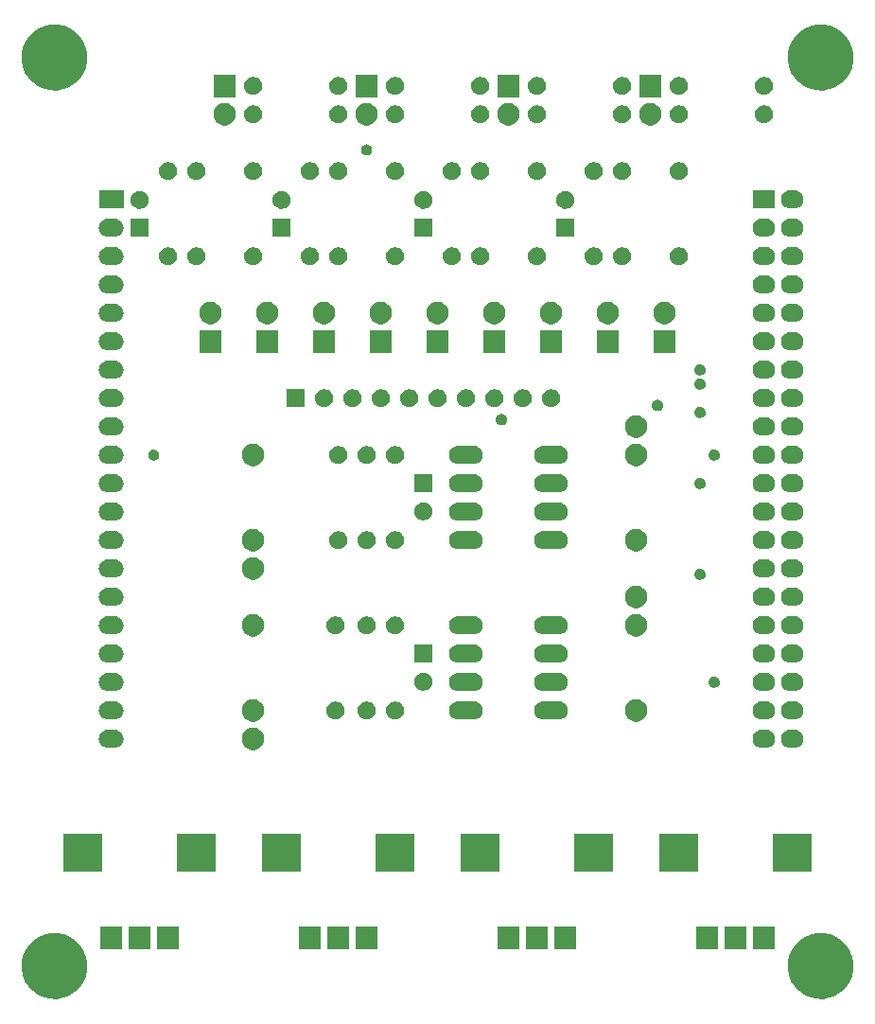
<source format=gts>
G04 #@! TF.FileFunction,Soldermask,Top*
%FSLAX46Y46*%
G04 Gerber Fmt 4.6, Leading zero omitted, Abs format (unit mm)*
G04 Created by KiCad (PCBNEW 4.0.7) date 05/12/18 22:47:13*
%MOMM*%
%LPD*%
G01*
G04 APERTURE LIST*
%ADD10C,0.100000*%
G04 APERTURE END LIST*
D10*
G36*
X4119851Y6758037D02*
X4686562Y6641708D01*
X5219880Y6417522D01*
X5699500Y6094014D01*
X6107151Y5683507D01*
X6427303Y5201641D01*
X6647758Y4666774D01*
X6760061Y4099606D01*
X6760061Y4099596D01*
X6760127Y4099262D01*
X6750900Y3438478D01*
X6750824Y3438144D01*
X6750824Y3438132D01*
X6622732Y2874331D01*
X6387423Y2345820D01*
X6053944Y1873082D01*
X5634987Y1474116D01*
X5146527Y1164130D01*
X4607152Y954919D01*
X4037419Y854461D01*
X3459020Y866576D01*
X2893984Y990807D01*
X2363849Y1222417D01*
X1888794Y1552590D01*
X1486915Y1968748D01*
X1173525Y2455033D01*
X960555Y2992933D01*
X856119Y3561959D01*
X864198Y4140426D01*
X984478Y4706306D01*
X1212385Y5238051D01*
X1539233Y5715400D01*
X1952575Y6120175D01*
X2436663Y6436953D01*
X2973062Y6653672D01*
X3541337Y6762076D01*
X4119851Y6758037D01*
X4119851Y6758037D01*
G37*
G36*
X72699851Y6758037D02*
X73266562Y6641708D01*
X73799880Y6417522D01*
X74279500Y6094014D01*
X74687151Y5683507D01*
X75007303Y5201641D01*
X75227758Y4666774D01*
X75340061Y4099606D01*
X75340061Y4099596D01*
X75340127Y4099262D01*
X75330900Y3438478D01*
X75330824Y3438144D01*
X75330824Y3438132D01*
X75202732Y2874331D01*
X74967423Y2345820D01*
X74633944Y1873082D01*
X74214987Y1474116D01*
X73726527Y1164130D01*
X73187152Y954919D01*
X72617419Y854461D01*
X72039020Y866576D01*
X71473984Y990807D01*
X70943849Y1222417D01*
X70468794Y1552590D01*
X70066915Y1968748D01*
X69753525Y2455033D01*
X69540555Y2992933D01*
X69436119Y3561959D01*
X69444198Y4140426D01*
X69564478Y4706306D01*
X69792385Y5238051D01*
X70119233Y5715400D01*
X70532575Y6120175D01*
X71016663Y6436953D01*
X71553062Y6653672D01*
X72121337Y6762076D01*
X72699851Y6758037D01*
X72699851Y6758037D01*
G37*
G36*
X30210000Y5350000D02*
X28210000Y5350000D01*
X28210000Y7350000D01*
X30210000Y7350000D01*
X30210000Y5350000D01*
X30210000Y5350000D01*
G37*
G36*
X63230000Y5350000D02*
X61230000Y5350000D01*
X61230000Y7350000D01*
X63230000Y7350000D01*
X63230000Y5350000D01*
X63230000Y5350000D01*
G37*
G36*
X65770000Y5350000D02*
X63770000Y5350000D01*
X63770000Y7350000D01*
X65770000Y7350000D01*
X65770000Y5350000D01*
X65770000Y5350000D01*
G37*
G36*
X45450000Y5350000D02*
X43450000Y5350000D01*
X43450000Y7350000D01*
X45450000Y7350000D01*
X45450000Y5350000D01*
X45450000Y5350000D01*
G37*
G36*
X50530000Y5350000D02*
X48530000Y5350000D01*
X48530000Y7350000D01*
X50530000Y7350000D01*
X50530000Y5350000D01*
X50530000Y5350000D01*
G37*
G36*
X27670000Y5350000D02*
X25670000Y5350000D01*
X25670000Y7350000D01*
X27670000Y7350000D01*
X27670000Y5350000D01*
X27670000Y5350000D01*
G37*
G36*
X32750000Y5350000D02*
X30750000Y5350000D01*
X30750000Y7350000D01*
X32750000Y7350000D01*
X32750000Y5350000D01*
X32750000Y5350000D01*
G37*
G36*
X12430000Y5350000D02*
X10430000Y5350000D01*
X10430000Y7350000D01*
X12430000Y7350000D01*
X12430000Y5350000D01*
X12430000Y5350000D01*
G37*
G36*
X9890000Y5350000D02*
X7890000Y5350000D01*
X7890000Y7350000D01*
X9890000Y7350000D01*
X9890000Y5350000D01*
X9890000Y5350000D01*
G37*
G36*
X14970000Y5350000D02*
X12970000Y5350000D01*
X12970000Y7350000D01*
X14970000Y7350000D01*
X14970000Y5350000D01*
X14970000Y5350000D01*
G37*
G36*
X68310000Y5350000D02*
X66310000Y5350000D01*
X66310000Y7350000D01*
X68310000Y7350000D01*
X68310000Y5350000D01*
X68310000Y5350000D01*
G37*
G36*
X47990000Y5350000D02*
X45990000Y5350000D01*
X45990000Y7350000D01*
X47990000Y7350000D01*
X47990000Y5350000D01*
X47990000Y5350000D01*
G37*
G36*
X43610000Y12270000D02*
X40210000Y12270000D01*
X40210000Y15670000D01*
X43610000Y15670000D01*
X43610000Y12270000D01*
X43610000Y12270000D01*
G37*
G36*
X61390000Y12270000D02*
X57990000Y12270000D01*
X57990000Y15670000D01*
X61390000Y15670000D01*
X61390000Y12270000D01*
X61390000Y12270000D01*
G37*
G36*
X18210000Y12270000D02*
X14810000Y12270000D01*
X14810000Y15670000D01*
X18210000Y15670000D01*
X18210000Y12270000D01*
X18210000Y12270000D01*
G37*
G36*
X71550000Y12270000D02*
X68150000Y12270000D01*
X68150000Y15670000D01*
X71550000Y15670000D01*
X71550000Y12270000D01*
X71550000Y12270000D01*
G37*
G36*
X8050000Y12270000D02*
X4650000Y12270000D01*
X4650000Y15670000D01*
X8050000Y15670000D01*
X8050000Y12270000D01*
X8050000Y12270000D01*
G37*
G36*
X35990000Y12270000D02*
X32590000Y12270000D01*
X32590000Y15670000D01*
X35990000Y15670000D01*
X35990000Y12270000D01*
X35990000Y12270000D01*
G37*
G36*
X25830000Y12270000D02*
X22430000Y12270000D01*
X22430000Y15670000D01*
X25830000Y15670000D01*
X25830000Y12270000D01*
X25830000Y12270000D01*
G37*
G36*
X53770000Y12270000D02*
X50370000Y12270000D01*
X50370000Y15670000D01*
X53770000Y15670000D01*
X53770000Y12270000D01*
X53770000Y12270000D01*
G37*
G36*
X21695034Y25129336D02*
X21887141Y25089902D01*
X22067925Y25013907D01*
X22230509Y24904244D01*
X22368697Y24765087D01*
X22477223Y24601744D01*
X22551954Y24420433D01*
X22589978Y24228399D01*
X22589978Y24228384D01*
X22590043Y24228055D01*
X22586916Y24004060D01*
X22586839Y24003722D01*
X22586839Y24003714D01*
X22543471Y23812825D01*
X22463705Y23633667D01*
X22350661Y23473417D01*
X22208639Y23338172D01*
X22043061Y23233094D01*
X21860221Y23162173D01*
X21667093Y23128121D01*
X21471025Y23132227D01*
X21279485Y23174340D01*
X21099779Y23252853D01*
X20938742Y23364775D01*
X20802511Y23505847D01*
X20696279Y23670687D01*
X20624085Y23853026D01*
X20588682Y24045920D01*
X20591421Y24242010D01*
X20632194Y24433832D01*
X20709451Y24614086D01*
X20820247Y24775899D01*
X20960364Y24913113D01*
X21124461Y25020495D01*
X21306292Y25093959D01*
X21498925Y25130706D01*
X21695034Y25129336D01*
X21695034Y25129336D01*
G37*
G36*
X67520765Y24929959D02*
X67526009Y24929922D01*
X67681168Y24912518D01*
X67829993Y24865308D01*
X67966813Y24790091D01*
X68086417Y24689731D01*
X68184250Y24568051D01*
X68256586Y24429685D01*
X68300669Y24279905D01*
X68300673Y24279866D01*
X68300675Y24279858D01*
X68314822Y24124417D01*
X68298507Y23969186D01*
X68298503Y23969172D01*
X68298499Y23969138D01*
X68252330Y23819988D01*
X68178069Y23682646D01*
X68078546Y23562343D01*
X67957552Y23463663D01*
X67819695Y23390363D01*
X67670226Y23345236D01*
X67514839Y23330000D01*
X67105126Y23330000D01*
X67099235Y23330041D01*
X67093991Y23330078D01*
X66938832Y23347482D01*
X66790007Y23394692D01*
X66653187Y23469909D01*
X66533583Y23570269D01*
X66435750Y23691949D01*
X66363414Y23830315D01*
X66319331Y23980095D01*
X66319327Y23980134D01*
X66319325Y23980142D01*
X66305178Y24135583D01*
X66321493Y24290814D01*
X66321497Y24290828D01*
X66321501Y24290862D01*
X66367670Y24440012D01*
X66441931Y24577354D01*
X66541454Y24697657D01*
X66662448Y24796337D01*
X66800305Y24869637D01*
X66949774Y24914764D01*
X67105161Y24930000D01*
X67514874Y24930000D01*
X67520765Y24929959D01*
X67520765Y24929959D01*
G37*
G36*
X9201248Y24929959D02*
X9206492Y24929922D01*
X9361651Y24912518D01*
X9510476Y24865308D01*
X9647296Y24790091D01*
X9766900Y24689731D01*
X9864733Y24568051D01*
X9937069Y24429685D01*
X9981152Y24279905D01*
X9981156Y24279866D01*
X9981158Y24279858D01*
X9995305Y24124417D01*
X9978990Y23969186D01*
X9978986Y23969172D01*
X9978982Y23969138D01*
X9932813Y23819988D01*
X9858552Y23682646D01*
X9759029Y23562343D01*
X9638035Y23463663D01*
X9500178Y23390363D01*
X9350709Y23345236D01*
X9195322Y23330000D01*
X8584643Y23330000D01*
X8578752Y23330041D01*
X8573508Y23330078D01*
X8418349Y23347482D01*
X8269524Y23394692D01*
X8132704Y23469909D01*
X8013100Y23570269D01*
X7915267Y23691949D01*
X7842931Y23830315D01*
X7798848Y23980095D01*
X7798844Y23980134D01*
X7798842Y23980142D01*
X7784695Y24135583D01*
X7801010Y24290814D01*
X7801014Y24290828D01*
X7801018Y24290862D01*
X7847187Y24440012D01*
X7921448Y24577354D01*
X8020971Y24697657D01*
X8141965Y24796337D01*
X8279822Y24869637D01*
X8429291Y24914764D01*
X8584678Y24930000D01*
X9195357Y24930000D01*
X9201248Y24929959D01*
X9201248Y24929959D01*
G37*
G36*
X70060765Y24929959D02*
X70066009Y24929922D01*
X70221168Y24912518D01*
X70369993Y24865308D01*
X70506813Y24790091D01*
X70626417Y24689731D01*
X70724250Y24568051D01*
X70796586Y24429685D01*
X70840669Y24279905D01*
X70840673Y24279866D01*
X70840675Y24279858D01*
X70854822Y24124417D01*
X70838507Y23969186D01*
X70838503Y23969172D01*
X70838499Y23969138D01*
X70792330Y23819988D01*
X70718069Y23682646D01*
X70618546Y23562343D01*
X70497552Y23463663D01*
X70359695Y23390363D01*
X70210226Y23345236D01*
X70054839Y23330000D01*
X69645126Y23330000D01*
X69639235Y23330041D01*
X69633991Y23330078D01*
X69478832Y23347482D01*
X69330007Y23394692D01*
X69193187Y23469909D01*
X69073583Y23570269D01*
X68975750Y23691949D01*
X68903414Y23830315D01*
X68859331Y23980095D01*
X68859327Y23980134D01*
X68859325Y23980142D01*
X68845178Y24135583D01*
X68861493Y24290814D01*
X68861497Y24290828D01*
X68861501Y24290862D01*
X68907670Y24440012D01*
X68981931Y24577354D01*
X69081454Y24697657D01*
X69202448Y24796337D01*
X69340305Y24869637D01*
X69489774Y24914764D01*
X69645161Y24930000D01*
X70054874Y24930000D01*
X70060765Y24929959D01*
X70060765Y24929959D01*
G37*
G36*
X55985034Y27669336D02*
X56177141Y27629902D01*
X56357925Y27553907D01*
X56520509Y27444244D01*
X56658697Y27305087D01*
X56767223Y27141744D01*
X56841954Y26960433D01*
X56879978Y26768399D01*
X56879978Y26768384D01*
X56880043Y26768055D01*
X56876916Y26544060D01*
X56876839Y26543722D01*
X56876839Y26543714D01*
X56833471Y26352825D01*
X56753705Y26173667D01*
X56640661Y26013417D01*
X56498639Y25878172D01*
X56333061Y25773094D01*
X56150221Y25702173D01*
X55957093Y25668121D01*
X55761025Y25672227D01*
X55569485Y25714340D01*
X55389779Y25792853D01*
X55228742Y25904775D01*
X55092511Y26045847D01*
X54986279Y26210687D01*
X54914085Y26393026D01*
X54878682Y26585920D01*
X54881421Y26782010D01*
X54922194Y26973832D01*
X54999451Y27154086D01*
X55110247Y27315899D01*
X55250364Y27453113D01*
X55414461Y27560495D01*
X55596292Y27633959D01*
X55788925Y27670706D01*
X55985034Y27669336D01*
X55985034Y27669336D01*
G37*
G36*
X21695034Y27669336D02*
X21887141Y27629902D01*
X22067925Y27553907D01*
X22230509Y27444244D01*
X22368697Y27305087D01*
X22477223Y27141744D01*
X22551954Y26960433D01*
X22589978Y26768399D01*
X22589978Y26768384D01*
X22590043Y26768055D01*
X22586916Y26544060D01*
X22586839Y26543722D01*
X22586839Y26543714D01*
X22543471Y26352825D01*
X22463705Y26173667D01*
X22350661Y26013417D01*
X22208639Y25878172D01*
X22043061Y25773094D01*
X21860221Y25702173D01*
X21667093Y25668121D01*
X21471025Y25672227D01*
X21279485Y25714340D01*
X21099779Y25792853D01*
X20938742Y25904775D01*
X20802511Y26045847D01*
X20696279Y26210687D01*
X20624085Y26393026D01*
X20588682Y26585920D01*
X20591421Y26782010D01*
X20632194Y26973832D01*
X20709451Y27154086D01*
X20820247Y27315899D01*
X20960364Y27453113D01*
X21124461Y27560495D01*
X21306292Y27633959D01*
X21498925Y27670706D01*
X21695034Y27669336D01*
X21695034Y27669336D01*
G37*
G36*
X31834027Y27469469D02*
X31987713Y27437922D01*
X32132340Y27377126D01*
X32262407Y27289395D01*
X32372958Y27178069D01*
X32459779Y27047395D01*
X32519563Y26902347D01*
X32549969Y26748788D01*
X32549969Y26748773D01*
X32550034Y26748444D01*
X32547532Y26569248D01*
X32547456Y26568914D01*
X32547456Y26568903D01*
X32512776Y26416259D01*
X32448964Y26272934D01*
X32358529Y26144734D01*
X32244910Y26036537D01*
X32112449Y25952474D01*
X31966177Y25895738D01*
X31811675Y25868496D01*
X31654821Y25871781D01*
X31501588Y25905472D01*
X31357825Y25968280D01*
X31228991Y26057822D01*
X31120008Y26170678D01*
X31035023Y26302549D01*
X30977268Y26448421D01*
X30948946Y26602737D01*
X30951137Y26759609D01*
X30983754Y26913064D01*
X31045561Y27057269D01*
X31134197Y27186719D01*
X31246292Y27296491D01*
X31377567Y27382395D01*
X31523035Y27441168D01*
X31677140Y27470565D01*
X31834027Y27469469D01*
X31834027Y27469469D01*
G37*
G36*
X29040027Y27469469D02*
X29193713Y27437922D01*
X29338340Y27377126D01*
X29468407Y27289395D01*
X29578958Y27178069D01*
X29665779Y27047395D01*
X29725563Y26902347D01*
X29755969Y26748788D01*
X29755969Y26748773D01*
X29756034Y26748444D01*
X29753532Y26569248D01*
X29753456Y26568914D01*
X29753456Y26568903D01*
X29718776Y26416259D01*
X29654964Y26272934D01*
X29564529Y26144734D01*
X29450910Y26036537D01*
X29318449Y25952474D01*
X29172177Y25895738D01*
X29017675Y25868496D01*
X28860821Y25871781D01*
X28707588Y25905472D01*
X28563825Y25968280D01*
X28434991Y26057822D01*
X28326008Y26170678D01*
X28241023Y26302549D01*
X28183268Y26448421D01*
X28154946Y26602737D01*
X28157137Y26759609D01*
X28189754Y26913064D01*
X28251561Y27057269D01*
X28340197Y27186719D01*
X28452292Y27296491D01*
X28583567Y27382395D01*
X28729035Y27441168D01*
X28883140Y27470565D01*
X29040027Y27469469D01*
X29040027Y27469469D01*
G37*
G36*
X34374027Y27469469D02*
X34527713Y27437922D01*
X34672340Y27377126D01*
X34802407Y27289395D01*
X34912958Y27178069D01*
X34999779Y27047395D01*
X35059563Y26902347D01*
X35089969Y26748788D01*
X35089969Y26748773D01*
X35090034Y26748444D01*
X35087532Y26569248D01*
X35087456Y26568914D01*
X35087456Y26568903D01*
X35052776Y26416259D01*
X34988964Y26272934D01*
X34898529Y26144734D01*
X34784910Y26036537D01*
X34652449Y25952474D01*
X34506177Y25895738D01*
X34351675Y25868496D01*
X34194821Y25871781D01*
X34041588Y25905472D01*
X33897825Y25968280D01*
X33768991Y26057822D01*
X33660008Y26170678D01*
X33575023Y26302549D01*
X33517268Y26448421D01*
X33488946Y26602737D01*
X33491137Y26759609D01*
X33523754Y26913064D01*
X33585561Y27057269D01*
X33674197Y27186719D01*
X33786292Y27296491D01*
X33917567Y27382395D01*
X34063035Y27441168D01*
X34217140Y27470565D01*
X34374027Y27469469D01*
X34374027Y27469469D01*
G37*
G36*
X41353184Y27469959D02*
X41358428Y27469922D01*
X41513587Y27452518D01*
X41662412Y27405308D01*
X41799232Y27330091D01*
X41918836Y27229731D01*
X42016669Y27108051D01*
X42089005Y26969685D01*
X42133088Y26819905D01*
X42133092Y26819866D01*
X42133094Y26819858D01*
X42147241Y26664417D01*
X42130926Y26509186D01*
X42130922Y26509172D01*
X42130918Y26509138D01*
X42084749Y26359988D01*
X42010488Y26222646D01*
X41910965Y26102343D01*
X41789971Y26003663D01*
X41652114Y25930363D01*
X41502645Y25885236D01*
X41347258Y25870000D01*
X39932707Y25870000D01*
X39926816Y25870041D01*
X39921572Y25870078D01*
X39766413Y25887482D01*
X39617588Y25934692D01*
X39480768Y26009909D01*
X39361164Y26110269D01*
X39263331Y26231949D01*
X39190995Y26370315D01*
X39146912Y26520095D01*
X39146908Y26520134D01*
X39146906Y26520142D01*
X39132759Y26675583D01*
X39149074Y26830814D01*
X39149078Y26830828D01*
X39149082Y26830862D01*
X39195251Y26980012D01*
X39269512Y27117354D01*
X39369035Y27237657D01*
X39490029Y27336337D01*
X39627886Y27409637D01*
X39777355Y27454764D01*
X39932742Y27470000D01*
X41347293Y27470000D01*
X41353184Y27469959D01*
X41353184Y27469959D01*
G37*
G36*
X9201248Y27469959D02*
X9206492Y27469922D01*
X9361651Y27452518D01*
X9510476Y27405308D01*
X9647296Y27330091D01*
X9766900Y27229731D01*
X9864733Y27108051D01*
X9937069Y26969685D01*
X9981152Y26819905D01*
X9981156Y26819866D01*
X9981158Y26819858D01*
X9995305Y26664417D01*
X9978990Y26509186D01*
X9978986Y26509172D01*
X9978982Y26509138D01*
X9932813Y26359988D01*
X9858552Y26222646D01*
X9759029Y26102343D01*
X9638035Y26003663D01*
X9500178Y25930363D01*
X9350709Y25885236D01*
X9195322Y25870000D01*
X8584643Y25870000D01*
X8578752Y25870041D01*
X8573508Y25870078D01*
X8418349Y25887482D01*
X8269524Y25934692D01*
X8132704Y26009909D01*
X8013100Y26110269D01*
X7915267Y26231949D01*
X7842931Y26370315D01*
X7798848Y26520095D01*
X7798844Y26520134D01*
X7798842Y26520142D01*
X7784695Y26675583D01*
X7801010Y26830814D01*
X7801014Y26830828D01*
X7801018Y26830862D01*
X7847187Y26980012D01*
X7921448Y27117354D01*
X8020971Y27237657D01*
X8141965Y27336337D01*
X8279822Y27409637D01*
X8429291Y27454764D01*
X8584678Y27470000D01*
X9195357Y27470000D01*
X9201248Y27469959D01*
X9201248Y27469959D01*
G37*
G36*
X48973184Y27469959D02*
X48978428Y27469922D01*
X49133587Y27452518D01*
X49282412Y27405308D01*
X49419232Y27330091D01*
X49538836Y27229731D01*
X49636669Y27108051D01*
X49709005Y26969685D01*
X49753088Y26819905D01*
X49753092Y26819866D01*
X49753094Y26819858D01*
X49767241Y26664417D01*
X49750926Y26509186D01*
X49750922Y26509172D01*
X49750918Y26509138D01*
X49704749Y26359988D01*
X49630488Y26222646D01*
X49530965Y26102343D01*
X49409971Y26003663D01*
X49272114Y25930363D01*
X49122645Y25885236D01*
X48967258Y25870000D01*
X47552707Y25870000D01*
X47546816Y25870041D01*
X47541572Y25870078D01*
X47386413Y25887482D01*
X47237588Y25934692D01*
X47100768Y26009909D01*
X46981164Y26110269D01*
X46883331Y26231949D01*
X46810995Y26370315D01*
X46766912Y26520095D01*
X46766908Y26520134D01*
X46766906Y26520142D01*
X46752759Y26675583D01*
X46769074Y26830814D01*
X46769078Y26830828D01*
X46769082Y26830862D01*
X46815251Y26980012D01*
X46889512Y27117354D01*
X46989035Y27237657D01*
X47110029Y27336337D01*
X47247886Y27409637D01*
X47397355Y27454764D01*
X47552742Y27470000D01*
X48967293Y27470000D01*
X48973184Y27469959D01*
X48973184Y27469959D01*
G37*
G36*
X67520765Y27469959D02*
X67526009Y27469922D01*
X67681168Y27452518D01*
X67829993Y27405308D01*
X67966813Y27330091D01*
X68086417Y27229731D01*
X68184250Y27108051D01*
X68256586Y26969685D01*
X68300669Y26819905D01*
X68300673Y26819866D01*
X68300675Y26819858D01*
X68314822Y26664417D01*
X68298507Y26509186D01*
X68298503Y26509172D01*
X68298499Y26509138D01*
X68252330Y26359988D01*
X68178069Y26222646D01*
X68078546Y26102343D01*
X67957552Y26003663D01*
X67819695Y25930363D01*
X67670226Y25885236D01*
X67514839Y25870000D01*
X67105126Y25870000D01*
X67099235Y25870041D01*
X67093991Y25870078D01*
X66938832Y25887482D01*
X66790007Y25934692D01*
X66653187Y26009909D01*
X66533583Y26110269D01*
X66435750Y26231949D01*
X66363414Y26370315D01*
X66319331Y26520095D01*
X66319327Y26520134D01*
X66319325Y26520142D01*
X66305178Y26675583D01*
X66321493Y26830814D01*
X66321497Y26830828D01*
X66321501Y26830862D01*
X66367670Y26980012D01*
X66441931Y27117354D01*
X66541454Y27237657D01*
X66662448Y27336337D01*
X66800305Y27409637D01*
X66949774Y27454764D01*
X67105161Y27470000D01*
X67514874Y27470000D01*
X67520765Y27469959D01*
X67520765Y27469959D01*
G37*
G36*
X70060765Y27469959D02*
X70066009Y27469922D01*
X70221168Y27452518D01*
X70369993Y27405308D01*
X70506813Y27330091D01*
X70626417Y27229731D01*
X70724250Y27108051D01*
X70796586Y26969685D01*
X70840669Y26819905D01*
X70840673Y26819866D01*
X70840675Y26819858D01*
X70854822Y26664417D01*
X70838507Y26509186D01*
X70838503Y26509172D01*
X70838499Y26509138D01*
X70792330Y26359988D01*
X70718069Y26222646D01*
X70618546Y26102343D01*
X70497552Y26003663D01*
X70359695Y25930363D01*
X70210226Y25885236D01*
X70054839Y25870000D01*
X69645126Y25870000D01*
X69639235Y25870041D01*
X69633991Y25870078D01*
X69478832Y25887482D01*
X69330007Y25934692D01*
X69193187Y26009909D01*
X69073583Y26110269D01*
X68975750Y26231949D01*
X68903414Y26370315D01*
X68859331Y26520095D01*
X68859327Y26520134D01*
X68859325Y26520142D01*
X68845178Y26675583D01*
X68861493Y26830814D01*
X68861497Y26830828D01*
X68861501Y26830862D01*
X68907670Y26980012D01*
X68981931Y27117354D01*
X69081454Y27237657D01*
X69202448Y27336337D01*
X69340305Y27409637D01*
X69489774Y27454764D01*
X69645161Y27470000D01*
X70054874Y27470000D01*
X70060765Y27469959D01*
X70060765Y27469959D01*
G37*
G36*
X48973184Y30009959D02*
X48978428Y30009922D01*
X49133587Y29992518D01*
X49282412Y29945308D01*
X49419232Y29870091D01*
X49538836Y29769731D01*
X49636669Y29648051D01*
X49709005Y29509685D01*
X49753088Y29359905D01*
X49753092Y29359866D01*
X49753094Y29359858D01*
X49767241Y29204417D01*
X49750926Y29049186D01*
X49750922Y29049172D01*
X49750918Y29049138D01*
X49704749Y28899988D01*
X49630488Y28762646D01*
X49530965Y28642343D01*
X49409971Y28543663D01*
X49272114Y28470363D01*
X49122645Y28425236D01*
X48967258Y28410000D01*
X47552707Y28410000D01*
X47546816Y28410041D01*
X47541572Y28410078D01*
X47386413Y28427482D01*
X47237588Y28474692D01*
X47100768Y28549909D01*
X46981164Y28650269D01*
X46883331Y28771949D01*
X46810995Y28910315D01*
X46766912Y29060095D01*
X46766908Y29060134D01*
X46766906Y29060142D01*
X46752759Y29215583D01*
X46769074Y29370814D01*
X46769078Y29370828D01*
X46769082Y29370862D01*
X46815251Y29520012D01*
X46889512Y29657354D01*
X46989035Y29777657D01*
X47110029Y29876337D01*
X47247886Y29949637D01*
X47397355Y29994764D01*
X47552742Y30010000D01*
X48967293Y30010000D01*
X48973184Y30009959D01*
X48973184Y30009959D01*
G37*
G36*
X41353184Y30009959D02*
X41358428Y30009922D01*
X41513587Y29992518D01*
X41662412Y29945308D01*
X41799232Y29870091D01*
X41918836Y29769731D01*
X42016669Y29648051D01*
X42089005Y29509685D01*
X42133088Y29359905D01*
X42133092Y29359866D01*
X42133094Y29359858D01*
X42147241Y29204417D01*
X42130926Y29049186D01*
X42130922Y29049172D01*
X42130918Y29049138D01*
X42084749Y28899988D01*
X42010488Y28762646D01*
X41910965Y28642343D01*
X41789971Y28543663D01*
X41652114Y28470363D01*
X41502645Y28425236D01*
X41347258Y28410000D01*
X39932707Y28410000D01*
X39926816Y28410041D01*
X39921572Y28410078D01*
X39766413Y28427482D01*
X39617588Y28474692D01*
X39480768Y28549909D01*
X39361164Y28650269D01*
X39263331Y28771949D01*
X39190995Y28910315D01*
X39146912Y29060095D01*
X39146908Y29060134D01*
X39146906Y29060142D01*
X39132759Y29215583D01*
X39149074Y29370814D01*
X39149078Y29370828D01*
X39149082Y29370862D01*
X39195251Y29520012D01*
X39269512Y29657354D01*
X39369035Y29777657D01*
X39490029Y29876337D01*
X39627886Y29949637D01*
X39777355Y29994764D01*
X39932742Y30010000D01*
X41347293Y30010000D01*
X41353184Y30009959D01*
X41353184Y30009959D01*
G37*
G36*
X67520765Y30009959D02*
X67526009Y30009922D01*
X67681168Y29992518D01*
X67829993Y29945308D01*
X67966813Y29870091D01*
X68086417Y29769731D01*
X68184250Y29648051D01*
X68256586Y29509685D01*
X68300669Y29359905D01*
X68300673Y29359866D01*
X68300675Y29359858D01*
X68314822Y29204417D01*
X68298507Y29049186D01*
X68298503Y29049172D01*
X68298499Y29049138D01*
X68252330Y28899988D01*
X68178069Y28762646D01*
X68078546Y28642343D01*
X67957552Y28543663D01*
X67819695Y28470363D01*
X67670226Y28425236D01*
X67514839Y28410000D01*
X67105126Y28410000D01*
X67099235Y28410041D01*
X67093991Y28410078D01*
X66938832Y28427482D01*
X66790007Y28474692D01*
X66653187Y28549909D01*
X66533583Y28650269D01*
X66435750Y28771949D01*
X66363414Y28910315D01*
X66319331Y29060095D01*
X66319327Y29060134D01*
X66319325Y29060142D01*
X66305178Y29215583D01*
X66321493Y29370814D01*
X66321497Y29370828D01*
X66321501Y29370862D01*
X66367670Y29520012D01*
X66441931Y29657354D01*
X66541454Y29777657D01*
X66662448Y29876337D01*
X66800305Y29949637D01*
X66949774Y29994764D01*
X67105161Y30010000D01*
X67514874Y30010000D01*
X67520765Y30009959D01*
X67520765Y30009959D01*
G37*
G36*
X70060765Y30009959D02*
X70066009Y30009922D01*
X70221168Y29992518D01*
X70369993Y29945308D01*
X70506813Y29870091D01*
X70626417Y29769731D01*
X70724250Y29648051D01*
X70796586Y29509685D01*
X70840669Y29359905D01*
X70840673Y29359866D01*
X70840675Y29359858D01*
X70854822Y29204417D01*
X70838507Y29049186D01*
X70838503Y29049172D01*
X70838499Y29049138D01*
X70792330Y28899988D01*
X70718069Y28762646D01*
X70618546Y28642343D01*
X70497552Y28543663D01*
X70359695Y28470363D01*
X70210226Y28425236D01*
X70054839Y28410000D01*
X69645126Y28410000D01*
X69639235Y28410041D01*
X69633991Y28410078D01*
X69478832Y28427482D01*
X69330007Y28474692D01*
X69193187Y28549909D01*
X69073583Y28650269D01*
X68975750Y28771949D01*
X68903414Y28910315D01*
X68859331Y29060095D01*
X68859327Y29060134D01*
X68859325Y29060142D01*
X68845178Y29215583D01*
X68861493Y29370814D01*
X68861497Y29370828D01*
X68861501Y29370862D01*
X68907670Y29520012D01*
X68981931Y29657354D01*
X69081454Y29777657D01*
X69202448Y29876337D01*
X69340305Y29949637D01*
X69489774Y29994764D01*
X69645161Y30010000D01*
X70054874Y30010000D01*
X70060765Y30009959D01*
X70060765Y30009959D01*
G37*
G36*
X9201248Y30009959D02*
X9206492Y30009922D01*
X9361651Y29992518D01*
X9510476Y29945308D01*
X9647296Y29870091D01*
X9766900Y29769731D01*
X9864733Y29648051D01*
X9937069Y29509685D01*
X9981152Y29359905D01*
X9981156Y29359866D01*
X9981158Y29359858D01*
X9995305Y29204417D01*
X9978990Y29049186D01*
X9978986Y29049172D01*
X9978982Y29049138D01*
X9932813Y28899988D01*
X9858552Y28762646D01*
X9759029Y28642343D01*
X9638035Y28543663D01*
X9500178Y28470363D01*
X9350709Y28425236D01*
X9195322Y28410000D01*
X8584643Y28410000D01*
X8578752Y28410041D01*
X8573508Y28410078D01*
X8418349Y28427482D01*
X8269524Y28474692D01*
X8132704Y28549909D01*
X8013100Y28650269D01*
X7915267Y28771949D01*
X7842931Y28910315D01*
X7798848Y29060095D01*
X7798844Y29060134D01*
X7798842Y29060142D01*
X7784695Y29215583D01*
X7801010Y29370814D01*
X7801014Y29370828D01*
X7801018Y29370862D01*
X7847187Y29520012D01*
X7921448Y29657354D01*
X8020971Y29777657D01*
X8141965Y29876337D01*
X8279822Y29949637D01*
X8429291Y29994764D01*
X8584678Y30010000D01*
X9195357Y30010000D01*
X9201248Y30009959D01*
X9201248Y30009959D01*
G37*
G36*
X36914027Y30049469D02*
X37067713Y30017922D01*
X37212340Y29957126D01*
X37342407Y29869395D01*
X37452958Y29758069D01*
X37539779Y29627395D01*
X37599563Y29482347D01*
X37629969Y29328788D01*
X37629969Y29328773D01*
X37630034Y29328444D01*
X37627532Y29149248D01*
X37627456Y29148914D01*
X37627456Y29148903D01*
X37592776Y28996259D01*
X37528964Y28852934D01*
X37438529Y28724734D01*
X37324910Y28616537D01*
X37192449Y28532474D01*
X37046177Y28475738D01*
X36891675Y28448496D01*
X36734821Y28451781D01*
X36581588Y28485472D01*
X36437825Y28548280D01*
X36308991Y28637822D01*
X36200008Y28750678D01*
X36115023Y28882549D01*
X36057268Y29028421D01*
X36028946Y29182737D01*
X36031137Y29339609D01*
X36063754Y29493064D01*
X36125561Y29637269D01*
X36214197Y29766719D01*
X36326292Y29876491D01*
X36457567Y29962395D01*
X36603035Y30021168D01*
X36757140Y30050565D01*
X36914027Y30049469D01*
X36914027Y30049469D01*
G37*
G36*
X62917517Y29709668D02*
X63013571Y29689951D01*
X63103965Y29651953D01*
X63185255Y29597123D01*
X63254348Y29527546D01*
X63308614Y29445870D01*
X63345976Y29355220D01*
X63364955Y29259371D01*
X63364955Y29259362D01*
X63365021Y29259028D01*
X63363457Y29147030D01*
X63363381Y29146696D01*
X63363381Y29146684D01*
X63341737Y29051413D01*
X63301852Y28961832D01*
X63245334Y28881711D01*
X63174321Y28814087D01*
X63091527Y28761545D01*
X63000110Y28726087D01*
X62903547Y28709060D01*
X62805514Y28711113D01*
X62709741Y28732170D01*
X62619889Y28771426D01*
X62539370Y28827387D01*
X62471254Y28897924D01*
X62418139Y28980342D01*
X62382042Y29071512D01*
X62364340Y29167962D01*
X62365710Y29266005D01*
X62386096Y29361915D01*
X62424725Y29452043D01*
X62480123Y29532950D01*
X62550183Y29601558D01*
X62632230Y29655248D01*
X62723146Y29691980D01*
X62819461Y29710353D01*
X62917517Y29709668D01*
X62917517Y29709668D01*
G37*
G36*
X37630000Y30950000D02*
X36030000Y30950000D01*
X36030000Y32550000D01*
X37630000Y32550000D01*
X37630000Y30950000D01*
X37630000Y30950000D01*
G37*
G36*
X70060765Y32549959D02*
X70066009Y32549922D01*
X70221168Y32532518D01*
X70369993Y32485308D01*
X70506813Y32410091D01*
X70626417Y32309731D01*
X70724250Y32188051D01*
X70796586Y32049685D01*
X70840669Y31899905D01*
X70840673Y31899866D01*
X70840675Y31899858D01*
X70854822Y31744417D01*
X70838507Y31589186D01*
X70838503Y31589172D01*
X70838499Y31589138D01*
X70792330Y31439988D01*
X70718069Y31302646D01*
X70618546Y31182343D01*
X70497552Y31083663D01*
X70359695Y31010363D01*
X70210226Y30965236D01*
X70054839Y30950000D01*
X69645126Y30950000D01*
X69639235Y30950041D01*
X69633991Y30950078D01*
X69478832Y30967482D01*
X69330007Y31014692D01*
X69193187Y31089909D01*
X69073583Y31190269D01*
X68975750Y31311949D01*
X68903414Y31450315D01*
X68859331Y31600095D01*
X68859327Y31600134D01*
X68859325Y31600142D01*
X68845178Y31755583D01*
X68861493Y31910814D01*
X68861497Y31910828D01*
X68861501Y31910862D01*
X68907670Y32060012D01*
X68981931Y32197354D01*
X69081454Y32317657D01*
X69202448Y32416337D01*
X69340305Y32489637D01*
X69489774Y32534764D01*
X69645161Y32550000D01*
X70054874Y32550000D01*
X70060765Y32549959D01*
X70060765Y32549959D01*
G37*
G36*
X67520765Y32549959D02*
X67526009Y32549922D01*
X67681168Y32532518D01*
X67829993Y32485308D01*
X67966813Y32410091D01*
X68086417Y32309731D01*
X68184250Y32188051D01*
X68256586Y32049685D01*
X68300669Y31899905D01*
X68300673Y31899866D01*
X68300675Y31899858D01*
X68314822Y31744417D01*
X68298507Y31589186D01*
X68298503Y31589172D01*
X68298499Y31589138D01*
X68252330Y31439988D01*
X68178069Y31302646D01*
X68078546Y31182343D01*
X67957552Y31083663D01*
X67819695Y31010363D01*
X67670226Y30965236D01*
X67514839Y30950000D01*
X67105126Y30950000D01*
X67099235Y30950041D01*
X67093991Y30950078D01*
X66938832Y30967482D01*
X66790007Y31014692D01*
X66653187Y31089909D01*
X66533583Y31190269D01*
X66435750Y31311949D01*
X66363414Y31450315D01*
X66319331Y31600095D01*
X66319327Y31600134D01*
X66319325Y31600142D01*
X66305178Y31755583D01*
X66321493Y31910814D01*
X66321497Y31910828D01*
X66321501Y31910862D01*
X66367670Y32060012D01*
X66441931Y32197354D01*
X66541454Y32317657D01*
X66662448Y32416337D01*
X66800305Y32489637D01*
X66949774Y32534764D01*
X67105161Y32550000D01*
X67514874Y32550000D01*
X67520765Y32549959D01*
X67520765Y32549959D01*
G37*
G36*
X9201248Y32549959D02*
X9206492Y32549922D01*
X9361651Y32532518D01*
X9510476Y32485308D01*
X9647296Y32410091D01*
X9766900Y32309731D01*
X9864733Y32188051D01*
X9937069Y32049685D01*
X9981152Y31899905D01*
X9981156Y31899866D01*
X9981158Y31899858D01*
X9995305Y31744417D01*
X9978990Y31589186D01*
X9978986Y31589172D01*
X9978982Y31589138D01*
X9932813Y31439988D01*
X9858552Y31302646D01*
X9759029Y31182343D01*
X9638035Y31083663D01*
X9500178Y31010363D01*
X9350709Y30965236D01*
X9195322Y30950000D01*
X8584643Y30950000D01*
X8578752Y30950041D01*
X8573508Y30950078D01*
X8418349Y30967482D01*
X8269524Y31014692D01*
X8132704Y31089909D01*
X8013100Y31190269D01*
X7915267Y31311949D01*
X7842931Y31450315D01*
X7798848Y31600095D01*
X7798844Y31600134D01*
X7798842Y31600142D01*
X7784695Y31755583D01*
X7801010Y31910814D01*
X7801014Y31910828D01*
X7801018Y31910862D01*
X7847187Y32060012D01*
X7921448Y32197354D01*
X8020971Y32317657D01*
X8141965Y32416337D01*
X8279822Y32489637D01*
X8429291Y32534764D01*
X8584678Y32550000D01*
X9195357Y32550000D01*
X9201248Y32549959D01*
X9201248Y32549959D01*
G37*
G36*
X48973184Y32549959D02*
X48978428Y32549922D01*
X49133587Y32532518D01*
X49282412Y32485308D01*
X49419232Y32410091D01*
X49538836Y32309731D01*
X49636669Y32188051D01*
X49709005Y32049685D01*
X49753088Y31899905D01*
X49753092Y31899866D01*
X49753094Y31899858D01*
X49767241Y31744417D01*
X49750926Y31589186D01*
X49750922Y31589172D01*
X49750918Y31589138D01*
X49704749Y31439988D01*
X49630488Y31302646D01*
X49530965Y31182343D01*
X49409971Y31083663D01*
X49272114Y31010363D01*
X49122645Y30965236D01*
X48967258Y30950000D01*
X47552707Y30950000D01*
X47546816Y30950041D01*
X47541572Y30950078D01*
X47386413Y30967482D01*
X47237588Y31014692D01*
X47100768Y31089909D01*
X46981164Y31190269D01*
X46883331Y31311949D01*
X46810995Y31450315D01*
X46766912Y31600095D01*
X46766908Y31600134D01*
X46766906Y31600142D01*
X46752759Y31755583D01*
X46769074Y31910814D01*
X46769078Y31910828D01*
X46769082Y31910862D01*
X46815251Y32060012D01*
X46889512Y32197354D01*
X46989035Y32317657D01*
X47110029Y32416337D01*
X47247886Y32489637D01*
X47397355Y32534764D01*
X47552742Y32550000D01*
X48967293Y32550000D01*
X48973184Y32549959D01*
X48973184Y32549959D01*
G37*
G36*
X41353184Y32549959D02*
X41358428Y32549922D01*
X41513587Y32532518D01*
X41662412Y32485308D01*
X41799232Y32410091D01*
X41918836Y32309731D01*
X42016669Y32188051D01*
X42089005Y32049685D01*
X42133088Y31899905D01*
X42133092Y31899866D01*
X42133094Y31899858D01*
X42147241Y31744417D01*
X42130926Y31589186D01*
X42130922Y31589172D01*
X42130918Y31589138D01*
X42084749Y31439988D01*
X42010488Y31302646D01*
X41910965Y31182343D01*
X41789971Y31083663D01*
X41652114Y31010363D01*
X41502645Y30965236D01*
X41347258Y30950000D01*
X39932707Y30950000D01*
X39926816Y30950041D01*
X39921572Y30950078D01*
X39766413Y30967482D01*
X39617588Y31014692D01*
X39480768Y31089909D01*
X39361164Y31190269D01*
X39263331Y31311949D01*
X39190995Y31450315D01*
X39146912Y31600095D01*
X39146908Y31600134D01*
X39146906Y31600142D01*
X39132759Y31755583D01*
X39149074Y31910814D01*
X39149078Y31910828D01*
X39149082Y31910862D01*
X39195251Y32060012D01*
X39269512Y32197354D01*
X39369035Y32317657D01*
X39490029Y32416337D01*
X39627886Y32489637D01*
X39777355Y32534764D01*
X39932742Y32550000D01*
X41347293Y32550000D01*
X41353184Y32549959D01*
X41353184Y32549959D01*
G37*
G36*
X55985034Y35289336D02*
X56177141Y35249902D01*
X56357925Y35173907D01*
X56520509Y35064244D01*
X56658697Y34925087D01*
X56767223Y34761744D01*
X56841954Y34580433D01*
X56879978Y34388399D01*
X56879978Y34388384D01*
X56880043Y34388055D01*
X56876916Y34164060D01*
X56876839Y34163722D01*
X56876839Y34163714D01*
X56833471Y33972825D01*
X56753705Y33793667D01*
X56640661Y33633417D01*
X56498639Y33498172D01*
X56333061Y33393094D01*
X56150221Y33322173D01*
X55957093Y33288121D01*
X55761025Y33292227D01*
X55569485Y33334340D01*
X55389779Y33412853D01*
X55228742Y33524775D01*
X55092511Y33665847D01*
X54986279Y33830687D01*
X54914085Y34013026D01*
X54878682Y34205920D01*
X54881421Y34402010D01*
X54922194Y34593832D01*
X54999451Y34774086D01*
X55110247Y34935899D01*
X55250364Y35073113D01*
X55414461Y35180495D01*
X55596292Y35253959D01*
X55788925Y35290706D01*
X55985034Y35289336D01*
X55985034Y35289336D01*
G37*
G36*
X21695034Y35289336D02*
X21887141Y35249902D01*
X22067925Y35173907D01*
X22230509Y35064244D01*
X22368697Y34925087D01*
X22477223Y34761744D01*
X22551954Y34580433D01*
X22589978Y34388399D01*
X22589978Y34388384D01*
X22590043Y34388055D01*
X22586916Y34164060D01*
X22586839Y34163722D01*
X22586839Y34163714D01*
X22543471Y33972825D01*
X22463705Y33793667D01*
X22350661Y33633417D01*
X22208639Y33498172D01*
X22043061Y33393094D01*
X21860221Y33322173D01*
X21667093Y33288121D01*
X21471025Y33292227D01*
X21279485Y33334340D01*
X21099779Y33412853D01*
X20938742Y33524775D01*
X20802511Y33665847D01*
X20696279Y33830687D01*
X20624085Y34013026D01*
X20588682Y34205920D01*
X20591421Y34402010D01*
X20632194Y34593832D01*
X20709451Y34774086D01*
X20820247Y34935899D01*
X20960364Y35073113D01*
X21124461Y35180495D01*
X21306292Y35253959D01*
X21498925Y35290706D01*
X21695034Y35289336D01*
X21695034Y35289336D01*
G37*
G36*
X34374027Y35089469D02*
X34527713Y35057922D01*
X34672340Y34997126D01*
X34802407Y34909395D01*
X34912958Y34798069D01*
X34999779Y34667395D01*
X35059563Y34522347D01*
X35089969Y34368788D01*
X35089969Y34368773D01*
X35090034Y34368444D01*
X35087532Y34189248D01*
X35087456Y34188914D01*
X35087456Y34188903D01*
X35052776Y34036259D01*
X34988964Y33892934D01*
X34898529Y33764734D01*
X34784910Y33656537D01*
X34652449Y33572474D01*
X34506177Y33515738D01*
X34351675Y33488496D01*
X34194821Y33491781D01*
X34041588Y33525472D01*
X33897825Y33588280D01*
X33768991Y33677822D01*
X33660008Y33790678D01*
X33575023Y33922549D01*
X33517268Y34068421D01*
X33488946Y34222737D01*
X33491137Y34379609D01*
X33523754Y34533064D01*
X33585561Y34677269D01*
X33674197Y34806719D01*
X33786292Y34916491D01*
X33917567Y35002395D01*
X34063035Y35061168D01*
X34217140Y35090565D01*
X34374027Y35089469D01*
X34374027Y35089469D01*
G37*
G36*
X31834027Y35089469D02*
X31987713Y35057922D01*
X32132340Y34997126D01*
X32262407Y34909395D01*
X32372958Y34798069D01*
X32459779Y34667395D01*
X32519563Y34522347D01*
X32549969Y34368788D01*
X32549969Y34368773D01*
X32550034Y34368444D01*
X32547532Y34189248D01*
X32547456Y34188914D01*
X32547456Y34188903D01*
X32512776Y34036259D01*
X32448964Y33892934D01*
X32358529Y33764734D01*
X32244910Y33656537D01*
X32112449Y33572474D01*
X31966177Y33515738D01*
X31811675Y33488496D01*
X31654821Y33491781D01*
X31501588Y33525472D01*
X31357825Y33588280D01*
X31228991Y33677822D01*
X31120008Y33790678D01*
X31035023Y33922549D01*
X30977268Y34068421D01*
X30948946Y34222737D01*
X30951137Y34379609D01*
X30983754Y34533064D01*
X31045561Y34677269D01*
X31134197Y34806719D01*
X31246292Y34916491D01*
X31377567Y35002395D01*
X31523035Y35061168D01*
X31677140Y35090565D01*
X31834027Y35089469D01*
X31834027Y35089469D01*
G37*
G36*
X29040027Y35089469D02*
X29193713Y35057922D01*
X29338340Y34997126D01*
X29468407Y34909395D01*
X29578958Y34798069D01*
X29665779Y34667395D01*
X29725563Y34522347D01*
X29755969Y34368788D01*
X29755969Y34368773D01*
X29756034Y34368444D01*
X29753532Y34189248D01*
X29753456Y34188914D01*
X29753456Y34188903D01*
X29718776Y34036259D01*
X29654964Y33892934D01*
X29564529Y33764734D01*
X29450910Y33656537D01*
X29318449Y33572474D01*
X29172177Y33515738D01*
X29017675Y33488496D01*
X28860821Y33491781D01*
X28707588Y33525472D01*
X28563825Y33588280D01*
X28434991Y33677822D01*
X28326008Y33790678D01*
X28241023Y33922549D01*
X28183268Y34068421D01*
X28154946Y34222737D01*
X28157137Y34379609D01*
X28189754Y34533064D01*
X28251561Y34677269D01*
X28340197Y34806719D01*
X28452292Y34916491D01*
X28583567Y35002395D01*
X28729035Y35061168D01*
X28883140Y35090565D01*
X29040027Y35089469D01*
X29040027Y35089469D01*
G37*
G36*
X70060765Y35089959D02*
X70066009Y35089922D01*
X70221168Y35072518D01*
X70369993Y35025308D01*
X70506813Y34950091D01*
X70626417Y34849731D01*
X70724250Y34728051D01*
X70796586Y34589685D01*
X70840669Y34439905D01*
X70840673Y34439866D01*
X70840675Y34439858D01*
X70854822Y34284417D01*
X70838507Y34129186D01*
X70838503Y34129172D01*
X70838499Y34129138D01*
X70792330Y33979988D01*
X70718069Y33842646D01*
X70618546Y33722343D01*
X70497552Y33623663D01*
X70359695Y33550363D01*
X70210226Y33505236D01*
X70054839Y33490000D01*
X69645126Y33490000D01*
X69639235Y33490041D01*
X69633991Y33490078D01*
X69478832Y33507482D01*
X69330007Y33554692D01*
X69193187Y33629909D01*
X69073583Y33730269D01*
X68975750Y33851949D01*
X68903414Y33990315D01*
X68859331Y34140095D01*
X68859327Y34140134D01*
X68859325Y34140142D01*
X68845178Y34295583D01*
X68861493Y34450814D01*
X68861497Y34450828D01*
X68861501Y34450862D01*
X68907670Y34600012D01*
X68981931Y34737354D01*
X69081454Y34857657D01*
X69202448Y34956337D01*
X69340305Y35029637D01*
X69489774Y35074764D01*
X69645161Y35090000D01*
X70054874Y35090000D01*
X70060765Y35089959D01*
X70060765Y35089959D01*
G37*
G36*
X9201248Y35089959D02*
X9206492Y35089922D01*
X9361651Y35072518D01*
X9510476Y35025308D01*
X9647296Y34950091D01*
X9766900Y34849731D01*
X9864733Y34728051D01*
X9937069Y34589685D01*
X9981152Y34439905D01*
X9981156Y34439866D01*
X9981158Y34439858D01*
X9995305Y34284417D01*
X9978990Y34129186D01*
X9978986Y34129172D01*
X9978982Y34129138D01*
X9932813Y33979988D01*
X9858552Y33842646D01*
X9759029Y33722343D01*
X9638035Y33623663D01*
X9500178Y33550363D01*
X9350709Y33505236D01*
X9195322Y33490000D01*
X8584643Y33490000D01*
X8578752Y33490041D01*
X8573508Y33490078D01*
X8418349Y33507482D01*
X8269524Y33554692D01*
X8132704Y33629909D01*
X8013100Y33730269D01*
X7915267Y33851949D01*
X7842931Y33990315D01*
X7798848Y34140095D01*
X7798844Y34140134D01*
X7798842Y34140142D01*
X7784695Y34295583D01*
X7801010Y34450814D01*
X7801014Y34450828D01*
X7801018Y34450862D01*
X7847187Y34600012D01*
X7921448Y34737354D01*
X8020971Y34857657D01*
X8141965Y34956337D01*
X8279822Y35029637D01*
X8429291Y35074764D01*
X8584678Y35090000D01*
X9195357Y35090000D01*
X9201248Y35089959D01*
X9201248Y35089959D01*
G37*
G36*
X67520765Y35089959D02*
X67526009Y35089922D01*
X67681168Y35072518D01*
X67829993Y35025308D01*
X67966813Y34950091D01*
X68086417Y34849731D01*
X68184250Y34728051D01*
X68256586Y34589685D01*
X68300669Y34439905D01*
X68300673Y34439866D01*
X68300675Y34439858D01*
X68314822Y34284417D01*
X68298507Y34129186D01*
X68298503Y34129172D01*
X68298499Y34129138D01*
X68252330Y33979988D01*
X68178069Y33842646D01*
X68078546Y33722343D01*
X67957552Y33623663D01*
X67819695Y33550363D01*
X67670226Y33505236D01*
X67514839Y33490000D01*
X67105126Y33490000D01*
X67099235Y33490041D01*
X67093991Y33490078D01*
X66938832Y33507482D01*
X66790007Y33554692D01*
X66653187Y33629909D01*
X66533583Y33730269D01*
X66435750Y33851949D01*
X66363414Y33990315D01*
X66319331Y34140095D01*
X66319327Y34140134D01*
X66319325Y34140142D01*
X66305178Y34295583D01*
X66321493Y34450814D01*
X66321497Y34450828D01*
X66321501Y34450862D01*
X66367670Y34600012D01*
X66441931Y34737354D01*
X66541454Y34857657D01*
X66662448Y34956337D01*
X66800305Y35029637D01*
X66949774Y35074764D01*
X67105161Y35090000D01*
X67514874Y35090000D01*
X67520765Y35089959D01*
X67520765Y35089959D01*
G37*
G36*
X41353184Y35089959D02*
X41358428Y35089922D01*
X41513587Y35072518D01*
X41662412Y35025308D01*
X41799232Y34950091D01*
X41918836Y34849731D01*
X42016669Y34728051D01*
X42089005Y34589685D01*
X42133088Y34439905D01*
X42133092Y34439866D01*
X42133094Y34439858D01*
X42147241Y34284417D01*
X42130926Y34129186D01*
X42130922Y34129172D01*
X42130918Y34129138D01*
X42084749Y33979988D01*
X42010488Y33842646D01*
X41910965Y33722343D01*
X41789971Y33623663D01*
X41652114Y33550363D01*
X41502645Y33505236D01*
X41347258Y33490000D01*
X39932707Y33490000D01*
X39926816Y33490041D01*
X39921572Y33490078D01*
X39766413Y33507482D01*
X39617588Y33554692D01*
X39480768Y33629909D01*
X39361164Y33730269D01*
X39263331Y33851949D01*
X39190995Y33990315D01*
X39146912Y34140095D01*
X39146908Y34140134D01*
X39146906Y34140142D01*
X39132759Y34295583D01*
X39149074Y34450814D01*
X39149078Y34450828D01*
X39149082Y34450862D01*
X39195251Y34600012D01*
X39269512Y34737354D01*
X39369035Y34857657D01*
X39490029Y34956337D01*
X39627886Y35029637D01*
X39777355Y35074764D01*
X39932742Y35090000D01*
X41347293Y35090000D01*
X41353184Y35089959D01*
X41353184Y35089959D01*
G37*
G36*
X48973184Y35089959D02*
X48978428Y35089922D01*
X49133587Y35072518D01*
X49282412Y35025308D01*
X49419232Y34950091D01*
X49538836Y34849731D01*
X49636669Y34728051D01*
X49709005Y34589685D01*
X49753088Y34439905D01*
X49753092Y34439866D01*
X49753094Y34439858D01*
X49767241Y34284417D01*
X49750926Y34129186D01*
X49750922Y34129172D01*
X49750918Y34129138D01*
X49704749Y33979988D01*
X49630488Y33842646D01*
X49530965Y33722343D01*
X49409971Y33623663D01*
X49272114Y33550363D01*
X49122645Y33505236D01*
X48967258Y33490000D01*
X47552707Y33490000D01*
X47546816Y33490041D01*
X47541572Y33490078D01*
X47386413Y33507482D01*
X47237588Y33554692D01*
X47100768Y33629909D01*
X46981164Y33730269D01*
X46883331Y33851949D01*
X46810995Y33990315D01*
X46766912Y34140095D01*
X46766908Y34140134D01*
X46766906Y34140142D01*
X46752759Y34295583D01*
X46769074Y34450814D01*
X46769078Y34450828D01*
X46769082Y34450862D01*
X46815251Y34600012D01*
X46889512Y34737354D01*
X46989035Y34857657D01*
X47110029Y34956337D01*
X47247886Y35029637D01*
X47397355Y35074764D01*
X47552742Y35090000D01*
X48967293Y35090000D01*
X48973184Y35089959D01*
X48973184Y35089959D01*
G37*
G36*
X55985034Y37829336D02*
X56177141Y37789902D01*
X56357925Y37713907D01*
X56520509Y37604244D01*
X56658697Y37465087D01*
X56767223Y37301744D01*
X56841954Y37120433D01*
X56879978Y36928399D01*
X56879978Y36928384D01*
X56880043Y36928055D01*
X56876916Y36704060D01*
X56876839Y36703722D01*
X56876839Y36703714D01*
X56833471Y36512825D01*
X56753705Y36333667D01*
X56640661Y36173417D01*
X56498639Y36038172D01*
X56333061Y35933094D01*
X56150221Y35862173D01*
X55957093Y35828121D01*
X55761025Y35832227D01*
X55569485Y35874340D01*
X55389779Y35952853D01*
X55228742Y36064775D01*
X55092511Y36205847D01*
X54986279Y36370687D01*
X54914085Y36553026D01*
X54878682Y36745920D01*
X54881421Y36942010D01*
X54922194Y37133832D01*
X54999451Y37314086D01*
X55110247Y37475899D01*
X55250364Y37613113D01*
X55414461Y37720495D01*
X55596292Y37793959D01*
X55788925Y37830706D01*
X55985034Y37829336D01*
X55985034Y37829336D01*
G37*
G36*
X70060765Y37629959D02*
X70066009Y37629922D01*
X70221168Y37612518D01*
X70369993Y37565308D01*
X70506813Y37490091D01*
X70626417Y37389731D01*
X70724250Y37268051D01*
X70796586Y37129685D01*
X70840669Y36979905D01*
X70840673Y36979866D01*
X70840675Y36979858D01*
X70854822Y36824417D01*
X70838507Y36669186D01*
X70838503Y36669172D01*
X70838499Y36669138D01*
X70792330Y36519988D01*
X70718069Y36382646D01*
X70618546Y36262343D01*
X70497552Y36163663D01*
X70359695Y36090363D01*
X70210226Y36045236D01*
X70054839Y36030000D01*
X69645126Y36030000D01*
X69639235Y36030041D01*
X69633991Y36030078D01*
X69478832Y36047482D01*
X69330007Y36094692D01*
X69193187Y36169909D01*
X69073583Y36270269D01*
X68975750Y36391949D01*
X68903414Y36530315D01*
X68859331Y36680095D01*
X68859327Y36680134D01*
X68859325Y36680142D01*
X68845178Y36835583D01*
X68861493Y36990814D01*
X68861497Y36990828D01*
X68861501Y36990862D01*
X68907670Y37140012D01*
X68981931Y37277354D01*
X69081454Y37397657D01*
X69202448Y37496337D01*
X69340305Y37569637D01*
X69489774Y37614764D01*
X69645161Y37630000D01*
X70054874Y37630000D01*
X70060765Y37629959D01*
X70060765Y37629959D01*
G37*
G36*
X9201248Y37629959D02*
X9206492Y37629922D01*
X9361651Y37612518D01*
X9510476Y37565308D01*
X9647296Y37490091D01*
X9766900Y37389731D01*
X9864733Y37268051D01*
X9937069Y37129685D01*
X9981152Y36979905D01*
X9981156Y36979866D01*
X9981158Y36979858D01*
X9995305Y36824417D01*
X9978990Y36669186D01*
X9978986Y36669172D01*
X9978982Y36669138D01*
X9932813Y36519988D01*
X9858552Y36382646D01*
X9759029Y36262343D01*
X9638035Y36163663D01*
X9500178Y36090363D01*
X9350709Y36045236D01*
X9195322Y36030000D01*
X8584643Y36030000D01*
X8578752Y36030041D01*
X8573508Y36030078D01*
X8418349Y36047482D01*
X8269524Y36094692D01*
X8132704Y36169909D01*
X8013100Y36270269D01*
X7915267Y36391949D01*
X7842931Y36530315D01*
X7798848Y36680095D01*
X7798844Y36680134D01*
X7798842Y36680142D01*
X7784695Y36835583D01*
X7801010Y36990814D01*
X7801014Y36990828D01*
X7801018Y36990862D01*
X7847187Y37140012D01*
X7921448Y37277354D01*
X8020971Y37397657D01*
X8141965Y37496337D01*
X8279822Y37569637D01*
X8429291Y37614764D01*
X8584678Y37630000D01*
X9195357Y37630000D01*
X9201248Y37629959D01*
X9201248Y37629959D01*
G37*
G36*
X67520765Y37629959D02*
X67526009Y37629922D01*
X67681168Y37612518D01*
X67829993Y37565308D01*
X67966813Y37490091D01*
X68086417Y37389731D01*
X68184250Y37268051D01*
X68256586Y37129685D01*
X68300669Y36979905D01*
X68300673Y36979866D01*
X68300675Y36979858D01*
X68314822Y36824417D01*
X68298507Y36669186D01*
X68298503Y36669172D01*
X68298499Y36669138D01*
X68252330Y36519988D01*
X68178069Y36382646D01*
X68078546Y36262343D01*
X67957552Y36163663D01*
X67819695Y36090363D01*
X67670226Y36045236D01*
X67514839Y36030000D01*
X67105126Y36030000D01*
X67099235Y36030041D01*
X67093991Y36030078D01*
X66938832Y36047482D01*
X66790007Y36094692D01*
X66653187Y36169909D01*
X66533583Y36270269D01*
X66435750Y36391949D01*
X66363414Y36530315D01*
X66319331Y36680095D01*
X66319327Y36680134D01*
X66319325Y36680142D01*
X66305178Y36835583D01*
X66321493Y36990814D01*
X66321497Y36990828D01*
X66321501Y36990862D01*
X66367670Y37140012D01*
X66441931Y37277354D01*
X66541454Y37397657D01*
X66662448Y37496337D01*
X66800305Y37569637D01*
X66949774Y37614764D01*
X67105161Y37630000D01*
X67514874Y37630000D01*
X67520765Y37629959D01*
X67520765Y37629959D01*
G37*
G36*
X61647517Y39361668D02*
X61743571Y39341951D01*
X61833965Y39303953D01*
X61915255Y39249123D01*
X61984348Y39179546D01*
X62038614Y39097870D01*
X62075976Y39007220D01*
X62094955Y38911371D01*
X62094955Y38911362D01*
X62095021Y38911028D01*
X62093457Y38799030D01*
X62093381Y38798696D01*
X62093381Y38798684D01*
X62071737Y38703413D01*
X62031852Y38613832D01*
X61975334Y38533711D01*
X61904321Y38466087D01*
X61821527Y38413545D01*
X61730110Y38378087D01*
X61633547Y38361060D01*
X61535514Y38363113D01*
X61439741Y38384170D01*
X61349889Y38423426D01*
X61269370Y38479387D01*
X61201254Y38549924D01*
X61148139Y38632342D01*
X61112042Y38723512D01*
X61094340Y38819962D01*
X61095710Y38918005D01*
X61116096Y39013915D01*
X61154725Y39104043D01*
X61210123Y39184950D01*
X61280183Y39253558D01*
X61362230Y39307248D01*
X61453146Y39343980D01*
X61549461Y39362353D01*
X61647517Y39361668D01*
X61647517Y39361668D01*
G37*
G36*
X21695034Y40369336D02*
X21887141Y40329902D01*
X22067925Y40253907D01*
X22230509Y40144244D01*
X22368697Y40005087D01*
X22477223Y39841744D01*
X22551954Y39660433D01*
X22589978Y39468399D01*
X22589978Y39468384D01*
X22590043Y39468055D01*
X22586916Y39244060D01*
X22586839Y39243722D01*
X22586839Y39243714D01*
X22543471Y39052825D01*
X22463705Y38873667D01*
X22350661Y38713417D01*
X22208639Y38578172D01*
X22043061Y38473094D01*
X21860221Y38402173D01*
X21667093Y38368121D01*
X21471025Y38372227D01*
X21279485Y38414340D01*
X21099779Y38492853D01*
X20938742Y38604775D01*
X20802511Y38745847D01*
X20696279Y38910687D01*
X20624085Y39093026D01*
X20588682Y39285920D01*
X20591421Y39482010D01*
X20632194Y39673832D01*
X20709451Y39854086D01*
X20820247Y40015899D01*
X20960364Y40153113D01*
X21124461Y40260495D01*
X21306292Y40333959D01*
X21498925Y40370706D01*
X21695034Y40369336D01*
X21695034Y40369336D01*
G37*
G36*
X70060765Y40169959D02*
X70066009Y40169922D01*
X70221168Y40152518D01*
X70369993Y40105308D01*
X70506813Y40030091D01*
X70626417Y39929731D01*
X70724250Y39808051D01*
X70796586Y39669685D01*
X70840669Y39519905D01*
X70840673Y39519866D01*
X70840675Y39519858D01*
X70854822Y39364417D01*
X70838507Y39209186D01*
X70838503Y39209172D01*
X70838499Y39209138D01*
X70792330Y39059988D01*
X70718069Y38922646D01*
X70618546Y38802343D01*
X70497552Y38703663D01*
X70359695Y38630363D01*
X70210226Y38585236D01*
X70054839Y38570000D01*
X69645126Y38570000D01*
X69639235Y38570041D01*
X69633991Y38570078D01*
X69478832Y38587482D01*
X69330007Y38634692D01*
X69193187Y38709909D01*
X69073583Y38810269D01*
X68975750Y38931949D01*
X68903414Y39070315D01*
X68859331Y39220095D01*
X68859327Y39220134D01*
X68859325Y39220142D01*
X68845178Y39375583D01*
X68861493Y39530814D01*
X68861497Y39530828D01*
X68861501Y39530862D01*
X68907670Y39680012D01*
X68981931Y39817354D01*
X69081454Y39937657D01*
X69202448Y40036337D01*
X69340305Y40109637D01*
X69489774Y40154764D01*
X69645161Y40170000D01*
X70054874Y40170000D01*
X70060765Y40169959D01*
X70060765Y40169959D01*
G37*
G36*
X67520765Y40169959D02*
X67526009Y40169922D01*
X67681168Y40152518D01*
X67829993Y40105308D01*
X67966813Y40030091D01*
X68086417Y39929731D01*
X68184250Y39808051D01*
X68256586Y39669685D01*
X68300669Y39519905D01*
X68300673Y39519866D01*
X68300675Y39519858D01*
X68314822Y39364417D01*
X68298507Y39209186D01*
X68298503Y39209172D01*
X68298499Y39209138D01*
X68252330Y39059988D01*
X68178069Y38922646D01*
X68078546Y38802343D01*
X67957552Y38703663D01*
X67819695Y38630363D01*
X67670226Y38585236D01*
X67514839Y38570000D01*
X67105126Y38570000D01*
X67099235Y38570041D01*
X67093991Y38570078D01*
X66938832Y38587482D01*
X66790007Y38634692D01*
X66653187Y38709909D01*
X66533583Y38810269D01*
X66435750Y38931949D01*
X66363414Y39070315D01*
X66319331Y39220095D01*
X66319327Y39220134D01*
X66319325Y39220142D01*
X66305178Y39375583D01*
X66321493Y39530814D01*
X66321497Y39530828D01*
X66321501Y39530862D01*
X66367670Y39680012D01*
X66441931Y39817354D01*
X66541454Y39937657D01*
X66662448Y40036337D01*
X66800305Y40109637D01*
X66949774Y40154764D01*
X67105161Y40170000D01*
X67514874Y40170000D01*
X67520765Y40169959D01*
X67520765Y40169959D01*
G37*
G36*
X9201248Y40169959D02*
X9206492Y40169922D01*
X9361651Y40152518D01*
X9510476Y40105308D01*
X9647296Y40030091D01*
X9766900Y39929731D01*
X9864733Y39808051D01*
X9937069Y39669685D01*
X9981152Y39519905D01*
X9981156Y39519866D01*
X9981158Y39519858D01*
X9995305Y39364417D01*
X9978990Y39209186D01*
X9978986Y39209172D01*
X9978982Y39209138D01*
X9932813Y39059988D01*
X9858552Y38922646D01*
X9759029Y38802343D01*
X9638035Y38703663D01*
X9500178Y38630363D01*
X9350709Y38585236D01*
X9195322Y38570000D01*
X8584643Y38570000D01*
X8578752Y38570041D01*
X8573508Y38570078D01*
X8418349Y38587482D01*
X8269524Y38634692D01*
X8132704Y38709909D01*
X8013100Y38810269D01*
X7915267Y38931949D01*
X7842931Y39070315D01*
X7798848Y39220095D01*
X7798844Y39220134D01*
X7798842Y39220142D01*
X7784695Y39375583D01*
X7801010Y39530814D01*
X7801014Y39530828D01*
X7801018Y39530862D01*
X7847187Y39680012D01*
X7921448Y39817354D01*
X8020971Y39937657D01*
X8141965Y40036337D01*
X8279822Y40109637D01*
X8429291Y40154764D01*
X8584678Y40170000D01*
X9195357Y40170000D01*
X9201248Y40169959D01*
X9201248Y40169959D01*
G37*
G36*
X21695034Y42909336D02*
X21887141Y42869902D01*
X22067925Y42793907D01*
X22230509Y42684244D01*
X22368697Y42545087D01*
X22477223Y42381744D01*
X22551954Y42200433D01*
X22589978Y42008399D01*
X22589978Y42008384D01*
X22590043Y42008055D01*
X22586916Y41784060D01*
X22586839Y41783722D01*
X22586839Y41783714D01*
X22543471Y41592825D01*
X22463705Y41413667D01*
X22350661Y41253417D01*
X22208639Y41118172D01*
X22043061Y41013094D01*
X21860221Y40942173D01*
X21667093Y40908121D01*
X21471025Y40912227D01*
X21279485Y40954340D01*
X21099779Y41032853D01*
X20938742Y41144775D01*
X20802511Y41285847D01*
X20696279Y41450687D01*
X20624085Y41633026D01*
X20588682Y41825920D01*
X20591421Y42022010D01*
X20632194Y42213832D01*
X20709451Y42394086D01*
X20820247Y42555899D01*
X20960364Y42693113D01*
X21124461Y42800495D01*
X21306292Y42873959D01*
X21498925Y42910706D01*
X21695034Y42909336D01*
X21695034Y42909336D01*
G37*
G36*
X55985034Y42909336D02*
X56177141Y42869902D01*
X56357925Y42793907D01*
X56520509Y42684244D01*
X56658697Y42545087D01*
X56767223Y42381744D01*
X56841954Y42200433D01*
X56879978Y42008399D01*
X56879978Y42008384D01*
X56880043Y42008055D01*
X56876916Y41784060D01*
X56876839Y41783722D01*
X56876839Y41783714D01*
X56833471Y41592825D01*
X56753705Y41413667D01*
X56640661Y41253417D01*
X56498639Y41118172D01*
X56333061Y41013094D01*
X56150221Y40942173D01*
X55957093Y40908121D01*
X55761025Y40912227D01*
X55569485Y40954340D01*
X55389779Y41032853D01*
X55228742Y41144775D01*
X55092511Y41285847D01*
X54986279Y41450687D01*
X54914085Y41633026D01*
X54878682Y41825920D01*
X54881421Y42022010D01*
X54922194Y42213832D01*
X54999451Y42394086D01*
X55110247Y42555899D01*
X55250364Y42693113D01*
X55414461Y42800495D01*
X55596292Y42873959D01*
X55788925Y42910706D01*
X55985034Y42909336D01*
X55985034Y42909336D01*
G37*
G36*
X29294027Y42709469D02*
X29447713Y42677922D01*
X29592340Y42617126D01*
X29722407Y42529395D01*
X29832958Y42418069D01*
X29919779Y42287395D01*
X29979563Y42142347D01*
X30009969Y41988788D01*
X30009969Y41988773D01*
X30010034Y41988444D01*
X30007532Y41809248D01*
X30007456Y41808914D01*
X30007456Y41808903D01*
X29972776Y41656259D01*
X29908964Y41512934D01*
X29818529Y41384734D01*
X29704910Y41276537D01*
X29572449Y41192474D01*
X29426177Y41135738D01*
X29271675Y41108496D01*
X29114821Y41111781D01*
X28961588Y41145472D01*
X28817825Y41208280D01*
X28688991Y41297822D01*
X28580008Y41410678D01*
X28495023Y41542549D01*
X28437268Y41688421D01*
X28408946Y41842737D01*
X28411137Y41999609D01*
X28443754Y42153064D01*
X28505561Y42297269D01*
X28594197Y42426719D01*
X28706292Y42536491D01*
X28837567Y42622395D01*
X28983035Y42681168D01*
X29137140Y42710565D01*
X29294027Y42709469D01*
X29294027Y42709469D01*
G37*
G36*
X31834027Y42709469D02*
X31987713Y42677922D01*
X32132340Y42617126D01*
X32262407Y42529395D01*
X32372958Y42418069D01*
X32459779Y42287395D01*
X32519563Y42142347D01*
X32549969Y41988788D01*
X32549969Y41988773D01*
X32550034Y41988444D01*
X32547532Y41809248D01*
X32547456Y41808914D01*
X32547456Y41808903D01*
X32512776Y41656259D01*
X32448964Y41512934D01*
X32358529Y41384734D01*
X32244910Y41276537D01*
X32112449Y41192474D01*
X31966177Y41135738D01*
X31811675Y41108496D01*
X31654821Y41111781D01*
X31501588Y41145472D01*
X31357825Y41208280D01*
X31228991Y41297822D01*
X31120008Y41410678D01*
X31035023Y41542549D01*
X30977268Y41688421D01*
X30948946Y41842737D01*
X30951137Y41999609D01*
X30983754Y42153064D01*
X31045561Y42297269D01*
X31134197Y42426719D01*
X31246292Y42536491D01*
X31377567Y42622395D01*
X31523035Y42681168D01*
X31677140Y42710565D01*
X31834027Y42709469D01*
X31834027Y42709469D01*
G37*
G36*
X34374027Y42709469D02*
X34527713Y42677922D01*
X34672340Y42617126D01*
X34802407Y42529395D01*
X34912958Y42418069D01*
X34999779Y42287395D01*
X35059563Y42142347D01*
X35089969Y41988788D01*
X35089969Y41988773D01*
X35090034Y41988444D01*
X35087532Y41809248D01*
X35087456Y41808914D01*
X35087456Y41808903D01*
X35052776Y41656259D01*
X34988964Y41512934D01*
X34898529Y41384734D01*
X34784910Y41276537D01*
X34652449Y41192474D01*
X34506177Y41135738D01*
X34351675Y41108496D01*
X34194821Y41111781D01*
X34041588Y41145472D01*
X33897825Y41208280D01*
X33768991Y41297822D01*
X33660008Y41410678D01*
X33575023Y41542549D01*
X33517268Y41688421D01*
X33488946Y41842737D01*
X33491137Y41999609D01*
X33523754Y42153064D01*
X33585561Y42297269D01*
X33674197Y42426719D01*
X33786292Y42536491D01*
X33917567Y42622395D01*
X34063035Y42681168D01*
X34217140Y42710565D01*
X34374027Y42709469D01*
X34374027Y42709469D01*
G37*
G36*
X67520765Y42709959D02*
X67526009Y42709922D01*
X67681168Y42692518D01*
X67829993Y42645308D01*
X67966813Y42570091D01*
X68086417Y42469731D01*
X68184250Y42348051D01*
X68256586Y42209685D01*
X68300669Y42059905D01*
X68300673Y42059866D01*
X68300675Y42059858D01*
X68314822Y41904417D01*
X68298507Y41749186D01*
X68298503Y41749172D01*
X68298499Y41749138D01*
X68252330Y41599988D01*
X68178069Y41462646D01*
X68078546Y41342343D01*
X67957552Y41243663D01*
X67819695Y41170363D01*
X67670226Y41125236D01*
X67514839Y41110000D01*
X67105126Y41110000D01*
X67099235Y41110041D01*
X67093991Y41110078D01*
X66938832Y41127482D01*
X66790007Y41174692D01*
X66653187Y41249909D01*
X66533583Y41350269D01*
X66435750Y41471949D01*
X66363414Y41610315D01*
X66319331Y41760095D01*
X66319327Y41760134D01*
X66319325Y41760142D01*
X66305178Y41915583D01*
X66321493Y42070814D01*
X66321497Y42070828D01*
X66321501Y42070862D01*
X66367670Y42220012D01*
X66441931Y42357354D01*
X66541454Y42477657D01*
X66662448Y42576337D01*
X66800305Y42649637D01*
X66949774Y42694764D01*
X67105161Y42710000D01*
X67514874Y42710000D01*
X67520765Y42709959D01*
X67520765Y42709959D01*
G37*
G36*
X70060765Y42709959D02*
X70066009Y42709922D01*
X70221168Y42692518D01*
X70369993Y42645308D01*
X70506813Y42570091D01*
X70626417Y42469731D01*
X70724250Y42348051D01*
X70796586Y42209685D01*
X70840669Y42059905D01*
X70840673Y42059866D01*
X70840675Y42059858D01*
X70854822Y41904417D01*
X70838507Y41749186D01*
X70838503Y41749172D01*
X70838499Y41749138D01*
X70792330Y41599988D01*
X70718069Y41462646D01*
X70618546Y41342343D01*
X70497552Y41243663D01*
X70359695Y41170363D01*
X70210226Y41125236D01*
X70054839Y41110000D01*
X69645126Y41110000D01*
X69639235Y41110041D01*
X69633991Y41110078D01*
X69478832Y41127482D01*
X69330007Y41174692D01*
X69193187Y41249909D01*
X69073583Y41350269D01*
X68975750Y41471949D01*
X68903414Y41610315D01*
X68859331Y41760095D01*
X68859327Y41760134D01*
X68859325Y41760142D01*
X68845178Y41915583D01*
X68861493Y42070814D01*
X68861497Y42070828D01*
X68861501Y42070862D01*
X68907670Y42220012D01*
X68981931Y42357354D01*
X69081454Y42477657D01*
X69202448Y42576337D01*
X69340305Y42649637D01*
X69489774Y42694764D01*
X69645161Y42710000D01*
X70054874Y42710000D01*
X70060765Y42709959D01*
X70060765Y42709959D01*
G37*
G36*
X9201248Y42709959D02*
X9206492Y42709922D01*
X9361651Y42692518D01*
X9510476Y42645308D01*
X9647296Y42570091D01*
X9766900Y42469731D01*
X9864733Y42348051D01*
X9937069Y42209685D01*
X9981152Y42059905D01*
X9981156Y42059866D01*
X9981158Y42059858D01*
X9995305Y41904417D01*
X9978990Y41749186D01*
X9978986Y41749172D01*
X9978982Y41749138D01*
X9932813Y41599988D01*
X9858552Y41462646D01*
X9759029Y41342343D01*
X9638035Y41243663D01*
X9500178Y41170363D01*
X9350709Y41125236D01*
X9195322Y41110000D01*
X8584643Y41110000D01*
X8578752Y41110041D01*
X8573508Y41110078D01*
X8418349Y41127482D01*
X8269524Y41174692D01*
X8132704Y41249909D01*
X8013100Y41350269D01*
X7915267Y41471949D01*
X7842931Y41610315D01*
X7798848Y41760095D01*
X7798844Y41760134D01*
X7798842Y41760142D01*
X7784695Y41915583D01*
X7801010Y42070814D01*
X7801014Y42070828D01*
X7801018Y42070862D01*
X7847187Y42220012D01*
X7921448Y42357354D01*
X8020971Y42477657D01*
X8141965Y42576337D01*
X8279822Y42649637D01*
X8429291Y42694764D01*
X8584678Y42710000D01*
X9195357Y42710000D01*
X9201248Y42709959D01*
X9201248Y42709959D01*
G37*
G36*
X41353184Y42709959D02*
X41358428Y42709922D01*
X41513587Y42692518D01*
X41662412Y42645308D01*
X41799232Y42570091D01*
X41918836Y42469731D01*
X42016669Y42348051D01*
X42089005Y42209685D01*
X42133088Y42059905D01*
X42133092Y42059866D01*
X42133094Y42059858D01*
X42147241Y41904417D01*
X42130926Y41749186D01*
X42130922Y41749172D01*
X42130918Y41749138D01*
X42084749Y41599988D01*
X42010488Y41462646D01*
X41910965Y41342343D01*
X41789971Y41243663D01*
X41652114Y41170363D01*
X41502645Y41125236D01*
X41347258Y41110000D01*
X39932707Y41110000D01*
X39926816Y41110041D01*
X39921572Y41110078D01*
X39766413Y41127482D01*
X39617588Y41174692D01*
X39480768Y41249909D01*
X39361164Y41350269D01*
X39263331Y41471949D01*
X39190995Y41610315D01*
X39146912Y41760095D01*
X39146908Y41760134D01*
X39146906Y41760142D01*
X39132759Y41915583D01*
X39149074Y42070814D01*
X39149078Y42070828D01*
X39149082Y42070862D01*
X39195251Y42220012D01*
X39269512Y42357354D01*
X39369035Y42477657D01*
X39490029Y42576337D01*
X39627886Y42649637D01*
X39777355Y42694764D01*
X39932742Y42710000D01*
X41347293Y42710000D01*
X41353184Y42709959D01*
X41353184Y42709959D01*
G37*
G36*
X48973184Y42709959D02*
X48978428Y42709922D01*
X49133587Y42692518D01*
X49282412Y42645308D01*
X49419232Y42570091D01*
X49538836Y42469731D01*
X49636669Y42348051D01*
X49709005Y42209685D01*
X49753088Y42059905D01*
X49753092Y42059866D01*
X49753094Y42059858D01*
X49767241Y41904417D01*
X49750926Y41749186D01*
X49750922Y41749172D01*
X49750918Y41749138D01*
X49704749Y41599988D01*
X49630488Y41462646D01*
X49530965Y41342343D01*
X49409971Y41243663D01*
X49272114Y41170363D01*
X49122645Y41125236D01*
X48967258Y41110000D01*
X47552707Y41110000D01*
X47546816Y41110041D01*
X47541572Y41110078D01*
X47386413Y41127482D01*
X47237588Y41174692D01*
X47100768Y41249909D01*
X46981164Y41350269D01*
X46883331Y41471949D01*
X46810995Y41610315D01*
X46766912Y41760095D01*
X46766908Y41760134D01*
X46766906Y41760142D01*
X46752759Y41915583D01*
X46769074Y42070814D01*
X46769078Y42070828D01*
X46769082Y42070862D01*
X46815251Y42220012D01*
X46889512Y42357354D01*
X46989035Y42477657D01*
X47110029Y42576337D01*
X47247886Y42649637D01*
X47397355Y42694764D01*
X47552742Y42710000D01*
X48967293Y42710000D01*
X48973184Y42709959D01*
X48973184Y42709959D01*
G37*
G36*
X9201248Y45249959D02*
X9206492Y45249922D01*
X9361651Y45232518D01*
X9510476Y45185308D01*
X9647296Y45110091D01*
X9766900Y45009731D01*
X9864733Y44888051D01*
X9937069Y44749685D01*
X9981152Y44599905D01*
X9981156Y44599866D01*
X9981158Y44599858D01*
X9995305Y44444417D01*
X9978990Y44289186D01*
X9978986Y44289172D01*
X9978982Y44289138D01*
X9932813Y44139988D01*
X9858552Y44002646D01*
X9759029Y43882343D01*
X9638035Y43783663D01*
X9500178Y43710363D01*
X9350709Y43665236D01*
X9195322Y43650000D01*
X8584643Y43650000D01*
X8578752Y43650041D01*
X8573508Y43650078D01*
X8418349Y43667482D01*
X8269524Y43714692D01*
X8132704Y43789909D01*
X8013100Y43890269D01*
X7915267Y44011949D01*
X7842931Y44150315D01*
X7798848Y44300095D01*
X7798844Y44300134D01*
X7798842Y44300142D01*
X7784695Y44455583D01*
X7801010Y44610814D01*
X7801014Y44610828D01*
X7801018Y44610862D01*
X7847187Y44760012D01*
X7921448Y44897354D01*
X8020971Y45017657D01*
X8141965Y45116337D01*
X8279822Y45189637D01*
X8429291Y45234764D01*
X8584678Y45250000D01*
X9195357Y45250000D01*
X9201248Y45249959D01*
X9201248Y45249959D01*
G37*
G36*
X48973184Y45249959D02*
X48978428Y45249922D01*
X49133587Y45232518D01*
X49282412Y45185308D01*
X49419232Y45110091D01*
X49538836Y45009731D01*
X49636669Y44888051D01*
X49709005Y44749685D01*
X49753088Y44599905D01*
X49753092Y44599866D01*
X49753094Y44599858D01*
X49767241Y44444417D01*
X49750926Y44289186D01*
X49750922Y44289172D01*
X49750918Y44289138D01*
X49704749Y44139988D01*
X49630488Y44002646D01*
X49530965Y43882343D01*
X49409971Y43783663D01*
X49272114Y43710363D01*
X49122645Y43665236D01*
X48967258Y43650000D01*
X47552707Y43650000D01*
X47546816Y43650041D01*
X47541572Y43650078D01*
X47386413Y43667482D01*
X47237588Y43714692D01*
X47100768Y43789909D01*
X46981164Y43890269D01*
X46883331Y44011949D01*
X46810995Y44150315D01*
X46766912Y44300095D01*
X46766908Y44300134D01*
X46766906Y44300142D01*
X46752759Y44455583D01*
X46769074Y44610814D01*
X46769078Y44610828D01*
X46769082Y44610862D01*
X46815251Y44760012D01*
X46889512Y44897354D01*
X46989035Y45017657D01*
X47110029Y45116337D01*
X47247886Y45189637D01*
X47397355Y45234764D01*
X47552742Y45250000D01*
X48967293Y45250000D01*
X48973184Y45249959D01*
X48973184Y45249959D01*
G37*
G36*
X41353184Y45249959D02*
X41358428Y45249922D01*
X41513587Y45232518D01*
X41662412Y45185308D01*
X41799232Y45110091D01*
X41918836Y45009731D01*
X42016669Y44888051D01*
X42089005Y44749685D01*
X42133088Y44599905D01*
X42133092Y44599866D01*
X42133094Y44599858D01*
X42147241Y44444417D01*
X42130926Y44289186D01*
X42130922Y44289172D01*
X42130918Y44289138D01*
X42084749Y44139988D01*
X42010488Y44002646D01*
X41910965Y43882343D01*
X41789971Y43783663D01*
X41652114Y43710363D01*
X41502645Y43665236D01*
X41347258Y43650000D01*
X39932707Y43650000D01*
X39926816Y43650041D01*
X39921572Y43650078D01*
X39766413Y43667482D01*
X39617588Y43714692D01*
X39480768Y43789909D01*
X39361164Y43890269D01*
X39263331Y44011949D01*
X39190995Y44150315D01*
X39146912Y44300095D01*
X39146908Y44300134D01*
X39146906Y44300142D01*
X39132759Y44455583D01*
X39149074Y44610814D01*
X39149078Y44610828D01*
X39149082Y44610862D01*
X39195251Y44760012D01*
X39269512Y44897354D01*
X39369035Y45017657D01*
X39490029Y45116337D01*
X39627886Y45189637D01*
X39777355Y45234764D01*
X39932742Y45250000D01*
X41347293Y45250000D01*
X41353184Y45249959D01*
X41353184Y45249959D01*
G37*
G36*
X70060765Y45249959D02*
X70066009Y45249922D01*
X70221168Y45232518D01*
X70369993Y45185308D01*
X70506813Y45110091D01*
X70626417Y45009731D01*
X70724250Y44888051D01*
X70796586Y44749685D01*
X70840669Y44599905D01*
X70840673Y44599866D01*
X70840675Y44599858D01*
X70854822Y44444417D01*
X70838507Y44289186D01*
X70838503Y44289172D01*
X70838499Y44289138D01*
X70792330Y44139988D01*
X70718069Y44002646D01*
X70618546Y43882343D01*
X70497552Y43783663D01*
X70359695Y43710363D01*
X70210226Y43665236D01*
X70054839Y43650000D01*
X69645126Y43650000D01*
X69639235Y43650041D01*
X69633991Y43650078D01*
X69478832Y43667482D01*
X69330007Y43714692D01*
X69193187Y43789909D01*
X69073583Y43890269D01*
X68975750Y44011949D01*
X68903414Y44150315D01*
X68859331Y44300095D01*
X68859327Y44300134D01*
X68859325Y44300142D01*
X68845178Y44455583D01*
X68861493Y44610814D01*
X68861497Y44610828D01*
X68861501Y44610862D01*
X68907670Y44760012D01*
X68981931Y44897354D01*
X69081454Y45017657D01*
X69202448Y45116337D01*
X69340305Y45189637D01*
X69489774Y45234764D01*
X69645161Y45250000D01*
X70054874Y45250000D01*
X70060765Y45249959D01*
X70060765Y45249959D01*
G37*
G36*
X67520765Y45249959D02*
X67526009Y45249922D01*
X67681168Y45232518D01*
X67829993Y45185308D01*
X67966813Y45110091D01*
X68086417Y45009731D01*
X68184250Y44888051D01*
X68256586Y44749685D01*
X68300669Y44599905D01*
X68300673Y44599866D01*
X68300675Y44599858D01*
X68314822Y44444417D01*
X68298507Y44289186D01*
X68298503Y44289172D01*
X68298499Y44289138D01*
X68252330Y44139988D01*
X68178069Y44002646D01*
X68078546Y43882343D01*
X67957552Y43783663D01*
X67819695Y43710363D01*
X67670226Y43665236D01*
X67514839Y43650000D01*
X67105126Y43650000D01*
X67099235Y43650041D01*
X67093991Y43650078D01*
X66938832Y43667482D01*
X66790007Y43714692D01*
X66653187Y43789909D01*
X66533583Y43890269D01*
X66435750Y44011949D01*
X66363414Y44150315D01*
X66319331Y44300095D01*
X66319327Y44300134D01*
X66319325Y44300142D01*
X66305178Y44455583D01*
X66321493Y44610814D01*
X66321497Y44610828D01*
X66321501Y44610862D01*
X66367670Y44760012D01*
X66441931Y44897354D01*
X66541454Y45017657D01*
X66662448Y45116337D01*
X66800305Y45189637D01*
X66949774Y45234764D01*
X67105161Y45250000D01*
X67514874Y45250000D01*
X67520765Y45249959D01*
X67520765Y45249959D01*
G37*
G36*
X36914027Y45289469D02*
X37067713Y45257922D01*
X37212340Y45197126D01*
X37342407Y45109395D01*
X37452958Y44998069D01*
X37539779Y44867395D01*
X37599563Y44722347D01*
X37629969Y44568788D01*
X37629969Y44568773D01*
X37630034Y44568444D01*
X37627532Y44389248D01*
X37627456Y44388914D01*
X37627456Y44388903D01*
X37592776Y44236259D01*
X37528964Y44092934D01*
X37438529Y43964734D01*
X37324910Y43856537D01*
X37192449Y43772474D01*
X37046177Y43715738D01*
X36891675Y43688496D01*
X36734821Y43691781D01*
X36581588Y43725472D01*
X36437825Y43788280D01*
X36308991Y43877822D01*
X36200008Y43990678D01*
X36115023Y44122549D01*
X36057268Y44268421D01*
X36028946Y44422737D01*
X36031137Y44579609D01*
X36063754Y44733064D01*
X36125561Y44877269D01*
X36214197Y45006719D01*
X36326292Y45116491D01*
X36457567Y45202395D01*
X36603035Y45261168D01*
X36757140Y45290565D01*
X36914027Y45289469D01*
X36914027Y45289469D01*
G37*
G36*
X9201248Y47789959D02*
X9206492Y47789922D01*
X9361651Y47772518D01*
X9510476Y47725308D01*
X9647296Y47650091D01*
X9766900Y47549731D01*
X9864733Y47428051D01*
X9937069Y47289685D01*
X9981152Y47139905D01*
X9981156Y47139866D01*
X9981158Y47139858D01*
X9995305Y46984417D01*
X9978990Y46829186D01*
X9978986Y46829172D01*
X9978982Y46829138D01*
X9932813Y46679988D01*
X9858552Y46542646D01*
X9759029Y46422343D01*
X9638035Y46323663D01*
X9500178Y46250363D01*
X9350709Y46205236D01*
X9195322Y46190000D01*
X8584643Y46190000D01*
X8578752Y46190041D01*
X8573508Y46190078D01*
X8418349Y46207482D01*
X8269524Y46254692D01*
X8132704Y46329909D01*
X8013100Y46430269D01*
X7915267Y46551949D01*
X7842931Y46690315D01*
X7798848Y46840095D01*
X7798844Y46840134D01*
X7798842Y46840142D01*
X7784695Y46995583D01*
X7801010Y47150814D01*
X7801014Y47150828D01*
X7801018Y47150862D01*
X7847187Y47300012D01*
X7921448Y47437354D01*
X8020971Y47557657D01*
X8141965Y47656337D01*
X8279822Y47729637D01*
X8429291Y47774764D01*
X8584678Y47790000D01*
X9195357Y47790000D01*
X9201248Y47789959D01*
X9201248Y47789959D01*
G37*
G36*
X48973184Y47789959D02*
X48978428Y47789922D01*
X49133587Y47772518D01*
X49282412Y47725308D01*
X49419232Y47650091D01*
X49538836Y47549731D01*
X49636669Y47428051D01*
X49709005Y47289685D01*
X49753088Y47139905D01*
X49753092Y47139866D01*
X49753094Y47139858D01*
X49767241Y46984417D01*
X49750926Y46829186D01*
X49750922Y46829172D01*
X49750918Y46829138D01*
X49704749Y46679988D01*
X49630488Y46542646D01*
X49530965Y46422343D01*
X49409971Y46323663D01*
X49272114Y46250363D01*
X49122645Y46205236D01*
X48967258Y46190000D01*
X47552707Y46190000D01*
X47546816Y46190041D01*
X47541572Y46190078D01*
X47386413Y46207482D01*
X47237588Y46254692D01*
X47100768Y46329909D01*
X46981164Y46430269D01*
X46883331Y46551949D01*
X46810995Y46690315D01*
X46766912Y46840095D01*
X46766908Y46840134D01*
X46766906Y46840142D01*
X46752759Y46995583D01*
X46769074Y47150814D01*
X46769078Y47150828D01*
X46769082Y47150862D01*
X46815251Y47300012D01*
X46889512Y47437354D01*
X46989035Y47557657D01*
X47110029Y47656337D01*
X47247886Y47729637D01*
X47397355Y47774764D01*
X47552742Y47790000D01*
X48967293Y47790000D01*
X48973184Y47789959D01*
X48973184Y47789959D01*
G37*
G36*
X70060765Y47789959D02*
X70066009Y47789922D01*
X70221168Y47772518D01*
X70369993Y47725308D01*
X70506813Y47650091D01*
X70626417Y47549731D01*
X70724250Y47428051D01*
X70796586Y47289685D01*
X70840669Y47139905D01*
X70840673Y47139866D01*
X70840675Y47139858D01*
X70854822Y46984417D01*
X70838507Y46829186D01*
X70838503Y46829172D01*
X70838499Y46829138D01*
X70792330Y46679988D01*
X70718069Y46542646D01*
X70618546Y46422343D01*
X70497552Y46323663D01*
X70359695Y46250363D01*
X70210226Y46205236D01*
X70054839Y46190000D01*
X69645126Y46190000D01*
X69639235Y46190041D01*
X69633991Y46190078D01*
X69478832Y46207482D01*
X69330007Y46254692D01*
X69193187Y46329909D01*
X69073583Y46430269D01*
X68975750Y46551949D01*
X68903414Y46690315D01*
X68859331Y46840095D01*
X68859327Y46840134D01*
X68859325Y46840142D01*
X68845178Y46995583D01*
X68861493Y47150814D01*
X68861497Y47150828D01*
X68861501Y47150862D01*
X68907670Y47300012D01*
X68981931Y47437354D01*
X69081454Y47557657D01*
X69202448Y47656337D01*
X69340305Y47729637D01*
X69489774Y47774764D01*
X69645161Y47790000D01*
X70054874Y47790000D01*
X70060765Y47789959D01*
X70060765Y47789959D01*
G37*
G36*
X41353184Y47789959D02*
X41358428Y47789922D01*
X41513587Y47772518D01*
X41662412Y47725308D01*
X41799232Y47650091D01*
X41918836Y47549731D01*
X42016669Y47428051D01*
X42089005Y47289685D01*
X42133088Y47139905D01*
X42133092Y47139866D01*
X42133094Y47139858D01*
X42147241Y46984417D01*
X42130926Y46829186D01*
X42130922Y46829172D01*
X42130918Y46829138D01*
X42084749Y46679988D01*
X42010488Y46542646D01*
X41910965Y46422343D01*
X41789971Y46323663D01*
X41652114Y46250363D01*
X41502645Y46205236D01*
X41347258Y46190000D01*
X39932707Y46190000D01*
X39926816Y46190041D01*
X39921572Y46190078D01*
X39766413Y46207482D01*
X39617588Y46254692D01*
X39480768Y46329909D01*
X39361164Y46430269D01*
X39263331Y46551949D01*
X39190995Y46690315D01*
X39146912Y46840095D01*
X39146908Y46840134D01*
X39146906Y46840142D01*
X39132759Y46995583D01*
X39149074Y47150814D01*
X39149078Y47150828D01*
X39149082Y47150862D01*
X39195251Y47300012D01*
X39269512Y47437354D01*
X39369035Y47557657D01*
X39490029Y47656337D01*
X39627886Y47729637D01*
X39777355Y47774764D01*
X39932742Y47790000D01*
X41347293Y47790000D01*
X41353184Y47789959D01*
X41353184Y47789959D01*
G37*
G36*
X37630000Y46190000D02*
X36030000Y46190000D01*
X36030000Y47790000D01*
X37630000Y47790000D01*
X37630000Y46190000D01*
X37630000Y46190000D01*
G37*
G36*
X67520765Y47789959D02*
X67526009Y47789922D01*
X67681168Y47772518D01*
X67829993Y47725308D01*
X67966813Y47650091D01*
X68086417Y47549731D01*
X68184250Y47428051D01*
X68256586Y47289685D01*
X68300669Y47139905D01*
X68300673Y47139866D01*
X68300675Y47139858D01*
X68314822Y46984417D01*
X68298507Y46829186D01*
X68298503Y46829172D01*
X68298499Y46829138D01*
X68252330Y46679988D01*
X68178069Y46542646D01*
X68078546Y46422343D01*
X67957552Y46323663D01*
X67819695Y46250363D01*
X67670226Y46205236D01*
X67514839Y46190000D01*
X67105126Y46190000D01*
X67099235Y46190041D01*
X67093991Y46190078D01*
X66938832Y46207482D01*
X66790007Y46254692D01*
X66653187Y46329909D01*
X66533583Y46430269D01*
X66435750Y46551949D01*
X66363414Y46690315D01*
X66319331Y46840095D01*
X66319327Y46840134D01*
X66319325Y46840142D01*
X66305178Y46995583D01*
X66321493Y47150814D01*
X66321497Y47150828D01*
X66321501Y47150862D01*
X66367670Y47300012D01*
X66441931Y47437354D01*
X66541454Y47557657D01*
X66662448Y47656337D01*
X66800305Y47729637D01*
X66949774Y47774764D01*
X67105161Y47790000D01*
X67514874Y47790000D01*
X67520765Y47789959D01*
X67520765Y47789959D01*
G37*
G36*
X61647517Y47489668D02*
X61743571Y47469951D01*
X61833965Y47431953D01*
X61915255Y47377123D01*
X61984348Y47307546D01*
X62038614Y47225870D01*
X62075976Y47135220D01*
X62094955Y47039371D01*
X62094955Y47039362D01*
X62095021Y47039028D01*
X62093457Y46927030D01*
X62093381Y46926696D01*
X62093381Y46926684D01*
X62071737Y46831413D01*
X62031852Y46741832D01*
X61975334Y46661711D01*
X61904321Y46594087D01*
X61821527Y46541545D01*
X61730110Y46506087D01*
X61633547Y46489060D01*
X61535514Y46491113D01*
X61439741Y46512170D01*
X61349889Y46551426D01*
X61269370Y46607387D01*
X61201254Y46677924D01*
X61148139Y46760342D01*
X61112042Y46851512D01*
X61094340Y46947962D01*
X61095710Y47046005D01*
X61116096Y47141915D01*
X61154725Y47232043D01*
X61210123Y47312950D01*
X61280183Y47381558D01*
X61362230Y47435248D01*
X61453146Y47471980D01*
X61549461Y47490353D01*
X61647517Y47489668D01*
X61647517Y47489668D01*
G37*
G36*
X21695034Y50529336D02*
X21887141Y50489902D01*
X22067925Y50413907D01*
X22230509Y50304244D01*
X22368697Y50165087D01*
X22477223Y50001744D01*
X22551954Y49820433D01*
X22589978Y49628399D01*
X22589978Y49628384D01*
X22590043Y49628055D01*
X22586916Y49404060D01*
X22586839Y49403722D01*
X22586839Y49403714D01*
X22543471Y49212825D01*
X22463705Y49033667D01*
X22350661Y48873417D01*
X22208639Y48738172D01*
X22043061Y48633094D01*
X21860221Y48562173D01*
X21667093Y48528121D01*
X21471025Y48532227D01*
X21279485Y48574340D01*
X21099779Y48652853D01*
X20938742Y48764775D01*
X20802511Y48905847D01*
X20696279Y49070687D01*
X20624085Y49253026D01*
X20588682Y49445920D01*
X20591421Y49642010D01*
X20632194Y49833832D01*
X20709451Y50014086D01*
X20820247Y50175899D01*
X20960364Y50313113D01*
X21124461Y50420495D01*
X21306292Y50493959D01*
X21498925Y50530706D01*
X21695034Y50529336D01*
X21695034Y50529336D01*
G37*
G36*
X55985034Y50529336D02*
X56177141Y50489902D01*
X56357925Y50413907D01*
X56520509Y50304244D01*
X56658697Y50165087D01*
X56767223Y50001744D01*
X56841954Y49820433D01*
X56879978Y49628399D01*
X56879978Y49628384D01*
X56880043Y49628055D01*
X56876916Y49404060D01*
X56876839Y49403722D01*
X56876839Y49403714D01*
X56833471Y49212825D01*
X56753705Y49033667D01*
X56640661Y48873417D01*
X56498639Y48738172D01*
X56333061Y48633094D01*
X56150221Y48562173D01*
X55957093Y48528121D01*
X55761025Y48532227D01*
X55569485Y48574340D01*
X55389779Y48652853D01*
X55228742Y48764775D01*
X55092511Y48905847D01*
X54986279Y49070687D01*
X54914085Y49253026D01*
X54878682Y49445920D01*
X54881421Y49642010D01*
X54922194Y49833832D01*
X54999451Y50014086D01*
X55110247Y50175899D01*
X55250364Y50313113D01*
X55414461Y50420495D01*
X55596292Y50493959D01*
X55788925Y50530706D01*
X55985034Y50529336D01*
X55985034Y50529336D01*
G37*
G36*
X29294027Y50329469D02*
X29447713Y50297922D01*
X29592340Y50237126D01*
X29722407Y50149395D01*
X29832958Y50038069D01*
X29919779Y49907395D01*
X29979563Y49762347D01*
X30009969Y49608788D01*
X30009969Y49608773D01*
X30010034Y49608444D01*
X30007532Y49429248D01*
X30007456Y49428914D01*
X30007456Y49428903D01*
X29972776Y49276259D01*
X29908964Y49132934D01*
X29818529Y49004734D01*
X29704910Y48896537D01*
X29572449Y48812474D01*
X29426177Y48755738D01*
X29271675Y48728496D01*
X29114821Y48731781D01*
X28961588Y48765472D01*
X28817825Y48828280D01*
X28688991Y48917822D01*
X28580008Y49030678D01*
X28495023Y49162549D01*
X28437268Y49308421D01*
X28408946Y49462737D01*
X28411137Y49619609D01*
X28443754Y49773064D01*
X28505561Y49917269D01*
X28594197Y50046719D01*
X28706292Y50156491D01*
X28837567Y50242395D01*
X28983035Y50301168D01*
X29137140Y50330565D01*
X29294027Y50329469D01*
X29294027Y50329469D01*
G37*
G36*
X31834027Y50329469D02*
X31987713Y50297922D01*
X32132340Y50237126D01*
X32262407Y50149395D01*
X32372958Y50038069D01*
X32459779Y49907395D01*
X32519563Y49762347D01*
X32549969Y49608788D01*
X32549969Y49608773D01*
X32550034Y49608444D01*
X32547532Y49429248D01*
X32547456Y49428914D01*
X32547456Y49428903D01*
X32512776Y49276259D01*
X32448964Y49132934D01*
X32358529Y49004734D01*
X32244910Y48896537D01*
X32112449Y48812474D01*
X31966177Y48755738D01*
X31811675Y48728496D01*
X31654821Y48731781D01*
X31501588Y48765472D01*
X31357825Y48828280D01*
X31228991Y48917822D01*
X31120008Y49030678D01*
X31035023Y49162549D01*
X30977268Y49308421D01*
X30948946Y49462737D01*
X30951137Y49619609D01*
X30983754Y49773064D01*
X31045561Y49917269D01*
X31134197Y50046719D01*
X31246292Y50156491D01*
X31377567Y50242395D01*
X31523035Y50301168D01*
X31677140Y50330565D01*
X31834027Y50329469D01*
X31834027Y50329469D01*
G37*
G36*
X34374027Y50329469D02*
X34527713Y50297922D01*
X34672340Y50237126D01*
X34802407Y50149395D01*
X34912958Y50038069D01*
X34999779Y49907395D01*
X35059563Y49762347D01*
X35089969Y49608788D01*
X35089969Y49608773D01*
X35090034Y49608444D01*
X35087532Y49429248D01*
X35087456Y49428914D01*
X35087456Y49428903D01*
X35052776Y49276259D01*
X34988964Y49132934D01*
X34898529Y49004734D01*
X34784910Y48896537D01*
X34652449Y48812474D01*
X34506177Y48755738D01*
X34351675Y48728496D01*
X34194821Y48731781D01*
X34041588Y48765472D01*
X33897825Y48828280D01*
X33768991Y48917822D01*
X33660008Y49030678D01*
X33575023Y49162549D01*
X33517268Y49308421D01*
X33488946Y49462737D01*
X33491137Y49619609D01*
X33523754Y49773064D01*
X33585561Y49917269D01*
X33674197Y50046719D01*
X33786292Y50156491D01*
X33917567Y50242395D01*
X34063035Y50301168D01*
X34217140Y50330565D01*
X34374027Y50329469D01*
X34374027Y50329469D01*
G37*
G36*
X48973184Y50329959D02*
X48978428Y50329922D01*
X49133587Y50312518D01*
X49282412Y50265308D01*
X49419232Y50190091D01*
X49538836Y50089731D01*
X49636669Y49968051D01*
X49709005Y49829685D01*
X49753088Y49679905D01*
X49753092Y49679866D01*
X49753094Y49679858D01*
X49767241Y49524417D01*
X49750926Y49369186D01*
X49750922Y49369172D01*
X49750918Y49369138D01*
X49704749Y49219988D01*
X49630488Y49082646D01*
X49530965Y48962343D01*
X49409971Y48863663D01*
X49272114Y48790363D01*
X49122645Y48745236D01*
X48967258Y48730000D01*
X47552707Y48730000D01*
X47546816Y48730041D01*
X47541572Y48730078D01*
X47386413Y48747482D01*
X47237588Y48794692D01*
X47100768Y48869909D01*
X46981164Y48970269D01*
X46883331Y49091949D01*
X46810995Y49230315D01*
X46766912Y49380095D01*
X46766908Y49380134D01*
X46766906Y49380142D01*
X46752759Y49535583D01*
X46769074Y49690814D01*
X46769078Y49690828D01*
X46769082Y49690862D01*
X46815251Y49840012D01*
X46889512Y49977354D01*
X46989035Y50097657D01*
X47110029Y50196337D01*
X47247886Y50269637D01*
X47397355Y50314764D01*
X47552742Y50330000D01*
X48967293Y50330000D01*
X48973184Y50329959D01*
X48973184Y50329959D01*
G37*
G36*
X67520765Y50329959D02*
X67526009Y50329922D01*
X67681168Y50312518D01*
X67829993Y50265308D01*
X67966813Y50190091D01*
X68086417Y50089731D01*
X68184250Y49968051D01*
X68256586Y49829685D01*
X68300669Y49679905D01*
X68300673Y49679866D01*
X68300675Y49679858D01*
X68314822Y49524417D01*
X68298507Y49369186D01*
X68298503Y49369172D01*
X68298499Y49369138D01*
X68252330Y49219988D01*
X68178069Y49082646D01*
X68078546Y48962343D01*
X67957552Y48863663D01*
X67819695Y48790363D01*
X67670226Y48745236D01*
X67514839Y48730000D01*
X67105126Y48730000D01*
X67099235Y48730041D01*
X67093991Y48730078D01*
X66938832Y48747482D01*
X66790007Y48794692D01*
X66653187Y48869909D01*
X66533583Y48970269D01*
X66435750Y49091949D01*
X66363414Y49230315D01*
X66319331Y49380095D01*
X66319327Y49380134D01*
X66319325Y49380142D01*
X66305178Y49535583D01*
X66321493Y49690814D01*
X66321497Y49690828D01*
X66321501Y49690862D01*
X66367670Y49840012D01*
X66441931Y49977354D01*
X66541454Y50097657D01*
X66662448Y50196337D01*
X66800305Y50269637D01*
X66949774Y50314764D01*
X67105161Y50330000D01*
X67514874Y50330000D01*
X67520765Y50329959D01*
X67520765Y50329959D01*
G37*
G36*
X9201248Y50329959D02*
X9206492Y50329922D01*
X9361651Y50312518D01*
X9510476Y50265308D01*
X9647296Y50190091D01*
X9766900Y50089731D01*
X9864733Y49968051D01*
X9937069Y49829685D01*
X9981152Y49679905D01*
X9981156Y49679866D01*
X9981158Y49679858D01*
X9995305Y49524417D01*
X9978990Y49369186D01*
X9978986Y49369172D01*
X9978982Y49369138D01*
X9932813Y49219988D01*
X9858552Y49082646D01*
X9759029Y48962343D01*
X9638035Y48863663D01*
X9500178Y48790363D01*
X9350709Y48745236D01*
X9195322Y48730000D01*
X8584643Y48730000D01*
X8578752Y48730041D01*
X8573508Y48730078D01*
X8418349Y48747482D01*
X8269524Y48794692D01*
X8132704Y48869909D01*
X8013100Y48970269D01*
X7915267Y49091949D01*
X7842931Y49230315D01*
X7798848Y49380095D01*
X7798844Y49380134D01*
X7798842Y49380142D01*
X7784695Y49535583D01*
X7801010Y49690814D01*
X7801014Y49690828D01*
X7801018Y49690862D01*
X7847187Y49840012D01*
X7921448Y49977354D01*
X8020971Y50097657D01*
X8141965Y50196337D01*
X8279822Y50269637D01*
X8429291Y50314764D01*
X8584678Y50330000D01*
X9195357Y50330000D01*
X9201248Y50329959D01*
X9201248Y50329959D01*
G37*
G36*
X41353184Y50329959D02*
X41358428Y50329922D01*
X41513587Y50312518D01*
X41662412Y50265308D01*
X41799232Y50190091D01*
X41918836Y50089731D01*
X42016669Y49968051D01*
X42089005Y49829685D01*
X42133088Y49679905D01*
X42133092Y49679866D01*
X42133094Y49679858D01*
X42147241Y49524417D01*
X42130926Y49369186D01*
X42130922Y49369172D01*
X42130918Y49369138D01*
X42084749Y49219988D01*
X42010488Y49082646D01*
X41910965Y48962343D01*
X41789971Y48863663D01*
X41652114Y48790363D01*
X41502645Y48745236D01*
X41347258Y48730000D01*
X39932707Y48730000D01*
X39926816Y48730041D01*
X39921572Y48730078D01*
X39766413Y48747482D01*
X39617588Y48794692D01*
X39480768Y48869909D01*
X39361164Y48970269D01*
X39263331Y49091949D01*
X39190995Y49230315D01*
X39146912Y49380095D01*
X39146908Y49380134D01*
X39146906Y49380142D01*
X39132759Y49535583D01*
X39149074Y49690814D01*
X39149078Y49690828D01*
X39149082Y49690862D01*
X39195251Y49840012D01*
X39269512Y49977354D01*
X39369035Y50097657D01*
X39490029Y50196337D01*
X39627886Y50269637D01*
X39777355Y50314764D01*
X39932742Y50330000D01*
X41347293Y50330000D01*
X41353184Y50329959D01*
X41353184Y50329959D01*
G37*
G36*
X70060765Y50329959D02*
X70066009Y50329922D01*
X70221168Y50312518D01*
X70369993Y50265308D01*
X70506813Y50190091D01*
X70626417Y50089731D01*
X70724250Y49968051D01*
X70796586Y49829685D01*
X70840669Y49679905D01*
X70840673Y49679866D01*
X70840675Y49679858D01*
X70854822Y49524417D01*
X70838507Y49369186D01*
X70838503Y49369172D01*
X70838499Y49369138D01*
X70792330Y49219988D01*
X70718069Y49082646D01*
X70618546Y48962343D01*
X70497552Y48863663D01*
X70359695Y48790363D01*
X70210226Y48745236D01*
X70054839Y48730000D01*
X69645126Y48730000D01*
X69639235Y48730041D01*
X69633991Y48730078D01*
X69478832Y48747482D01*
X69330007Y48794692D01*
X69193187Y48869909D01*
X69073583Y48970269D01*
X68975750Y49091949D01*
X68903414Y49230315D01*
X68859331Y49380095D01*
X68859327Y49380134D01*
X68859325Y49380142D01*
X68845178Y49535583D01*
X68861493Y49690814D01*
X68861497Y49690828D01*
X68861501Y49690862D01*
X68907670Y49840012D01*
X68981931Y49977354D01*
X69081454Y50097657D01*
X69202448Y50196337D01*
X69340305Y50269637D01*
X69489774Y50314764D01*
X69645161Y50330000D01*
X70054874Y50330000D01*
X70060765Y50329959D01*
X70060765Y50329959D01*
G37*
G36*
X62917517Y50029668D02*
X63013571Y50009951D01*
X63103965Y49971953D01*
X63185255Y49917123D01*
X63254348Y49847546D01*
X63308614Y49765870D01*
X63345976Y49675220D01*
X63364955Y49579371D01*
X63364955Y49579362D01*
X63365021Y49579028D01*
X63363457Y49467030D01*
X63363381Y49466696D01*
X63363381Y49466684D01*
X63341737Y49371413D01*
X63301852Y49281832D01*
X63245334Y49201711D01*
X63174321Y49134087D01*
X63091527Y49081545D01*
X63000110Y49046087D01*
X62903547Y49029060D01*
X62805514Y49031113D01*
X62709741Y49052170D01*
X62619889Y49091426D01*
X62539370Y49147387D01*
X62471254Y49217924D01*
X62418139Y49300342D01*
X62382042Y49391512D01*
X62364340Y49487962D01*
X62365710Y49586005D01*
X62386096Y49681915D01*
X62424725Y49772043D01*
X62480123Y49852950D01*
X62550183Y49921558D01*
X62632230Y49975248D01*
X62723146Y50011980D01*
X62819461Y50030353D01*
X62917517Y50029668D01*
X62917517Y50029668D01*
G37*
G36*
X12752517Y50029668D02*
X12848571Y50009951D01*
X12938965Y49971953D01*
X13020255Y49917123D01*
X13089348Y49847546D01*
X13143614Y49765870D01*
X13180976Y49675220D01*
X13199955Y49579371D01*
X13199955Y49579362D01*
X13200021Y49579028D01*
X13198457Y49467030D01*
X13198381Y49466696D01*
X13198381Y49466684D01*
X13176737Y49371413D01*
X13136852Y49281832D01*
X13080334Y49201711D01*
X13009321Y49134087D01*
X12926527Y49081545D01*
X12835110Y49046087D01*
X12738547Y49029060D01*
X12640514Y49031113D01*
X12544741Y49052170D01*
X12454889Y49091426D01*
X12374370Y49147387D01*
X12306254Y49217924D01*
X12253139Y49300342D01*
X12217042Y49391512D01*
X12199340Y49487962D01*
X12200710Y49586005D01*
X12221096Y49681915D01*
X12259725Y49772043D01*
X12315123Y49852950D01*
X12385183Y49921558D01*
X12467230Y49975248D01*
X12558146Y50011980D01*
X12654461Y50030353D01*
X12752517Y50029668D01*
X12752517Y50029668D01*
G37*
G36*
X55985034Y53069336D02*
X56177141Y53029902D01*
X56357925Y52953907D01*
X56520509Y52844244D01*
X56658697Y52705087D01*
X56767223Y52541744D01*
X56841954Y52360433D01*
X56879978Y52168399D01*
X56879978Y52168384D01*
X56880043Y52168055D01*
X56876916Y51944060D01*
X56876839Y51943722D01*
X56876839Y51943714D01*
X56833471Y51752825D01*
X56753705Y51573667D01*
X56640661Y51413417D01*
X56498639Y51278172D01*
X56333061Y51173094D01*
X56150221Y51102173D01*
X55957093Y51068121D01*
X55761025Y51072227D01*
X55569485Y51114340D01*
X55389779Y51192853D01*
X55228742Y51304775D01*
X55092511Y51445847D01*
X54986279Y51610687D01*
X54914085Y51793026D01*
X54878682Y51985920D01*
X54881421Y52182010D01*
X54922194Y52373832D01*
X54999451Y52554086D01*
X55110247Y52715899D01*
X55250364Y52853113D01*
X55414461Y52960495D01*
X55596292Y53033959D01*
X55788925Y53070706D01*
X55985034Y53069336D01*
X55985034Y53069336D01*
G37*
G36*
X70060765Y52869959D02*
X70066009Y52869922D01*
X70221168Y52852518D01*
X70369993Y52805308D01*
X70506813Y52730091D01*
X70626417Y52629731D01*
X70724250Y52508051D01*
X70796586Y52369685D01*
X70840669Y52219905D01*
X70840673Y52219866D01*
X70840675Y52219858D01*
X70854822Y52064417D01*
X70838507Y51909186D01*
X70838503Y51909172D01*
X70838499Y51909138D01*
X70792330Y51759988D01*
X70718069Y51622646D01*
X70618546Y51502343D01*
X70497552Y51403663D01*
X70359695Y51330363D01*
X70210226Y51285236D01*
X70054839Y51270000D01*
X69645126Y51270000D01*
X69639235Y51270041D01*
X69633991Y51270078D01*
X69478832Y51287482D01*
X69330007Y51334692D01*
X69193187Y51409909D01*
X69073583Y51510269D01*
X68975750Y51631949D01*
X68903414Y51770315D01*
X68859331Y51920095D01*
X68859327Y51920134D01*
X68859325Y51920142D01*
X68845178Y52075583D01*
X68861493Y52230814D01*
X68861497Y52230828D01*
X68861501Y52230862D01*
X68907670Y52380012D01*
X68981931Y52517354D01*
X69081454Y52637657D01*
X69202448Y52736337D01*
X69340305Y52809637D01*
X69489774Y52854764D01*
X69645161Y52870000D01*
X70054874Y52870000D01*
X70060765Y52869959D01*
X70060765Y52869959D01*
G37*
G36*
X67520765Y52869959D02*
X67526009Y52869922D01*
X67681168Y52852518D01*
X67829993Y52805308D01*
X67966813Y52730091D01*
X68086417Y52629731D01*
X68184250Y52508051D01*
X68256586Y52369685D01*
X68300669Y52219905D01*
X68300673Y52219866D01*
X68300675Y52219858D01*
X68314822Y52064417D01*
X68298507Y51909186D01*
X68298503Y51909172D01*
X68298499Y51909138D01*
X68252330Y51759988D01*
X68178069Y51622646D01*
X68078546Y51502343D01*
X67957552Y51403663D01*
X67819695Y51330363D01*
X67670226Y51285236D01*
X67514839Y51270000D01*
X67105126Y51270000D01*
X67099235Y51270041D01*
X67093991Y51270078D01*
X66938832Y51287482D01*
X66790007Y51334692D01*
X66653187Y51409909D01*
X66533583Y51510269D01*
X66435750Y51631949D01*
X66363414Y51770315D01*
X66319331Y51920095D01*
X66319327Y51920134D01*
X66319325Y51920142D01*
X66305178Y52075583D01*
X66321493Y52230814D01*
X66321497Y52230828D01*
X66321501Y52230862D01*
X66367670Y52380012D01*
X66441931Y52517354D01*
X66541454Y52637657D01*
X66662448Y52736337D01*
X66800305Y52809637D01*
X66949774Y52854764D01*
X67105161Y52870000D01*
X67514874Y52870000D01*
X67520765Y52869959D01*
X67520765Y52869959D01*
G37*
G36*
X9201248Y52869959D02*
X9206492Y52869922D01*
X9361651Y52852518D01*
X9510476Y52805308D01*
X9647296Y52730091D01*
X9766900Y52629731D01*
X9864733Y52508051D01*
X9937069Y52369685D01*
X9981152Y52219905D01*
X9981156Y52219866D01*
X9981158Y52219858D01*
X9995305Y52064417D01*
X9978990Y51909186D01*
X9978986Y51909172D01*
X9978982Y51909138D01*
X9932813Y51759988D01*
X9858552Y51622646D01*
X9759029Y51502343D01*
X9638035Y51403663D01*
X9500178Y51330363D01*
X9350709Y51285236D01*
X9195322Y51270000D01*
X8584643Y51270000D01*
X8578752Y51270041D01*
X8573508Y51270078D01*
X8418349Y51287482D01*
X8269524Y51334692D01*
X8132704Y51409909D01*
X8013100Y51510269D01*
X7915267Y51631949D01*
X7842931Y51770315D01*
X7798848Y51920095D01*
X7798844Y51920134D01*
X7798842Y51920142D01*
X7784695Y52075583D01*
X7801010Y52230814D01*
X7801014Y52230828D01*
X7801018Y52230862D01*
X7847187Y52380012D01*
X7921448Y52517354D01*
X8020971Y52637657D01*
X8141965Y52736337D01*
X8279822Y52809637D01*
X8429291Y52854764D01*
X8584678Y52870000D01*
X9195357Y52870000D01*
X9201248Y52869959D01*
X9201248Y52869959D01*
G37*
G36*
X43867517Y53204668D02*
X43963571Y53184951D01*
X44053965Y53146953D01*
X44135255Y53092123D01*
X44204348Y53022546D01*
X44258614Y52940870D01*
X44295976Y52850220D01*
X44314955Y52754371D01*
X44314955Y52754362D01*
X44315021Y52754028D01*
X44313457Y52642030D01*
X44313381Y52641696D01*
X44313381Y52641684D01*
X44291737Y52546413D01*
X44251852Y52456832D01*
X44195334Y52376711D01*
X44124321Y52309087D01*
X44041527Y52256545D01*
X43950110Y52221087D01*
X43853547Y52204060D01*
X43755514Y52206113D01*
X43659741Y52227170D01*
X43569889Y52266426D01*
X43489370Y52322387D01*
X43421254Y52392924D01*
X43368139Y52475342D01*
X43332042Y52566512D01*
X43314340Y52662962D01*
X43315710Y52761005D01*
X43336096Y52856915D01*
X43374725Y52947043D01*
X43430123Y53027950D01*
X43500183Y53096558D01*
X43582230Y53150248D01*
X43673146Y53186980D01*
X43769461Y53205353D01*
X43867517Y53204668D01*
X43867517Y53204668D01*
G37*
G36*
X61647517Y53839668D02*
X61743571Y53819951D01*
X61833965Y53781953D01*
X61915255Y53727123D01*
X61984348Y53657546D01*
X62038614Y53575870D01*
X62075976Y53485220D01*
X62094955Y53389371D01*
X62094955Y53389362D01*
X62095021Y53389028D01*
X62093457Y53277030D01*
X62093381Y53276696D01*
X62093381Y53276684D01*
X62071737Y53181413D01*
X62031852Y53091832D01*
X61975334Y53011711D01*
X61904321Y52944087D01*
X61821527Y52891545D01*
X61730110Y52856087D01*
X61633547Y52839060D01*
X61535514Y52841113D01*
X61439741Y52862170D01*
X61349889Y52901426D01*
X61269370Y52957387D01*
X61201254Y53027924D01*
X61148139Y53110342D01*
X61112042Y53201512D01*
X61094340Y53297962D01*
X61095710Y53396005D01*
X61116096Y53491915D01*
X61154725Y53582043D01*
X61210123Y53662950D01*
X61280183Y53731558D01*
X61362230Y53785248D01*
X61453146Y53821980D01*
X61549461Y53840353D01*
X61647517Y53839668D01*
X61647517Y53839668D01*
G37*
G36*
X57837517Y54474668D02*
X57933571Y54454951D01*
X58023965Y54416953D01*
X58105255Y54362123D01*
X58174348Y54292546D01*
X58228614Y54210870D01*
X58265976Y54120220D01*
X58284955Y54024371D01*
X58284955Y54024362D01*
X58285021Y54024028D01*
X58283457Y53912030D01*
X58283381Y53911696D01*
X58283381Y53911684D01*
X58261737Y53816413D01*
X58221852Y53726832D01*
X58165334Y53646711D01*
X58094321Y53579087D01*
X58011527Y53526545D01*
X57920110Y53491087D01*
X57823547Y53474060D01*
X57725514Y53476113D01*
X57629741Y53497170D01*
X57539889Y53536426D01*
X57459370Y53592387D01*
X57391254Y53662924D01*
X57338139Y53745342D01*
X57302042Y53836512D01*
X57284340Y53932962D01*
X57285710Y54031005D01*
X57306096Y54126915D01*
X57344725Y54217043D01*
X57400123Y54297950D01*
X57470183Y54366558D01*
X57552230Y54420248D01*
X57643146Y54456980D01*
X57739461Y54475353D01*
X57837517Y54474668D01*
X57837517Y54474668D01*
G37*
G36*
X43264027Y55409469D02*
X43417713Y55377922D01*
X43562340Y55317126D01*
X43692407Y55229395D01*
X43802958Y55118069D01*
X43889779Y54987395D01*
X43949563Y54842347D01*
X43979969Y54688788D01*
X43979969Y54688773D01*
X43980034Y54688444D01*
X43977532Y54509248D01*
X43977456Y54508914D01*
X43977456Y54508903D01*
X43942776Y54356259D01*
X43878964Y54212934D01*
X43788529Y54084734D01*
X43674910Y53976537D01*
X43542449Y53892474D01*
X43396177Y53835738D01*
X43241675Y53808496D01*
X43084821Y53811781D01*
X42931588Y53845472D01*
X42787825Y53908280D01*
X42658991Y53997822D01*
X42550008Y54110678D01*
X42465023Y54242549D01*
X42407268Y54388421D01*
X42378946Y54542737D01*
X42381137Y54699609D01*
X42413754Y54853064D01*
X42475561Y54997269D01*
X42564197Y55126719D01*
X42676292Y55236491D01*
X42807567Y55322395D01*
X42953035Y55381168D01*
X43107140Y55410565D01*
X43264027Y55409469D01*
X43264027Y55409469D01*
G37*
G36*
X40724027Y55409469D02*
X40877713Y55377922D01*
X41022340Y55317126D01*
X41152407Y55229395D01*
X41262958Y55118069D01*
X41349779Y54987395D01*
X41409563Y54842347D01*
X41439969Y54688788D01*
X41439969Y54688773D01*
X41440034Y54688444D01*
X41437532Y54509248D01*
X41437456Y54508914D01*
X41437456Y54508903D01*
X41402776Y54356259D01*
X41338964Y54212934D01*
X41248529Y54084734D01*
X41134910Y53976537D01*
X41002449Y53892474D01*
X40856177Y53835738D01*
X40701675Y53808496D01*
X40544821Y53811781D01*
X40391588Y53845472D01*
X40247825Y53908280D01*
X40118991Y53997822D01*
X40010008Y54110678D01*
X39925023Y54242549D01*
X39867268Y54388421D01*
X39838946Y54542737D01*
X39841137Y54699609D01*
X39873754Y54853064D01*
X39935561Y54997269D01*
X40024197Y55126719D01*
X40136292Y55236491D01*
X40267567Y55322395D01*
X40413035Y55381168D01*
X40567140Y55410565D01*
X40724027Y55409469D01*
X40724027Y55409469D01*
G37*
G36*
X45804027Y55409469D02*
X45957713Y55377922D01*
X46102340Y55317126D01*
X46232407Y55229395D01*
X46342958Y55118069D01*
X46429779Y54987395D01*
X46489563Y54842347D01*
X46519969Y54688788D01*
X46519969Y54688773D01*
X46520034Y54688444D01*
X46517532Y54509248D01*
X46517456Y54508914D01*
X46517456Y54508903D01*
X46482776Y54356259D01*
X46418964Y54212934D01*
X46328529Y54084734D01*
X46214910Y53976537D01*
X46082449Y53892474D01*
X45936177Y53835738D01*
X45781675Y53808496D01*
X45624821Y53811781D01*
X45471588Y53845472D01*
X45327825Y53908280D01*
X45198991Y53997822D01*
X45090008Y54110678D01*
X45005023Y54242549D01*
X44947268Y54388421D01*
X44918946Y54542737D01*
X44921137Y54699609D01*
X44953754Y54853064D01*
X45015561Y54997269D01*
X45104197Y55126719D01*
X45216292Y55236491D01*
X45347567Y55322395D01*
X45493035Y55381168D01*
X45647140Y55410565D01*
X45804027Y55409469D01*
X45804027Y55409469D01*
G37*
G36*
X48344027Y55409469D02*
X48497713Y55377922D01*
X48642340Y55317126D01*
X48772407Y55229395D01*
X48882958Y55118069D01*
X48969779Y54987395D01*
X49029563Y54842347D01*
X49059969Y54688788D01*
X49059969Y54688773D01*
X49060034Y54688444D01*
X49057532Y54509248D01*
X49057456Y54508914D01*
X49057456Y54508903D01*
X49022776Y54356259D01*
X48958964Y54212934D01*
X48868529Y54084734D01*
X48754910Y53976537D01*
X48622449Y53892474D01*
X48476177Y53835738D01*
X48321675Y53808496D01*
X48164821Y53811781D01*
X48011588Y53845472D01*
X47867825Y53908280D01*
X47738991Y53997822D01*
X47630008Y54110678D01*
X47545023Y54242549D01*
X47487268Y54388421D01*
X47458946Y54542737D01*
X47461137Y54699609D01*
X47493754Y54853064D01*
X47555561Y54997269D01*
X47644197Y55126719D01*
X47756292Y55236491D01*
X47887567Y55322395D01*
X48033035Y55381168D01*
X48187140Y55410565D01*
X48344027Y55409469D01*
X48344027Y55409469D01*
G37*
G36*
X30564027Y55409469D02*
X30717713Y55377922D01*
X30862340Y55317126D01*
X30992407Y55229395D01*
X31102958Y55118069D01*
X31189779Y54987395D01*
X31249563Y54842347D01*
X31279969Y54688788D01*
X31279969Y54688773D01*
X31280034Y54688444D01*
X31277532Y54509248D01*
X31277456Y54508914D01*
X31277456Y54508903D01*
X31242776Y54356259D01*
X31178964Y54212934D01*
X31088529Y54084734D01*
X30974910Y53976537D01*
X30842449Y53892474D01*
X30696177Y53835738D01*
X30541675Y53808496D01*
X30384821Y53811781D01*
X30231588Y53845472D01*
X30087825Y53908280D01*
X29958991Y53997822D01*
X29850008Y54110678D01*
X29765023Y54242549D01*
X29707268Y54388421D01*
X29678946Y54542737D01*
X29681137Y54699609D01*
X29713754Y54853064D01*
X29775561Y54997269D01*
X29864197Y55126719D01*
X29976292Y55236491D01*
X30107567Y55322395D01*
X30253035Y55381168D01*
X30407140Y55410565D01*
X30564027Y55409469D01*
X30564027Y55409469D01*
G37*
G36*
X35644027Y55409469D02*
X35797713Y55377922D01*
X35942340Y55317126D01*
X36072407Y55229395D01*
X36182958Y55118069D01*
X36269779Y54987395D01*
X36329563Y54842347D01*
X36359969Y54688788D01*
X36359969Y54688773D01*
X36360034Y54688444D01*
X36357532Y54509248D01*
X36357456Y54508914D01*
X36357456Y54508903D01*
X36322776Y54356259D01*
X36258964Y54212934D01*
X36168529Y54084734D01*
X36054910Y53976537D01*
X35922449Y53892474D01*
X35776177Y53835738D01*
X35621675Y53808496D01*
X35464821Y53811781D01*
X35311588Y53845472D01*
X35167825Y53908280D01*
X35038991Y53997822D01*
X34930008Y54110678D01*
X34845023Y54242549D01*
X34787268Y54388421D01*
X34758946Y54542737D01*
X34761137Y54699609D01*
X34793754Y54853064D01*
X34855561Y54997269D01*
X34944197Y55126719D01*
X35056292Y55236491D01*
X35187567Y55322395D01*
X35333035Y55381168D01*
X35487140Y55410565D01*
X35644027Y55409469D01*
X35644027Y55409469D01*
G37*
G36*
X38184027Y55409469D02*
X38337713Y55377922D01*
X38482340Y55317126D01*
X38612407Y55229395D01*
X38722958Y55118069D01*
X38809779Y54987395D01*
X38869563Y54842347D01*
X38899969Y54688788D01*
X38899969Y54688773D01*
X38900034Y54688444D01*
X38897532Y54509248D01*
X38897456Y54508914D01*
X38897456Y54508903D01*
X38862776Y54356259D01*
X38798964Y54212934D01*
X38708529Y54084734D01*
X38594910Y53976537D01*
X38462449Y53892474D01*
X38316177Y53835738D01*
X38161675Y53808496D01*
X38004821Y53811781D01*
X37851588Y53845472D01*
X37707825Y53908280D01*
X37578991Y53997822D01*
X37470008Y54110678D01*
X37385023Y54242549D01*
X37327268Y54388421D01*
X37298946Y54542737D01*
X37301137Y54699609D01*
X37333754Y54853064D01*
X37395561Y54997269D01*
X37484197Y55126719D01*
X37596292Y55236491D01*
X37727567Y55322395D01*
X37873035Y55381168D01*
X38027140Y55410565D01*
X38184027Y55409469D01*
X38184027Y55409469D01*
G37*
G36*
X28024027Y55409469D02*
X28177713Y55377922D01*
X28322340Y55317126D01*
X28452407Y55229395D01*
X28562958Y55118069D01*
X28649779Y54987395D01*
X28709563Y54842347D01*
X28739969Y54688788D01*
X28739969Y54688773D01*
X28740034Y54688444D01*
X28737532Y54509248D01*
X28737456Y54508914D01*
X28737456Y54508903D01*
X28702776Y54356259D01*
X28638964Y54212934D01*
X28548529Y54084734D01*
X28434910Y53976537D01*
X28302449Y53892474D01*
X28156177Y53835738D01*
X28001675Y53808496D01*
X27844821Y53811781D01*
X27691588Y53845472D01*
X27547825Y53908280D01*
X27418991Y53997822D01*
X27310008Y54110678D01*
X27225023Y54242549D01*
X27167268Y54388421D01*
X27138946Y54542737D01*
X27141137Y54699609D01*
X27173754Y54853064D01*
X27235561Y54997269D01*
X27324197Y55126719D01*
X27436292Y55236491D01*
X27567567Y55322395D01*
X27713035Y55381168D01*
X27867140Y55410565D01*
X28024027Y55409469D01*
X28024027Y55409469D01*
G37*
G36*
X33104027Y55409469D02*
X33257713Y55377922D01*
X33402340Y55317126D01*
X33532407Y55229395D01*
X33642958Y55118069D01*
X33729779Y54987395D01*
X33789563Y54842347D01*
X33819969Y54688788D01*
X33819969Y54688773D01*
X33820034Y54688444D01*
X33817532Y54509248D01*
X33817456Y54508914D01*
X33817456Y54508903D01*
X33782776Y54356259D01*
X33718964Y54212934D01*
X33628529Y54084734D01*
X33514910Y53976537D01*
X33382449Y53892474D01*
X33236177Y53835738D01*
X33081675Y53808496D01*
X32924821Y53811781D01*
X32771588Y53845472D01*
X32627825Y53908280D01*
X32498991Y53997822D01*
X32390008Y54110678D01*
X32305023Y54242549D01*
X32247268Y54388421D01*
X32218946Y54542737D01*
X32221137Y54699609D01*
X32253754Y54853064D01*
X32315561Y54997269D01*
X32404197Y55126719D01*
X32516292Y55236491D01*
X32647567Y55322395D01*
X32793035Y55381168D01*
X32947140Y55410565D01*
X33104027Y55409469D01*
X33104027Y55409469D01*
G37*
G36*
X67520765Y55409959D02*
X67526009Y55409922D01*
X67681168Y55392518D01*
X67829993Y55345308D01*
X67966813Y55270091D01*
X68086417Y55169731D01*
X68184250Y55048051D01*
X68256586Y54909685D01*
X68300669Y54759905D01*
X68300673Y54759866D01*
X68300675Y54759858D01*
X68314822Y54604417D01*
X68298507Y54449186D01*
X68298503Y54449172D01*
X68298499Y54449138D01*
X68252330Y54299988D01*
X68178069Y54162646D01*
X68078546Y54042343D01*
X67957552Y53943663D01*
X67819695Y53870363D01*
X67670226Y53825236D01*
X67514839Y53810000D01*
X67105126Y53810000D01*
X67099235Y53810041D01*
X67093991Y53810078D01*
X66938832Y53827482D01*
X66790007Y53874692D01*
X66653187Y53949909D01*
X66533583Y54050269D01*
X66435750Y54171949D01*
X66363414Y54310315D01*
X66319331Y54460095D01*
X66319327Y54460134D01*
X66319325Y54460142D01*
X66305178Y54615583D01*
X66321493Y54770814D01*
X66321497Y54770828D01*
X66321501Y54770862D01*
X66367670Y54920012D01*
X66441931Y55057354D01*
X66541454Y55177657D01*
X66662448Y55276337D01*
X66800305Y55349637D01*
X66949774Y55394764D01*
X67105161Y55410000D01*
X67514874Y55410000D01*
X67520765Y55409959D01*
X67520765Y55409959D01*
G37*
G36*
X70060765Y55409959D02*
X70066009Y55409922D01*
X70221168Y55392518D01*
X70369993Y55345308D01*
X70506813Y55270091D01*
X70626417Y55169731D01*
X70724250Y55048051D01*
X70796586Y54909685D01*
X70840669Y54759905D01*
X70840673Y54759866D01*
X70840675Y54759858D01*
X70854822Y54604417D01*
X70838507Y54449186D01*
X70838503Y54449172D01*
X70838499Y54449138D01*
X70792330Y54299988D01*
X70718069Y54162646D01*
X70618546Y54042343D01*
X70497552Y53943663D01*
X70359695Y53870363D01*
X70210226Y53825236D01*
X70054839Y53810000D01*
X69645126Y53810000D01*
X69639235Y53810041D01*
X69633991Y53810078D01*
X69478832Y53827482D01*
X69330007Y53874692D01*
X69193187Y53949909D01*
X69073583Y54050269D01*
X68975750Y54171949D01*
X68903414Y54310315D01*
X68859331Y54460095D01*
X68859327Y54460134D01*
X68859325Y54460142D01*
X68845178Y54615583D01*
X68861493Y54770814D01*
X68861497Y54770828D01*
X68861501Y54770862D01*
X68907670Y54920012D01*
X68981931Y55057354D01*
X69081454Y55177657D01*
X69202448Y55276337D01*
X69340305Y55349637D01*
X69489774Y55394764D01*
X69645161Y55410000D01*
X70054874Y55410000D01*
X70060765Y55409959D01*
X70060765Y55409959D01*
G37*
G36*
X26200000Y53810000D02*
X24600000Y53810000D01*
X24600000Y55410000D01*
X26200000Y55410000D01*
X26200000Y53810000D01*
X26200000Y53810000D01*
G37*
G36*
X9201248Y55409959D02*
X9206492Y55409922D01*
X9361651Y55392518D01*
X9510476Y55345308D01*
X9647296Y55270091D01*
X9766900Y55169731D01*
X9864733Y55048051D01*
X9937069Y54909685D01*
X9981152Y54759905D01*
X9981156Y54759866D01*
X9981158Y54759858D01*
X9995305Y54604417D01*
X9978990Y54449186D01*
X9978986Y54449172D01*
X9978982Y54449138D01*
X9932813Y54299988D01*
X9858552Y54162646D01*
X9759029Y54042343D01*
X9638035Y53943663D01*
X9500178Y53870363D01*
X9350709Y53825236D01*
X9195322Y53810000D01*
X8584643Y53810000D01*
X8578752Y53810041D01*
X8573508Y53810078D01*
X8418349Y53827482D01*
X8269524Y53874692D01*
X8132704Y53949909D01*
X8013100Y54050269D01*
X7915267Y54171949D01*
X7842931Y54310315D01*
X7798848Y54460095D01*
X7798844Y54460134D01*
X7798842Y54460142D01*
X7784695Y54615583D01*
X7801010Y54770814D01*
X7801014Y54770828D01*
X7801018Y54770862D01*
X7847187Y54920012D01*
X7921448Y55057354D01*
X8020971Y55177657D01*
X8141965Y55276337D01*
X8279822Y55349637D01*
X8429291Y55394764D01*
X8584678Y55410000D01*
X9195357Y55410000D01*
X9201248Y55409959D01*
X9201248Y55409959D01*
G37*
G36*
X61647517Y56379668D02*
X61743571Y56359951D01*
X61833965Y56321953D01*
X61915255Y56267123D01*
X61984348Y56197546D01*
X62038614Y56115870D01*
X62075976Y56025220D01*
X62094955Y55929371D01*
X62094955Y55929362D01*
X62095021Y55929028D01*
X62093457Y55817030D01*
X62093381Y55816696D01*
X62093381Y55816684D01*
X62071737Y55721413D01*
X62031852Y55631832D01*
X61975334Y55551711D01*
X61904321Y55484087D01*
X61821527Y55431545D01*
X61730110Y55396087D01*
X61633547Y55379060D01*
X61535514Y55381113D01*
X61439741Y55402170D01*
X61349889Y55441426D01*
X61269370Y55497387D01*
X61201254Y55567924D01*
X61148139Y55650342D01*
X61112042Y55741512D01*
X61094340Y55837962D01*
X61095710Y55936005D01*
X61116096Y56031915D01*
X61154725Y56122043D01*
X61210123Y56202950D01*
X61280183Y56271558D01*
X61362230Y56325248D01*
X61453146Y56361980D01*
X61549461Y56380353D01*
X61647517Y56379668D01*
X61647517Y56379668D01*
G37*
G36*
X67520765Y57949959D02*
X67526009Y57949922D01*
X67681168Y57932518D01*
X67829993Y57885308D01*
X67966813Y57810091D01*
X68086417Y57709731D01*
X68184250Y57588051D01*
X68256586Y57449685D01*
X68300669Y57299905D01*
X68300673Y57299866D01*
X68300675Y57299858D01*
X68314822Y57144417D01*
X68298507Y56989186D01*
X68298503Y56989172D01*
X68298499Y56989138D01*
X68252330Y56839988D01*
X68178069Y56702646D01*
X68078546Y56582343D01*
X67957552Y56483663D01*
X67819695Y56410363D01*
X67670226Y56365236D01*
X67514839Y56350000D01*
X67105126Y56350000D01*
X67099235Y56350041D01*
X67093991Y56350078D01*
X66938832Y56367482D01*
X66790007Y56414692D01*
X66653187Y56489909D01*
X66533583Y56590269D01*
X66435750Y56711949D01*
X66363414Y56850315D01*
X66319331Y57000095D01*
X66319327Y57000134D01*
X66319325Y57000142D01*
X66305178Y57155583D01*
X66321493Y57310814D01*
X66321497Y57310828D01*
X66321501Y57310862D01*
X66367670Y57460012D01*
X66441931Y57597354D01*
X66541454Y57717657D01*
X66662448Y57816337D01*
X66800305Y57889637D01*
X66949774Y57934764D01*
X67105161Y57950000D01*
X67514874Y57950000D01*
X67520765Y57949959D01*
X67520765Y57949959D01*
G37*
G36*
X70060765Y57949959D02*
X70066009Y57949922D01*
X70221168Y57932518D01*
X70369993Y57885308D01*
X70506813Y57810091D01*
X70626417Y57709731D01*
X70724250Y57588051D01*
X70796586Y57449685D01*
X70840669Y57299905D01*
X70840673Y57299866D01*
X70840675Y57299858D01*
X70854822Y57144417D01*
X70838507Y56989186D01*
X70838503Y56989172D01*
X70838499Y56989138D01*
X70792330Y56839988D01*
X70718069Y56702646D01*
X70618546Y56582343D01*
X70497552Y56483663D01*
X70359695Y56410363D01*
X70210226Y56365236D01*
X70054839Y56350000D01*
X69645126Y56350000D01*
X69639235Y56350041D01*
X69633991Y56350078D01*
X69478832Y56367482D01*
X69330007Y56414692D01*
X69193187Y56489909D01*
X69073583Y56590269D01*
X68975750Y56711949D01*
X68903414Y56850315D01*
X68859331Y57000095D01*
X68859327Y57000134D01*
X68859325Y57000142D01*
X68845178Y57155583D01*
X68861493Y57310814D01*
X68861497Y57310828D01*
X68861501Y57310862D01*
X68907670Y57460012D01*
X68981931Y57597354D01*
X69081454Y57717657D01*
X69202448Y57816337D01*
X69340305Y57889637D01*
X69489774Y57934764D01*
X69645161Y57950000D01*
X70054874Y57950000D01*
X70060765Y57949959D01*
X70060765Y57949959D01*
G37*
G36*
X9201248Y57949959D02*
X9206492Y57949922D01*
X9361651Y57932518D01*
X9510476Y57885308D01*
X9647296Y57810091D01*
X9766900Y57709731D01*
X9864733Y57588051D01*
X9937069Y57449685D01*
X9981152Y57299905D01*
X9981156Y57299866D01*
X9981158Y57299858D01*
X9995305Y57144417D01*
X9978990Y56989186D01*
X9978986Y56989172D01*
X9978982Y56989138D01*
X9932813Y56839988D01*
X9858552Y56702646D01*
X9759029Y56582343D01*
X9638035Y56483663D01*
X9500178Y56410363D01*
X9350709Y56365236D01*
X9195322Y56350000D01*
X8584643Y56350000D01*
X8578752Y56350041D01*
X8573508Y56350078D01*
X8418349Y56367482D01*
X8269524Y56414692D01*
X8132704Y56489909D01*
X8013100Y56590269D01*
X7915267Y56711949D01*
X7842931Y56850315D01*
X7798848Y57000095D01*
X7798844Y57000134D01*
X7798842Y57000142D01*
X7784695Y57155583D01*
X7801010Y57310814D01*
X7801014Y57310828D01*
X7801018Y57310862D01*
X7847187Y57460012D01*
X7921448Y57597354D01*
X8020971Y57717657D01*
X8141965Y57816337D01*
X8279822Y57889637D01*
X8429291Y57934764D01*
X8584678Y57950000D01*
X9195357Y57950000D01*
X9201248Y57949959D01*
X9201248Y57949959D01*
G37*
G36*
X61647517Y57649668D02*
X61743571Y57629951D01*
X61833965Y57591953D01*
X61915255Y57537123D01*
X61984348Y57467546D01*
X62038614Y57385870D01*
X62075976Y57295220D01*
X62094955Y57199371D01*
X62094955Y57199362D01*
X62095021Y57199028D01*
X62093457Y57087030D01*
X62093381Y57086696D01*
X62093381Y57086684D01*
X62071737Y56991413D01*
X62031852Y56901832D01*
X61975334Y56821711D01*
X61904321Y56754087D01*
X61821527Y56701545D01*
X61730110Y56666087D01*
X61633547Y56649060D01*
X61535514Y56651113D01*
X61439741Y56672170D01*
X61349889Y56711426D01*
X61269370Y56767387D01*
X61201254Y56837924D01*
X61148139Y56920342D01*
X61112042Y57011512D01*
X61094340Y57107962D01*
X61095710Y57206005D01*
X61116096Y57301915D01*
X61154725Y57392043D01*
X61210123Y57472950D01*
X61280183Y57541558D01*
X61362230Y57595248D01*
X61453146Y57631980D01*
X61549461Y57650353D01*
X61647517Y57649668D01*
X61647517Y57649668D01*
G37*
G36*
X28940000Y58690000D02*
X26940000Y58690000D01*
X26940000Y60690000D01*
X28940000Y60690000D01*
X28940000Y58690000D01*
X28940000Y58690000D01*
G37*
G36*
X49260000Y58690000D02*
X47260000Y58690000D01*
X47260000Y60690000D01*
X49260000Y60690000D01*
X49260000Y58690000D01*
X49260000Y58690000D01*
G37*
G36*
X54340000Y58690000D02*
X52340000Y58690000D01*
X52340000Y60690000D01*
X54340000Y60690000D01*
X54340000Y58690000D01*
X54340000Y58690000D01*
G37*
G36*
X44180000Y58690000D02*
X42180000Y58690000D01*
X42180000Y60690000D01*
X44180000Y60690000D01*
X44180000Y58690000D01*
X44180000Y58690000D01*
G37*
G36*
X39100000Y58690000D02*
X37100000Y58690000D01*
X37100000Y60690000D01*
X39100000Y60690000D01*
X39100000Y58690000D01*
X39100000Y58690000D01*
G37*
G36*
X34020000Y58690000D02*
X32020000Y58690000D01*
X32020000Y60690000D01*
X34020000Y60690000D01*
X34020000Y58690000D01*
X34020000Y58690000D01*
G37*
G36*
X23860000Y58690000D02*
X21860000Y58690000D01*
X21860000Y60690000D01*
X23860000Y60690000D01*
X23860000Y58690000D01*
X23860000Y58690000D01*
G37*
G36*
X18780000Y58690000D02*
X16780000Y58690000D01*
X16780000Y60690000D01*
X18780000Y60690000D01*
X18780000Y58690000D01*
X18780000Y58690000D01*
G37*
G36*
X59420000Y58690000D02*
X57420000Y58690000D01*
X57420000Y60690000D01*
X59420000Y60690000D01*
X59420000Y58690000D01*
X59420000Y58690000D01*
G37*
G36*
X9201248Y60489959D02*
X9206492Y60489922D01*
X9361651Y60472518D01*
X9510476Y60425308D01*
X9647296Y60350091D01*
X9766900Y60249731D01*
X9864733Y60128051D01*
X9937069Y59989685D01*
X9981152Y59839905D01*
X9981156Y59839866D01*
X9981158Y59839858D01*
X9995305Y59684417D01*
X9978990Y59529186D01*
X9978986Y59529172D01*
X9978982Y59529138D01*
X9932813Y59379988D01*
X9858552Y59242646D01*
X9759029Y59122343D01*
X9638035Y59023663D01*
X9500178Y58950363D01*
X9350709Y58905236D01*
X9195322Y58890000D01*
X8584643Y58890000D01*
X8578752Y58890041D01*
X8573508Y58890078D01*
X8418349Y58907482D01*
X8269524Y58954692D01*
X8132704Y59029909D01*
X8013100Y59130269D01*
X7915267Y59251949D01*
X7842931Y59390315D01*
X7798848Y59540095D01*
X7798844Y59540134D01*
X7798842Y59540142D01*
X7784695Y59695583D01*
X7801010Y59850814D01*
X7801014Y59850828D01*
X7801018Y59850862D01*
X7847187Y60000012D01*
X7921448Y60137354D01*
X8020971Y60257657D01*
X8141965Y60356337D01*
X8279822Y60429637D01*
X8429291Y60474764D01*
X8584678Y60490000D01*
X9195357Y60490000D01*
X9201248Y60489959D01*
X9201248Y60489959D01*
G37*
G36*
X70060765Y60489959D02*
X70066009Y60489922D01*
X70221168Y60472518D01*
X70369993Y60425308D01*
X70506813Y60350091D01*
X70626417Y60249731D01*
X70724250Y60128051D01*
X70796586Y59989685D01*
X70840669Y59839905D01*
X70840673Y59839866D01*
X70840675Y59839858D01*
X70854822Y59684417D01*
X70838507Y59529186D01*
X70838503Y59529172D01*
X70838499Y59529138D01*
X70792330Y59379988D01*
X70718069Y59242646D01*
X70618546Y59122343D01*
X70497552Y59023663D01*
X70359695Y58950363D01*
X70210226Y58905236D01*
X70054839Y58890000D01*
X69645126Y58890000D01*
X69639235Y58890041D01*
X69633991Y58890078D01*
X69478832Y58907482D01*
X69330007Y58954692D01*
X69193187Y59029909D01*
X69073583Y59130269D01*
X68975750Y59251949D01*
X68903414Y59390315D01*
X68859331Y59540095D01*
X68859327Y59540134D01*
X68859325Y59540142D01*
X68845178Y59695583D01*
X68861493Y59850814D01*
X68861497Y59850828D01*
X68861501Y59850862D01*
X68907670Y60000012D01*
X68981931Y60137354D01*
X69081454Y60257657D01*
X69202448Y60356337D01*
X69340305Y60429637D01*
X69489774Y60474764D01*
X69645161Y60490000D01*
X70054874Y60490000D01*
X70060765Y60489959D01*
X70060765Y60489959D01*
G37*
G36*
X67520765Y60489959D02*
X67526009Y60489922D01*
X67681168Y60472518D01*
X67829993Y60425308D01*
X67966813Y60350091D01*
X68086417Y60249731D01*
X68184250Y60128051D01*
X68256586Y59989685D01*
X68300669Y59839905D01*
X68300673Y59839866D01*
X68300675Y59839858D01*
X68314822Y59684417D01*
X68298507Y59529186D01*
X68298503Y59529172D01*
X68298499Y59529138D01*
X68252330Y59379988D01*
X68178069Y59242646D01*
X68078546Y59122343D01*
X67957552Y59023663D01*
X67819695Y58950363D01*
X67670226Y58905236D01*
X67514839Y58890000D01*
X67105126Y58890000D01*
X67099235Y58890041D01*
X67093991Y58890078D01*
X66938832Y58907482D01*
X66790007Y58954692D01*
X66653187Y59029909D01*
X66533583Y59130269D01*
X66435750Y59251949D01*
X66363414Y59390315D01*
X66319331Y59540095D01*
X66319327Y59540134D01*
X66319325Y59540142D01*
X66305178Y59695583D01*
X66321493Y59850814D01*
X66321497Y59850828D01*
X66321501Y59850862D01*
X66367670Y60000012D01*
X66441931Y60137354D01*
X66541454Y60257657D01*
X66662448Y60356337D01*
X66800305Y60429637D01*
X66949774Y60474764D01*
X67105161Y60490000D01*
X67514874Y60490000D01*
X67520765Y60489959D01*
X67520765Y60489959D01*
G37*
G36*
X33125034Y63229336D02*
X33317141Y63189902D01*
X33497925Y63113907D01*
X33660509Y63004244D01*
X33798697Y62865087D01*
X33907223Y62701744D01*
X33981954Y62520433D01*
X34019978Y62328399D01*
X34019978Y62328384D01*
X34020043Y62328055D01*
X34016916Y62104060D01*
X34016839Y62103722D01*
X34016839Y62103714D01*
X33973471Y61912825D01*
X33893705Y61733667D01*
X33780661Y61573417D01*
X33638639Y61438172D01*
X33473061Y61333094D01*
X33290221Y61262173D01*
X33097093Y61228121D01*
X32901025Y61232227D01*
X32709485Y61274340D01*
X32529779Y61352853D01*
X32368742Y61464775D01*
X32232511Y61605847D01*
X32126279Y61770687D01*
X32054085Y61953026D01*
X32018682Y62145920D01*
X32021421Y62342010D01*
X32062194Y62533832D01*
X32139451Y62714086D01*
X32250247Y62875899D01*
X32390364Y63013113D01*
X32554461Y63120495D01*
X32736292Y63193959D01*
X32928925Y63230706D01*
X33125034Y63229336D01*
X33125034Y63229336D01*
G37*
G36*
X58525034Y63229336D02*
X58717141Y63189902D01*
X58897925Y63113907D01*
X59060509Y63004244D01*
X59198697Y62865087D01*
X59307223Y62701744D01*
X59381954Y62520433D01*
X59419978Y62328399D01*
X59419978Y62328384D01*
X59420043Y62328055D01*
X59416916Y62104060D01*
X59416839Y62103722D01*
X59416839Y62103714D01*
X59373471Y61912825D01*
X59293705Y61733667D01*
X59180661Y61573417D01*
X59038639Y61438172D01*
X58873061Y61333094D01*
X58690221Y61262173D01*
X58497093Y61228121D01*
X58301025Y61232227D01*
X58109485Y61274340D01*
X57929779Y61352853D01*
X57768742Y61464775D01*
X57632511Y61605847D01*
X57526279Y61770687D01*
X57454085Y61953026D01*
X57418682Y62145920D01*
X57421421Y62342010D01*
X57462194Y62533832D01*
X57539451Y62714086D01*
X57650247Y62875899D01*
X57790364Y63013113D01*
X57954461Y63120495D01*
X58136292Y63193959D01*
X58328925Y63230706D01*
X58525034Y63229336D01*
X58525034Y63229336D01*
G37*
G36*
X53445034Y63229336D02*
X53637141Y63189902D01*
X53817925Y63113907D01*
X53980509Y63004244D01*
X54118697Y62865087D01*
X54227223Y62701744D01*
X54301954Y62520433D01*
X54339978Y62328399D01*
X54339978Y62328384D01*
X54340043Y62328055D01*
X54336916Y62104060D01*
X54336839Y62103722D01*
X54336839Y62103714D01*
X54293471Y61912825D01*
X54213705Y61733667D01*
X54100661Y61573417D01*
X53958639Y61438172D01*
X53793061Y61333094D01*
X53610221Y61262173D01*
X53417093Y61228121D01*
X53221025Y61232227D01*
X53029485Y61274340D01*
X52849779Y61352853D01*
X52688742Y61464775D01*
X52552511Y61605847D01*
X52446279Y61770687D01*
X52374085Y61953026D01*
X52338682Y62145920D01*
X52341421Y62342010D01*
X52382194Y62533832D01*
X52459451Y62714086D01*
X52570247Y62875899D01*
X52710364Y63013113D01*
X52874461Y63120495D01*
X53056292Y63193959D01*
X53248925Y63230706D01*
X53445034Y63229336D01*
X53445034Y63229336D01*
G37*
G36*
X48365034Y63229336D02*
X48557141Y63189902D01*
X48737925Y63113907D01*
X48900509Y63004244D01*
X49038697Y62865087D01*
X49147223Y62701744D01*
X49221954Y62520433D01*
X49259978Y62328399D01*
X49259978Y62328384D01*
X49260043Y62328055D01*
X49256916Y62104060D01*
X49256839Y62103722D01*
X49256839Y62103714D01*
X49213471Y61912825D01*
X49133705Y61733667D01*
X49020661Y61573417D01*
X48878639Y61438172D01*
X48713061Y61333094D01*
X48530221Y61262173D01*
X48337093Y61228121D01*
X48141025Y61232227D01*
X47949485Y61274340D01*
X47769779Y61352853D01*
X47608742Y61464775D01*
X47472511Y61605847D01*
X47366279Y61770687D01*
X47294085Y61953026D01*
X47258682Y62145920D01*
X47261421Y62342010D01*
X47302194Y62533832D01*
X47379451Y62714086D01*
X47490247Y62875899D01*
X47630364Y63013113D01*
X47794461Y63120495D01*
X47976292Y63193959D01*
X48168925Y63230706D01*
X48365034Y63229336D01*
X48365034Y63229336D01*
G37*
G36*
X43285034Y63229336D02*
X43477141Y63189902D01*
X43657925Y63113907D01*
X43820509Y63004244D01*
X43958697Y62865087D01*
X44067223Y62701744D01*
X44141954Y62520433D01*
X44179978Y62328399D01*
X44179978Y62328384D01*
X44180043Y62328055D01*
X44176916Y62104060D01*
X44176839Y62103722D01*
X44176839Y62103714D01*
X44133471Y61912825D01*
X44053705Y61733667D01*
X43940661Y61573417D01*
X43798639Y61438172D01*
X43633061Y61333094D01*
X43450221Y61262173D01*
X43257093Y61228121D01*
X43061025Y61232227D01*
X42869485Y61274340D01*
X42689779Y61352853D01*
X42528742Y61464775D01*
X42392511Y61605847D01*
X42286279Y61770687D01*
X42214085Y61953026D01*
X42178682Y62145920D01*
X42181421Y62342010D01*
X42222194Y62533832D01*
X42299451Y62714086D01*
X42410247Y62875899D01*
X42550364Y63013113D01*
X42714461Y63120495D01*
X42896292Y63193959D01*
X43088925Y63230706D01*
X43285034Y63229336D01*
X43285034Y63229336D01*
G37*
G36*
X28045034Y63229336D02*
X28237141Y63189902D01*
X28417925Y63113907D01*
X28580509Y63004244D01*
X28718697Y62865087D01*
X28827223Y62701744D01*
X28901954Y62520433D01*
X28939978Y62328399D01*
X28939978Y62328384D01*
X28940043Y62328055D01*
X28936916Y62104060D01*
X28936839Y62103722D01*
X28936839Y62103714D01*
X28893471Y61912825D01*
X28813705Y61733667D01*
X28700661Y61573417D01*
X28558639Y61438172D01*
X28393061Y61333094D01*
X28210221Y61262173D01*
X28017093Y61228121D01*
X27821025Y61232227D01*
X27629485Y61274340D01*
X27449779Y61352853D01*
X27288742Y61464775D01*
X27152511Y61605847D01*
X27046279Y61770687D01*
X26974085Y61953026D01*
X26938682Y62145920D01*
X26941421Y62342010D01*
X26982194Y62533832D01*
X27059451Y62714086D01*
X27170247Y62875899D01*
X27310364Y63013113D01*
X27474461Y63120495D01*
X27656292Y63193959D01*
X27848925Y63230706D01*
X28045034Y63229336D01*
X28045034Y63229336D01*
G37*
G36*
X22965034Y63229336D02*
X23157141Y63189902D01*
X23337925Y63113907D01*
X23500509Y63004244D01*
X23638697Y62865087D01*
X23747223Y62701744D01*
X23821954Y62520433D01*
X23859978Y62328399D01*
X23859978Y62328384D01*
X23860043Y62328055D01*
X23856916Y62104060D01*
X23856839Y62103722D01*
X23856839Y62103714D01*
X23813471Y61912825D01*
X23733705Y61733667D01*
X23620661Y61573417D01*
X23478639Y61438172D01*
X23313061Y61333094D01*
X23130221Y61262173D01*
X22937093Y61228121D01*
X22741025Y61232227D01*
X22549485Y61274340D01*
X22369779Y61352853D01*
X22208742Y61464775D01*
X22072511Y61605847D01*
X21966279Y61770687D01*
X21894085Y61953026D01*
X21858682Y62145920D01*
X21861421Y62342010D01*
X21902194Y62533832D01*
X21979451Y62714086D01*
X22090247Y62875899D01*
X22230364Y63013113D01*
X22394461Y63120495D01*
X22576292Y63193959D01*
X22768925Y63230706D01*
X22965034Y63229336D01*
X22965034Y63229336D01*
G37*
G36*
X17885034Y63229336D02*
X18077141Y63189902D01*
X18257925Y63113907D01*
X18420509Y63004244D01*
X18558697Y62865087D01*
X18667223Y62701744D01*
X18741954Y62520433D01*
X18779978Y62328399D01*
X18779978Y62328384D01*
X18780043Y62328055D01*
X18776916Y62104060D01*
X18776839Y62103722D01*
X18776839Y62103714D01*
X18733471Y61912825D01*
X18653705Y61733667D01*
X18540661Y61573417D01*
X18398639Y61438172D01*
X18233061Y61333094D01*
X18050221Y61262173D01*
X17857093Y61228121D01*
X17661025Y61232227D01*
X17469485Y61274340D01*
X17289779Y61352853D01*
X17128742Y61464775D01*
X16992511Y61605847D01*
X16886279Y61770687D01*
X16814085Y61953026D01*
X16778682Y62145920D01*
X16781421Y62342010D01*
X16822194Y62533832D01*
X16899451Y62714086D01*
X17010247Y62875899D01*
X17150364Y63013113D01*
X17314461Y63120495D01*
X17496292Y63193959D01*
X17688925Y63230706D01*
X17885034Y63229336D01*
X17885034Y63229336D01*
G37*
G36*
X38205034Y63229336D02*
X38397141Y63189902D01*
X38577925Y63113907D01*
X38740509Y63004244D01*
X38878697Y62865087D01*
X38987223Y62701744D01*
X39061954Y62520433D01*
X39099978Y62328399D01*
X39099978Y62328384D01*
X39100043Y62328055D01*
X39096916Y62104060D01*
X39096839Y62103722D01*
X39096839Y62103714D01*
X39053471Y61912825D01*
X38973705Y61733667D01*
X38860661Y61573417D01*
X38718639Y61438172D01*
X38553061Y61333094D01*
X38370221Y61262173D01*
X38177093Y61228121D01*
X37981025Y61232227D01*
X37789485Y61274340D01*
X37609779Y61352853D01*
X37448742Y61464775D01*
X37312511Y61605847D01*
X37206279Y61770687D01*
X37134085Y61953026D01*
X37098682Y62145920D01*
X37101421Y62342010D01*
X37142194Y62533832D01*
X37219451Y62714086D01*
X37330247Y62875899D01*
X37470364Y63013113D01*
X37634461Y63120495D01*
X37816292Y63193959D01*
X38008925Y63230706D01*
X38205034Y63229336D01*
X38205034Y63229336D01*
G37*
G36*
X70060765Y63029959D02*
X70066009Y63029922D01*
X70221168Y63012518D01*
X70369993Y62965308D01*
X70506813Y62890091D01*
X70626417Y62789731D01*
X70724250Y62668051D01*
X70796586Y62529685D01*
X70840669Y62379905D01*
X70840673Y62379866D01*
X70840675Y62379858D01*
X70854822Y62224417D01*
X70838507Y62069186D01*
X70838503Y62069172D01*
X70838499Y62069138D01*
X70792330Y61919988D01*
X70718069Y61782646D01*
X70618546Y61662343D01*
X70497552Y61563663D01*
X70359695Y61490363D01*
X70210226Y61445236D01*
X70054839Y61430000D01*
X69645126Y61430000D01*
X69639235Y61430041D01*
X69633991Y61430078D01*
X69478832Y61447482D01*
X69330007Y61494692D01*
X69193187Y61569909D01*
X69073583Y61670269D01*
X68975750Y61791949D01*
X68903414Y61930315D01*
X68859331Y62080095D01*
X68859327Y62080134D01*
X68859325Y62080142D01*
X68845178Y62235583D01*
X68861493Y62390814D01*
X68861497Y62390828D01*
X68861501Y62390862D01*
X68907670Y62540012D01*
X68981931Y62677354D01*
X69081454Y62797657D01*
X69202448Y62896337D01*
X69340305Y62969637D01*
X69489774Y63014764D01*
X69645161Y63030000D01*
X70054874Y63030000D01*
X70060765Y63029959D01*
X70060765Y63029959D01*
G37*
G36*
X67520765Y63029959D02*
X67526009Y63029922D01*
X67681168Y63012518D01*
X67829993Y62965308D01*
X67966813Y62890091D01*
X68086417Y62789731D01*
X68184250Y62668051D01*
X68256586Y62529685D01*
X68300669Y62379905D01*
X68300673Y62379866D01*
X68300675Y62379858D01*
X68314822Y62224417D01*
X68298507Y62069186D01*
X68298503Y62069172D01*
X68298499Y62069138D01*
X68252330Y61919988D01*
X68178069Y61782646D01*
X68078546Y61662343D01*
X67957552Y61563663D01*
X67819695Y61490363D01*
X67670226Y61445236D01*
X67514839Y61430000D01*
X67105126Y61430000D01*
X67099235Y61430041D01*
X67093991Y61430078D01*
X66938832Y61447482D01*
X66790007Y61494692D01*
X66653187Y61569909D01*
X66533583Y61670269D01*
X66435750Y61791949D01*
X66363414Y61930315D01*
X66319331Y62080095D01*
X66319327Y62080134D01*
X66319325Y62080142D01*
X66305178Y62235583D01*
X66321493Y62390814D01*
X66321497Y62390828D01*
X66321501Y62390862D01*
X66367670Y62540012D01*
X66441931Y62677354D01*
X66541454Y62797657D01*
X66662448Y62896337D01*
X66800305Y62969637D01*
X66949774Y63014764D01*
X67105161Y63030000D01*
X67514874Y63030000D01*
X67520765Y63029959D01*
X67520765Y63029959D01*
G37*
G36*
X9201248Y63029959D02*
X9206492Y63029922D01*
X9361651Y63012518D01*
X9510476Y62965308D01*
X9647296Y62890091D01*
X9766900Y62789731D01*
X9864733Y62668051D01*
X9937069Y62529685D01*
X9981152Y62379905D01*
X9981156Y62379866D01*
X9981158Y62379858D01*
X9995305Y62224417D01*
X9978990Y62069186D01*
X9978986Y62069172D01*
X9978982Y62069138D01*
X9932813Y61919988D01*
X9858552Y61782646D01*
X9759029Y61662343D01*
X9638035Y61563663D01*
X9500178Y61490363D01*
X9350709Y61445236D01*
X9195322Y61430000D01*
X8584643Y61430000D01*
X8578752Y61430041D01*
X8573508Y61430078D01*
X8418349Y61447482D01*
X8269524Y61494692D01*
X8132704Y61569909D01*
X8013100Y61670269D01*
X7915267Y61791949D01*
X7842931Y61930315D01*
X7798848Y62080095D01*
X7798844Y62080134D01*
X7798842Y62080142D01*
X7784695Y62235583D01*
X7801010Y62390814D01*
X7801014Y62390828D01*
X7801018Y62390862D01*
X7847187Y62540012D01*
X7921448Y62677354D01*
X8020971Y62797657D01*
X8141965Y62896337D01*
X8279822Y62969637D01*
X8429291Y63014764D01*
X8584678Y63030000D01*
X9195357Y63030000D01*
X9201248Y63029959D01*
X9201248Y63029959D01*
G37*
G36*
X9201248Y65569959D02*
X9206492Y65569922D01*
X9361651Y65552518D01*
X9510476Y65505308D01*
X9647296Y65430091D01*
X9766900Y65329731D01*
X9864733Y65208051D01*
X9937069Y65069685D01*
X9981152Y64919905D01*
X9981156Y64919866D01*
X9981158Y64919858D01*
X9995305Y64764417D01*
X9978990Y64609186D01*
X9978986Y64609172D01*
X9978982Y64609138D01*
X9932813Y64459988D01*
X9858552Y64322646D01*
X9759029Y64202343D01*
X9638035Y64103663D01*
X9500178Y64030363D01*
X9350709Y63985236D01*
X9195322Y63970000D01*
X8584643Y63970000D01*
X8578752Y63970041D01*
X8573508Y63970078D01*
X8418349Y63987482D01*
X8269524Y64034692D01*
X8132704Y64109909D01*
X8013100Y64210269D01*
X7915267Y64331949D01*
X7842931Y64470315D01*
X7798848Y64620095D01*
X7798844Y64620134D01*
X7798842Y64620142D01*
X7784695Y64775583D01*
X7801010Y64930814D01*
X7801014Y64930828D01*
X7801018Y64930862D01*
X7847187Y65080012D01*
X7921448Y65217354D01*
X8020971Y65337657D01*
X8141965Y65436337D01*
X8279822Y65509637D01*
X8429291Y65554764D01*
X8584678Y65570000D01*
X9195357Y65570000D01*
X9201248Y65569959D01*
X9201248Y65569959D01*
G37*
G36*
X70060765Y65569959D02*
X70066009Y65569922D01*
X70221168Y65552518D01*
X70369993Y65505308D01*
X70506813Y65430091D01*
X70626417Y65329731D01*
X70724250Y65208051D01*
X70796586Y65069685D01*
X70840669Y64919905D01*
X70840673Y64919866D01*
X70840675Y64919858D01*
X70854822Y64764417D01*
X70838507Y64609186D01*
X70838503Y64609172D01*
X70838499Y64609138D01*
X70792330Y64459988D01*
X70718069Y64322646D01*
X70618546Y64202343D01*
X70497552Y64103663D01*
X70359695Y64030363D01*
X70210226Y63985236D01*
X70054839Y63970000D01*
X69645126Y63970000D01*
X69639235Y63970041D01*
X69633991Y63970078D01*
X69478832Y63987482D01*
X69330007Y64034692D01*
X69193187Y64109909D01*
X69073583Y64210269D01*
X68975750Y64331949D01*
X68903414Y64470315D01*
X68859331Y64620095D01*
X68859327Y64620134D01*
X68859325Y64620142D01*
X68845178Y64775583D01*
X68861493Y64930814D01*
X68861497Y64930828D01*
X68861501Y64930862D01*
X68907670Y65080012D01*
X68981931Y65217354D01*
X69081454Y65337657D01*
X69202448Y65436337D01*
X69340305Y65509637D01*
X69489774Y65554764D01*
X69645161Y65570000D01*
X70054874Y65570000D01*
X70060765Y65569959D01*
X70060765Y65569959D01*
G37*
G36*
X67520765Y65569959D02*
X67526009Y65569922D01*
X67681168Y65552518D01*
X67829993Y65505308D01*
X67966813Y65430091D01*
X68086417Y65329731D01*
X68184250Y65208051D01*
X68256586Y65069685D01*
X68300669Y64919905D01*
X68300673Y64919866D01*
X68300675Y64919858D01*
X68314822Y64764417D01*
X68298507Y64609186D01*
X68298503Y64609172D01*
X68298499Y64609138D01*
X68252330Y64459988D01*
X68178069Y64322646D01*
X68078546Y64202343D01*
X67957552Y64103663D01*
X67819695Y64030363D01*
X67670226Y63985236D01*
X67514839Y63970000D01*
X67105126Y63970000D01*
X67099235Y63970041D01*
X67093991Y63970078D01*
X66938832Y63987482D01*
X66790007Y64034692D01*
X66653187Y64109909D01*
X66533583Y64210269D01*
X66435750Y64331949D01*
X66363414Y64470315D01*
X66319331Y64620095D01*
X66319327Y64620134D01*
X66319325Y64620142D01*
X66305178Y64775583D01*
X66321493Y64930814D01*
X66321497Y64930828D01*
X66321501Y64930862D01*
X66367670Y65080012D01*
X66441931Y65217354D01*
X66541454Y65337657D01*
X66662448Y65436337D01*
X66800305Y65509637D01*
X66949774Y65554764D01*
X67105161Y65570000D01*
X67514874Y65570000D01*
X67520765Y65569959D01*
X67520765Y65569959D01*
G37*
G36*
X54694027Y68109469D02*
X54847713Y68077922D01*
X54992340Y68017126D01*
X55122407Y67929395D01*
X55232958Y67818069D01*
X55319779Y67687395D01*
X55379563Y67542347D01*
X55409969Y67388788D01*
X55409969Y67388773D01*
X55410034Y67388444D01*
X55407532Y67209248D01*
X55407456Y67208914D01*
X55407456Y67208903D01*
X55372776Y67056259D01*
X55308964Y66912934D01*
X55218529Y66784734D01*
X55104910Y66676537D01*
X54972449Y66592474D01*
X54826177Y66535738D01*
X54671675Y66508496D01*
X54514821Y66511781D01*
X54361588Y66545472D01*
X54217825Y66608280D01*
X54088991Y66697822D01*
X53980008Y66810678D01*
X53895023Y66942549D01*
X53837268Y67088421D01*
X53808946Y67242737D01*
X53811137Y67399609D01*
X53843754Y67553064D01*
X53905561Y67697269D01*
X53994197Y67826719D01*
X54106292Y67936491D01*
X54237567Y68022395D01*
X54383035Y68081168D01*
X54537140Y68110565D01*
X54694027Y68109469D01*
X54694027Y68109469D01*
G37*
G36*
X14054027Y68109469D02*
X14207713Y68077922D01*
X14352340Y68017126D01*
X14482407Y67929395D01*
X14592958Y67818069D01*
X14679779Y67687395D01*
X14739563Y67542347D01*
X14769969Y67388788D01*
X14769969Y67388773D01*
X14770034Y67388444D01*
X14767532Y67209248D01*
X14767456Y67208914D01*
X14767456Y67208903D01*
X14732776Y67056259D01*
X14668964Y66912934D01*
X14578529Y66784734D01*
X14464910Y66676537D01*
X14332449Y66592474D01*
X14186177Y66535738D01*
X14031675Y66508496D01*
X13874821Y66511781D01*
X13721588Y66545472D01*
X13577825Y66608280D01*
X13448991Y66697822D01*
X13340008Y66810678D01*
X13255023Y66942549D01*
X13197268Y67088421D01*
X13168946Y67242737D01*
X13171137Y67399609D01*
X13203754Y67553064D01*
X13265561Y67697269D01*
X13354197Y67826719D01*
X13466292Y67936491D01*
X13597567Y68022395D01*
X13743035Y68081168D01*
X13897140Y68110565D01*
X14054027Y68109469D01*
X14054027Y68109469D01*
G37*
G36*
X16594027Y68109469D02*
X16747713Y68077922D01*
X16892340Y68017126D01*
X17022407Y67929395D01*
X17132958Y67818069D01*
X17219779Y67687395D01*
X17279563Y67542347D01*
X17309969Y67388788D01*
X17309969Y67388773D01*
X17310034Y67388444D01*
X17307532Y67209248D01*
X17307456Y67208914D01*
X17307456Y67208903D01*
X17272776Y67056259D01*
X17208964Y66912934D01*
X17118529Y66784734D01*
X17004910Y66676537D01*
X16872449Y66592474D01*
X16726177Y66535738D01*
X16571675Y66508496D01*
X16414821Y66511781D01*
X16261588Y66545472D01*
X16117825Y66608280D01*
X15988991Y66697822D01*
X15880008Y66810678D01*
X15795023Y66942549D01*
X15737268Y67088421D01*
X15708946Y67242737D01*
X15711137Y67399609D01*
X15743754Y67553064D01*
X15805561Y67697269D01*
X15894197Y67826719D01*
X16006292Y67936491D01*
X16137567Y68022395D01*
X16283035Y68081168D01*
X16437140Y68110565D01*
X16594027Y68109469D01*
X16594027Y68109469D01*
G37*
G36*
X26754027Y68109469D02*
X26907713Y68077922D01*
X27052340Y68017126D01*
X27182407Y67929395D01*
X27292958Y67818069D01*
X27379779Y67687395D01*
X27439563Y67542347D01*
X27469969Y67388788D01*
X27469969Y67388773D01*
X27470034Y67388444D01*
X27467532Y67209248D01*
X27467456Y67208914D01*
X27467456Y67208903D01*
X27432776Y67056259D01*
X27368964Y66912934D01*
X27278529Y66784734D01*
X27164910Y66676537D01*
X27032449Y66592474D01*
X26886177Y66535738D01*
X26731675Y66508496D01*
X26574821Y66511781D01*
X26421588Y66545472D01*
X26277825Y66608280D01*
X26148991Y66697822D01*
X26040008Y66810678D01*
X25955023Y66942549D01*
X25897268Y67088421D01*
X25868946Y67242737D01*
X25871137Y67399609D01*
X25903754Y67553064D01*
X25965561Y67697269D01*
X26054197Y67826719D01*
X26166292Y67936491D01*
X26297567Y68022395D01*
X26443035Y68081168D01*
X26597140Y68110565D01*
X26754027Y68109469D01*
X26754027Y68109469D01*
G37*
G36*
X21674027Y68109469D02*
X21827713Y68077922D01*
X21972340Y68017126D01*
X22102407Y67929395D01*
X22212958Y67818069D01*
X22299779Y67687395D01*
X22359563Y67542347D01*
X22389969Y67388788D01*
X22389969Y67388773D01*
X22390034Y67388444D01*
X22387532Y67209248D01*
X22387456Y67208914D01*
X22387456Y67208903D01*
X22352776Y67056259D01*
X22288964Y66912934D01*
X22198529Y66784734D01*
X22084910Y66676537D01*
X21952449Y66592474D01*
X21806177Y66535738D01*
X21651675Y66508496D01*
X21494821Y66511781D01*
X21341588Y66545472D01*
X21197825Y66608280D01*
X21068991Y66697822D01*
X20960008Y66810678D01*
X20875023Y66942549D01*
X20817268Y67088421D01*
X20788946Y67242737D01*
X20791137Y67399609D01*
X20823754Y67553064D01*
X20885561Y67697269D01*
X20974197Y67826719D01*
X21086292Y67936491D01*
X21217567Y68022395D01*
X21363035Y68081168D01*
X21517140Y68110565D01*
X21674027Y68109469D01*
X21674027Y68109469D01*
G37*
G36*
X29294027Y68109469D02*
X29447713Y68077922D01*
X29592340Y68017126D01*
X29722407Y67929395D01*
X29832958Y67818069D01*
X29919779Y67687395D01*
X29979563Y67542347D01*
X30009969Y67388788D01*
X30009969Y67388773D01*
X30010034Y67388444D01*
X30007532Y67209248D01*
X30007456Y67208914D01*
X30007456Y67208903D01*
X29972776Y67056259D01*
X29908964Y66912934D01*
X29818529Y66784734D01*
X29704910Y66676537D01*
X29572449Y66592474D01*
X29426177Y66535738D01*
X29271675Y66508496D01*
X29114821Y66511781D01*
X28961588Y66545472D01*
X28817825Y66608280D01*
X28688991Y66697822D01*
X28580008Y66810678D01*
X28495023Y66942549D01*
X28437268Y67088421D01*
X28408946Y67242737D01*
X28411137Y67399609D01*
X28443754Y67553064D01*
X28505561Y67697269D01*
X28594197Y67826719D01*
X28706292Y67936491D01*
X28837567Y68022395D01*
X28983035Y68081168D01*
X29137140Y68110565D01*
X29294027Y68109469D01*
X29294027Y68109469D01*
G37*
G36*
X34374027Y68109469D02*
X34527713Y68077922D01*
X34672340Y68017126D01*
X34802407Y67929395D01*
X34912958Y67818069D01*
X34999779Y67687395D01*
X35059563Y67542347D01*
X35089969Y67388788D01*
X35089969Y67388773D01*
X35090034Y67388444D01*
X35087532Y67209248D01*
X35087456Y67208914D01*
X35087456Y67208903D01*
X35052776Y67056259D01*
X34988964Y66912934D01*
X34898529Y66784734D01*
X34784910Y66676537D01*
X34652449Y66592474D01*
X34506177Y66535738D01*
X34351675Y66508496D01*
X34194821Y66511781D01*
X34041588Y66545472D01*
X33897825Y66608280D01*
X33768991Y66697822D01*
X33660008Y66810678D01*
X33575023Y66942549D01*
X33517268Y67088421D01*
X33488946Y67242737D01*
X33491137Y67399609D01*
X33523754Y67553064D01*
X33585561Y67697269D01*
X33674197Y67826719D01*
X33786292Y67936491D01*
X33917567Y68022395D01*
X34063035Y68081168D01*
X34217140Y68110565D01*
X34374027Y68109469D01*
X34374027Y68109469D01*
G37*
G36*
X39454027Y68109469D02*
X39607713Y68077922D01*
X39752340Y68017126D01*
X39882407Y67929395D01*
X39992958Y67818069D01*
X40079779Y67687395D01*
X40139563Y67542347D01*
X40169969Y67388788D01*
X40169969Y67388773D01*
X40170034Y67388444D01*
X40167532Y67209248D01*
X40167456Y67208914D01*
X40167456Y67208903D01*
X40132776Y67056259D01*
X40068964Y66912934D01*
X39978529Y66784734D01*
X39864910Y66676537D01*
X39732449Y66592474D01*
X39586177Y66535738D01*
X39431675Y66508496D01*
X39274821Y66511781D01*
X39121588Y66545472D01*
X38977825Y66608280D01*
X38848991Y66697822D01*
X38740008Y66810678D01*
X38655023Y66942549D01*
X38597268Y67088421D01*
X38568946Y67242737D01*
X38571137Y67399609D01*
X38603754Y67553064D01*
X38665561Y67697269D01*
X38754197Y67826719D01*
X38866292Y67936491D01*
X38997567Y68022395D01*
X39143035Y68081168D01*
X39297140Y68110565D01*
X39454027Y68109469D01*
X39454027Y68109469D01*
G37*
G36*
X47074027Y68109469D02*
X47227713Y68077922D01*
X47372340Y68017126D01*
X47502407Y67929395D01*
X47612958Y67818069D01*
X47699779Y67687395D01*
X47759563Y67542347D01*
X47789969Y67388788D01*
X47789969Y67388773D01*
X47790034Y67388444D01*
X47787532Y67209248D01*
X47787456Y67208914D01*
X47787456Y67208903D01*
X47752776Y67056259D01*
X47688964Y66912934D01*
X47598529Y66784734D01*
X47484910Y66676537D01*
X47352449Y66592474D01*
X47206177Y66535738D01*
X47051675Y66508496D01*
X46894821Y66511781D01*
X46741588Y66545472D01*
X46597825Y66608280D01*
X46468991Y66697822D01*
X46360008Y66810678D01*
X46275023Y66942549D01*
X46217268Y67088421D01*
X46188946Y67242737D01*
X46191137Y67399609D01*
X46223754Y67553064D01*
X46285561Y67697269D01*
X46374197Y67826719D01*
X46486292Y67936491D01*
X46617567Y68022395D01*
X46763035Y68081168D01*
X46917140Y68110565D01*
X47074027Y68109469D01*
X47074027Y68109469D01*
G37*
G36*
X41994027Y68109469D02*
X42147713Y68077922D01*
X42292340Y68017126D01*
X42422407Y67929395D01*
X42532958Y67818069D01*
X42619779Y67687395D01*
X42679563Y67542347D01*
X42709969Y67388788D01*
X42709969Y67388773D01*
X42710034Y67388444D01*
X42707532Y67209248D01*
X42707456Y67208914D01*
X42707456Y67208903D01*
X42672776Y67056259D01*
X42608964Y66912934D01*
X42518529Y66784734D01*
X42404910Y66676537D01*
X42272449Y66592474D01*
X42126177Y66535738D01*
X41971675Y66508496D01*
X41814821Y66511781D01*
X41661588Y66545472D01*
X41517825Y66608280D01*
X41388991Y66697822D01*
X41280008Y66810678D01*
X41195023Y66942549D01*
X41137268Y67088421D01*
X41108946Y67242737D01*
X41111137Y67399609D01*
X41143754Y67553064D01*
X41205561Y67697269D01*
X41294197Y67826719D01*
X41406292Y67936491D01*
X41537567Y68022395D01*
X41683035Y68081168D01*
X41837140Y68110565D01*
X41994027Y68109469D01*
X41994027Y68109469D01*
G37*
G36*
X52154027Y68109469D02*
X52307713Y68077922D01*
X52452340Y68017126D01*
X52582407Y67929395D01*
X52692958Y67818069D01*
X52779779Y67687395D01*
X52839563Y67542347D01*
X52869969Y67388788D01*
X52869969Y67388773D01*
X52870034Y67388444D01*
X52867532Y67209248D01*
X52867456Y67208914D01*
X52867456Y67208903D01*
X52832776Y67056259D01*
X52768964Y66912934D01*
X52678529Y66784734D01*
X52564910Y66676537D01*
X52432449Y66592474D01*
X52286177Y66535738D01*
X52131675Y66508496D01*
X51974821Y66511781D01*
X51821588Y66545472D01*
X51677825Y66608280D01*
X51548991Y66697822D01*
X51440008Y66810678D01*
X51355023Y66942549D01*
X51297268Y67088421D01*
X51268946Y67242737D01*
X51271137Y67399609D01*
X51303754Y67553064D01*
X51365561Y67697269D01*
X51454197Y67826719D01*
X51566292Y67936491D01*
X51697567Y68022395D01*
X51843035Y68081168D01*
X51997140Y68110565D01*
X52154027Y68109469D01*
X52154027Y68109469D01*
G37*
G36*
X59774027Y68109469D02*
X59927713Y68077922D01*
X60072340Y68017126D01*
X60202407Y67929395D01*
X60312958Y67818069D01*
X60399779Y67687395D01*
X60459563Y67542347D01*
X60489969Y67388788D01*
X60489969Y67388773D01*
X60490034Y67388444D01*
X60487532Y67209248D01*
X60487456Y67208914D01*
X60487456Y67208903D01*
X60452776Y67056259D01*
X60388964Y66912934D01*
X60298529Y66784734D01*
X60184910Y66676537D01*
X60052449Y66592474D01*
X59906177Y66535738D01*
X59751675Y66508496D01*
X59594821Y66511781D01*
X59441588Y66545472D01*
X59297825Y66608280D01*
X59168991Y66697822D01*
X59060008Y66810678D01*
X58975023Y66942549D01*
X58917268Y67088421D01*
X58888946Y67242737D01*
X58891137Y67399609D01*
X58923754Y67553064D01*
X58985561Y67697269D01*
X59074197Y67826719D01*
X59186292Y67936491D01*
X59317567Y68022395D01*
X59463035Y68081168D01*
X59617140Y68110565D01*
X59774027Y68109469D01*
X59774027Y68109469D01*
G37*
G36*
X9201248Y68109959D02*
X9206492Y68109922D01*
X9361651Y68092518D01*
X9510476Y68045308D01*
X9647296Y67970091D01*
X9766900Y67869731D01*
X9864733Y67748051D01*
X9937069Y67609685D01*
X9981152Y67459905D01*
X9981156Y67459866D01*
X9981158Y67459858D01*
X9995305Y67304417D01*
X9978990Y67149186D01*
X9978986Y67149172D01*
X9978982Y67149138D01*
X9932813Y66999988D01*
X9858552Y66862646D01*
X9759029Y66742343D01*
X9638035Y66643663D01*
X9500178Y66570363D01*
X9350709Y66525236D01*
X9195322Y66510000D01*
X8584643Y66510000D01*
X8578752Y66510041D01*
X8573508Y66510078D01*
X8418349Y66527482D01*
X8269524Y66574692D01*
X8132704Y66649909D01*
X8013100Y66750269D01*
X7915267Y66871949D01*
X7842931Y67010315D01*
X7798848Y67160095D01*
X7798844Y67160134D01*
X7798842Y67160142D01*
X7784695Y67315583D01*
X7801010Y67470814D01*
X7801014Y67470828D01*
X7801018Y67470862D01*
X7847187Y67620012D01*
X7921448Y67757354D01*
X8020971Y67877657D01*
X8141965Y67976337D01*
X8279822Y68049637D01*
X8429291Y68094764D01*
X8584678Y68110000D01*
X9195357Y68110000D01*
X9201248Y68109959D01*
X9201248Y68109959D01*
G37*
G36*
X67520765Y68109959D02*
X67526009Y68109922D01*
X67681168Y68092518D01*
X67829993Y68045308D01*
X67966813Y67970091D01*
X68086417Y67869731D01*
X68184250Y67748051D01*
X68256586Y67609685D01*
X68300669Y67459905D01*
X68300673Y67459866D01*
X68300675Y67459858D01*
X68314822Y67304417D01*
X68298507Y67149186D01*
X68298503Y67149172D01*
X68298499Y67149138D01*
X68252330Y66999988D01*
X68178069Y66862646D01*
X68078546Y66742343D01*
X67957552Y66643663D01*
X67819695Y66570363D01*
X67670226Y66525236D01*
X67514839Y66510000D01*
X67105126Y66510000D01*
X67099235Y66510041D01*
X67093991Y66510078D01*
X66938832Y66527482D01*
X66790007Y66574692D01*
X66653187Y66649909D01*
X66533583Y66750269D01*
X66435750Y66871949D01*
X66363414Y67010315D01*
X66319331Y67160095D01*
X66319327Y67160134D01*
X66319325Y67160142D01*
X66305178Y67315583D01*
X66321493Y67470814D01*
X66321497Y67470828D01*
X66321501Y67470862D01*
X66367670Y67620012D01*
X66441931Y67757354D01*
X66541454Y67877657D01*
X66662448Y67976337D01*
X66800305Y68049637D01*
X66949774Y68094764D01*
X67105161Y68110000D01*
X67514874Y68110000D01*
X67520765Y68109959D01*
X67520765Y68109959D01*
G37*
G36*
X70060765Y68109959D02*
X70066009Y68109922D01*
X70221168Y68092518D01*
X70369993Y68045308D01*
X70506813Y67970091D01*
X70626417Y67869731D01*
X70724250Y67748051D01*
X70796586Y67609685D01*
X70840669Y67459905D01*
X70840673Y67459866D01*
X70840675Y67459858D01*
X70854822Y67304417D01*
X70838507Y67149186D01*
X70838503Y67149172D01*
X70838499Y67149138D01*
X70792330Y66999988D01*
X70718069Y66862646D01*
X70618546Y66742343D01*
X70497552Y66643663D01*
X70359695Y66570363D01*
X70210226Y66525236D01*
X70054839Y66510000D01*
X69645126Y66510000D01*
X69639235Y66510041D01*
X69633991Y66510078D01*
X69478832Y66527482D01*
X69330007Y66574692D01*
X69193187Y66649909D01*
X69073583Y66750269D01*
X68975750Y66871949D01*
X68903414Y67010315D01*
X68859331Y67160095D01*
X68859327Y67160134D01*
X68859325Y67160142D01*
X68845178Y67315583D01*
X68861493Y67470814D01*
X68861497Y67470828D01*
X68861501Y67470862D01*
X68907670Y67620012D01*
X68981931Y67757354D01*
X69081454Y67877657D01*
X69202448Y67976337D01*
X69340305Y68049637D01*
X69489774Y68094764D01*
X69645161Y68110000D01*
X70054874Y68110000D01*
X70060765Y68109959D01*
X70060765Y68109959D01*
G37*
G36*
X9201248Y70649959D02*
X9206492Y70649922D01*
X9361651Y70632518D01*
X9510476Y70585308D01*
X9647296Y70510091D01*
X9766900Y70409731D01*
X9864733Y70288051D01*
X9937069Y70149685D01*
X9981152Y69999905D01*
X9981156Y69999866D01*
X9981158Y69999858D01*
X9995305Y69844417D01*
X9978990Y69689186D01*
X9978986Y69689172D01*
X9978982Y69689138D01*
X9932813Y69539988D01*
X9858552Y69402646D01*
X9759029Y69282343D01*
X9638035Y69183663D01*
X9500178Y69110363D01*
X9350709Y69065236D01*
X9195322Y69050000D01*
X8584643Y69050000D01*
X8578752Y69050041D01*
X8573508Y69050078D01*
X8418349Y69067482D01*
X8269524Y69114692D01*
X8132704Y69189909D01*
X8013100Y69290269D01*
X7915267Y69411949D01*
X7842931Y69550315D01*
X7798848Y69700095D01*
X7798844Y69700134D01*
X7798842Y69700142D01*
X7784695Y69855583D01*
X7801010Y70010814D01*
X7801014Y70010828D01*
X7801018Y70010862D01*
X7847187Y70160012D01*
X7921448Y70297354D01*
X8020971Y70417657D01*
X8141965Y70516337D01*
X8279822Y70589637D01*
X8429291Y70634764D01*
X8584678Y70650000D01*
X9195357Y70650000D01*
X9201248Y70649959D01*
X9201248Y70649959D01*
G37*
G36*
X37630000Y69050000D02*
X36030000Y69050000D01*
X36030000Y70650000D01*
X37630000Y70650000D01*
X37630000Y69050000D01*
X37630000Y69050000D01*
G37*
G36*
X24930000Y69050000D02*
X23330000Y69050000D01*
X23330000Y70650000D01*
X24930000Y70650000D01*
X24930000Y69050000D01*
X24930000Y69050000D01*
G37*
G36*
X50330000Y69050000D02*
X48730000Y69050000D01*
X48730000Y70650000D01*
X50330000Y70650000D01*
X50330000Y69050000D01*
X50330000Y69050000D01*
G37*
G36*
X70060765Y70649959D02*
X70066009Y70649922D01*
X70221168Y70632518D01*
X70369993Y70585308D01*
X70506813Y70510091D01*
X70626417Y70409731D01*
X70724250Y70288051D01*
X70796586Y70149685D01*
X70840669Y69999905D01*
X70840673Y69999866D01*
X70840675Y69999858D01*
X70854822Y69844417D01*
X70838507Y69689186D01*
X70838503Y69689172D01*
X70838499Y69689138D01*
X70792330Y69539988D01*
X70718069Y69402646D01*
X70618546Y69282343D01*
X70497552Y69183663D01*
X70359695Y69110363D01*
X70210226Y69065236D01*
X70054839Y69050000D01*
X69645126Y69050000D01*
X69639235Y69050041D01*
X69633991Y69050078D01*
X69478832Y69067482D01*
X69330007Y69114692D01*
X69193187Y69189909D01*
X69073583Y69290269D01*
X68975750Y69411949D01*
X68903414Y69550315D01*
X68859331Y69700095D01*
X68859327Y69700134D01*
X68859325Y69700142D01*
X68845178Y69855583D01*
X68861493Y70010814D01*
X68861497Y70010828D01*
X68861501Y70010862D01*
X68907670Y70160012D01*
X68981931Y70297354D01*
X69081454Y70417657D01*
X69202448Y70516337D01*
X69340305Y70589637D01*
X69489774Y70634764D01*
X69645161Y70650000D01*
X70054874Y70650000D01*
X70060765Y70649959D01*
X70060765Y70649959D01*
G37*
G36*
X67520765Y70649959D02*
X67526009Y70649922D01*
X67681168Y70632518D01*
X67829993Y70585308D01*
X67966813Y70510091D01*
X68086417Y70409731D01*
X68184250Y70288051D01*
X68256586Y70149685D01*
X68300669Y69999905D01*
X68300673Y69999866D01*
X68300675Y69999858D01*
X68314822Y69844417D01*
X68298507Y69689186D01*
X68298503Y69689172D01*
X68298499Y69689138D01*
X68252330Y69539988D01*
X68178069Y69402646D01*
X68078546Y69282343D01*
X67957552Y69183663D01*
X67819695Y69110363D01*
X67670226Y69065236D01*
X67514839Y69050000D01*
X67105126Y69050000D01*
X67099235Y69050041D01*
X67093991Y69050078D01*
X66938832Y69067482D01*
X66790007Y69114692D01*
X66653187Y69189909D01*
X66533583Y69290269D01*
X66435750Y69411949D01*
X66363414Y69550315D01*
X66319331Y69700095D01*
X66319327Y69700134D01*
X66319325Y69700142D01*
X66305178Y69855583D01*
X66321493Y70010814D01*
X66321497Y70010828D01*
X66321501Y70010862D01*
X66367670Y70160012D01*
X66441931Y70297354D01*
X66541454Y70417657D01*
X66662448Y70516337D01*
X66800305Y70589637D01*
X66949774Y70634764D01*
X67105161Y70650000D01*
X67514874Y70650000D01*
X67520765Y70649959D01*
X67520765Y70649959D01*
G37*
G36*
X12230000Y69050000D02*
X10630000Y69050000D01*
X10630000Y70650000D01*
X12230000Y70650000D01*
X12230000Y69050000D01*
X12230000Y69050000D01*
G37*
G36*
X36914027Y73149469D02*
X37067713Y73117922D01*
X37212340Y73057126D01*
X37342407Y72969395D01*
X37452958Y72858069D01*
X37539779Y72727395D01*
X37599563Y72582347D01*
X37629969Y72428788D01*
X37629969Y72428773D01*
X37630034Y72428444D01*
X37627532Y72249248D01*
X37627456Y72248914D01*
X37627456Y72248903D01*
X37592776Y72096259D01*
X37528964Y71952934D01*
X37438529Y71824734D01*
X37324910Y71716537D01*
X37192449Y71632474D01*
X37046177Y71575738D01*
X36891675Y71548496D01*
X36734821Y71551781D01*
X36581588Y71585472D01*
X36437825Y71648280D01*
X36308991Y71737822D01*
X36200008Y71850678D01*
X36115023Y71982549D01*
X36057268Y72128421D01*
X36028946Y72282737D01*
X36031137Y72439609D01*
X36063754Y72593064D01*
X36125561Y72737269D01*
X36214197Y72866719D01*
X36326292Y72976491D01*
X36457567Y73062395D01*
X36603035Y73121168D01*
X36757140Y73150565D01*
X36914027Y73149469D01*
X36914027Y73149469D01*
G37*
G36*
X49614027Y73149469D02*
X49767713Y73117922D01*
X49912340Y73057126D01*
X50042407Y72969395D01*
X50152958Y72858069D01*
X50239779Y72727395D01*
X50299563Y72582347D01*
X50329969Y72428788D01*
X50329969Y72428773D01*
X50330034Y72428444D01*
X50327532Y72249248D01*
X50327456Y72248914D01*
X50327456Y72248903D01*
X50292776Y72096259D01*
X50228964Y71952934D01*
X50138529Y71824734D01*
X50024910Y71716537D01*
X49892449Y71632474D01*
X49746177Y71575738D01*
X49591675Y71548496D01*
X49434821Y71551781D01*
X49281588Y71585472D01*
X49137825Y71648280D01*
X49008991Y71737822D01*
X48900008Y71850678D01*
X48815023Y71982549D01*
X48757268Y72128421D01*
X48728946Y72282737D01*
X48731137Y72439609D01*
X48763754Y72593064D01*
X48825561Y72737269D01*
X48914197Y72866719D01*
X49026292Y72976491D01*
X49157567Y73062395D01*
X49303035Y73121168D01*
X49457140Y73150565D01*
X49614027Y73149469D01*
X49614027Y73149469D01*
G37*
G36*
X24214027Y73149469D02*
X24367713Y73117922D01*
X24512340Y73057126D01*
X24642407Y72969395D01*
X24752958Y72858069D01*
X24839779Y72727395D01*
X24899563Y72582347D01*
X24929969Y72428788D01*
X24929969Y72428773D01*
X24930034Y72428444D01*
X24927532Y72249248D01*
X24927456Y72248914D01*
X24927456Y72248903D01*
X24892776Y72096259D01*
X24828964Y71952934D01*
X24738529Y71824734D01*
X24624910Y71716537D01*
X24492449Y71632474D01*
X24346177Y71575738D01*
X24191675Y71548496D01*
X24034821Y71551781D01*
X23881588Y71585472D01*
X23737825Y71648280D01*
X23608991Y71737822D01*
X23500008Y71850678D01*
X23415023Y71982549D01*
X23357268Y72128421D01*
X23328946Y72282737D01*
X23331137Y72439609D01*
X23363754Y72593064D01*
X23425561Y72737269D01*
X23514197Y72866719D01*
X23626292Y72976491D01*
X23757567Y73062395D01*
X23903035Y73121168D01*
X24057140Y73150565D01*
X24214027Y73149469D01*
X24214027Y73149469D01*
G37*
G36*
X11514027Y73149469D02*
X11667713Y73117922D01*
X11812340Y73057126D01*
X11942407Y72969395D01*
X12052958Y72858069D01*
X12139779Y72727395D01*
X12199563Y72582347D01*
X12229969Y72428788D01*
X12229969Y72428773D01*
X12230034Y72428444D01*
X12227532Y72249248D01*
X12227456Y72248914D01*
X12227456Y72248903D01*
X12192776Y72096259D01*
X12128964Y71952934D01*
X12038529Y71824734D01*
X11924910Y71716537D01*
X11792449Y71632474D01*
X11646177Y71575738D01*
X11491675Y71548496D01*
X11334821Y71551781D01*
X11181588Y71585472D01*
X11037825Y71648280D01*
X10908991Y71737822D01*
X10800008Y71850678D01*
X10715023Y71982549D01*
X10657268Y72128421D01*
X10628946Y72282737D01*
X10631137Y72439609D01*
X10663754Y72593064D01*
X10725561Y72737269D01*
X10814197Y72866719D01*
X10926292Y72976491D01*
X11057567Y73062395D01*
X11203035Y73121168D01*
X11357140Y73150565D01*
X11514027Y73149469D01*
X11514027Y73149469D01*
G37*
G36*
X9990000Y71590000D02*
X7790000Y71590000D01*
X7790000Y73190000D01*
X9990000Y73190000D01*
X9990000Y71590000D01*
X9990000Y71590000D01*
G37*
G36*
X70060765Y73189959D02*
X70066009Y73189922D01*
X70221168Y73172518D01*
X70369993Y73125308D01*
X70506813Y73050091D01*
X70626417Y72949731D01*
X70724250Y72828051D01*
X70796586Y72689685D01*
X70840669Y72539905D01*
X70840673Y72539866D01*
X70840675Y72539858D01*
X70854822Y72384417D01*
X70838507Y72229186D01*
X70838503Y72229172D01*
X70838499Y72229138D01*
X70792330Y72079988D01*
X70718069Y71942646D01*
X70618546Y71822343D01*
X70497552Y71723663D01*
X70359695Y71650363D01*
X70210226Y71605236D01*
X70054839Y71590000D01*
X69645126Y71590000D01*
X69639235Y71590041D01*
X69633991Y71590078D01*
X69478832Y71607482D01*
X69330007Y71654692D01*
X69193187Y71729909D01*
X69073583Y71830269D01*
X68975750Y71951949D01*
X68903414Y72090315D01*
X68859331Y72240095D01*
X68859327Y72240134D01*
X68859325Y72240142D01*
X68845178Y72395583D01*
X68861493Y72550814D01*
X68861497Y72550828D01*
X68861501Y72550862D01*
X68907670Y72700012D01*
X68981931Y72837354D01*
X69081454Y72957657D01*
X69202448Y73056337D01*
X69340305Y73129637D01*
X69489774Y73174764D01*
X69645161Y73190000D01*
X70054874Y73190000D01*
X70060765Y73189959D01*
X70060765Y73189959D01*
G37*
G36*
X68310000Y71590000D02*
X66310000Y71590000D01*
X66310000Y73190000D01*
X68310000Y73190000D01*
X68310000Y71590000D01*
X68310000Y71590000D01*
G37*
G36*
X47074027Y75729469D02*
X47227713Y75697922D01*
X47372340Y75637126D01*
X47502407Y75549395D01*
X47612958Y75438069D01*
X47699779Y75307395D01*
X47759563Y75162347D01*
X47789969Y75008788D01*
X47789969Y75008773D01*
X47790034Y75008444D01*
X47787532Y74829248D01*
X47787456Y74828914D01*
X47787456Y74828903D01*
X47752776Y74676259D01*
X47688964Y74532934D01*
X47598529Y74404734D01*
X47484910Y74296537D01*
X47352449Y74212474D01*
X47206177Y74155738D01*
X47051675Y74128496D01*
X46894821Y74131781D01*
X46741588Y74165472D01*
X46597825Y74228280D01*
X46468991Y74317822D01*
X46360008Y74430678D01*
X46275023Y74562549D01*
X46217268Y74708421D01*
X46188946Y74862737D01*
X46191137Y75019609D01*
X46223754Y75173064D01*
X46285561Y75317269D01*
X46374197Y75446719D01*
X46486292Y75556491D01*
X46617567Y75642395D01*
X46763035Y75701168D01*
X46917140Y75730565D01*
X47074027Y75729469D01*
X47074027Y75729469D01*
G37*
G36*
X14054027Y75729469D02*
X14207713Y75697922D01*
X14352340Y75637126D01*
X14482407Y75549395D01*
X14592958Y75438069D01*
X14679779Y75307395D01*
X14739563Y75162347D01*
X14769969Y75008788D01*
X14769969Y75008773D01*
X14770034Y75008444D01*
X14767532Y74829248D01*
X14767456Y74828914D01*
X14767456Y74828903D01*
X14732776Y74676259D01*
X14668964Y74532934D01*
X14578529Y74404734D01*
X14464910Y74296537D01*
X14332449Y74212474D01*
X14186177Y74155738D01*
X14031675Y74128496D01*
X13874821Y74131781D01*
X13721588Y74165472D01*
X13577825Y74228280D01*
X13448991Y74317822D01*
X13340008Y74430678D01*
X13255023Y74562549D01*
X13197268Y74708421D01*
X13168946Y74862737D01*
X13171137Y75019609D01*
X13203754Y75173064D01*
X13265561Y75317269D01*
X13354197Y75446719D01*
X13466292Y75556491D01*
X13597567Y75642395D01*
X13743035Y75701168D01*
X13897140Y75730565D01*
X14054027Y75729469D01*
X14054027Y75729469D01*
G37*
G36*
X16594027Y75729469D02*
X16747713Y75697922D01*
X16892340Y75637126D01*
X17022407Y75549395D01*
X17132958Y75438069D01*
X17219779Y75307395D01*
X17279563Y75162347D01*
X17309969Y75008788D01*
X17309969Y75008773D01*
X17310034Y75008444D01*
X17307532Y74829248D01*
X17307456Y74828914D01*
X17307456Y74828903D01*
X17272776Y74676259D01*
X17208964Y74532934D01*
X17118529Y74404734D01*
X17004910Y74296537D01*
X16872449Y74212474D01*
X16726177Y74155738D01*
X16571675Y74128496D01*
X16414821Y74131781D01*
X16261588Y74165472D01*
X16117825Y74228280D01*
X15988991Y74317822D01*
X15880008Y74430678D01*
X15795023Y74562549D01*
X15737268Y74708421D01*
X15708946Y74862737D01*
X15711137Y75019609D01*
X15743754Y75173064D01*
X15805561Y75317269D01*
X15894197Y75446719D01*
X16006292Y75556491D01*
X16137567Y75642395D01*
X16283035Y75701168D01*
X16437140Y75730565D01*
X16594027Y75729469D01*
X16594027Y75729469D01*
G37*
G36*
X26754027Y75729469D02*
X26907713Y75697922D01*
X27052340Y75637126D01*
X27182407Y75549395D01*
X27292958Y75438069D01*
X27379779Y75307395D01*
X27439563Y75162347D01*
X27469969Y75008788D01*
X27469969Y75008773D01*
X27470034Y75008444D01*
X27467532Y74829248D01*
X27467456Y74828914D01*
X27467456Y74828903D01*
X27432776Y74676259D01*
X27368964Y74532934D01*
X27278529Y74404734D01*
X27164910Y74296537D01*
X27032449Y74212474D01*
X26886177Y74155738D01*
X26731675Y74128496D01*
X26574821Y74131781D01*
X26421588Y74165472D01*
X26277825Y74228280D01*
X26148991Y74317822D01*
X26040008Y74430678D01*
X25955023Y74562549D01*
X25897268Y74708421D01*
X25868946Y74862737D01*
X25871137Y75019609D01*
X25903754Y75173064D01*
X25965561Y75317269D01*
X26054197Y75446719D01*
X26166292Y75556491D01*
X26297567Y75642395D01*
X26443035Y75701168D01*
X26597140Y75730565D01*
X26754027Y75729469D01*
X26754027Y75729469D01*
G37*
G36*
X41994027Y75729469D02*
X42147713Y75697922D01*
X42292340Y75637126D01*
X42422407Y75549395D01*
X42532958Y75438069D01*
X42619779Y75307395D01*
X42679563Y75162347D01*
X42709969Y75008788D01*
X42709969Y75008773D01*
X42710034Y75008444D01*
X42707532Y74829248D01*
X42707456Y74828914D01*
X42707456Y74828903D01*
X42672776Y74676259D01*
X42608964Y74532934D01*
X42518529Y74404734D01*
X42404910Y74296537D01*
X42272449Y74212474D01*
X42126177Y74155738D01*
X41971675Y74128496D01*
X41814821Y74131781D01*
X41661588Y74165472D01*
X41517825Y74228280D01*
X41388991Y74317822D01*
X41280008Y74430678D01*
X41195023Y74562549D01*
X41137268Y74708421D01*
X41108946Y74862737D01*
X41111137Y75019609D01*
X41143754Y75173064D01*
X41205561Y75317269D01*
X41294197Y75446719D01*
X41406292Y75556491D01*
X41537567Y75642395D01*
X41683035Y75701168D01*
X41837140Y75730565D01*
X41994027Y75729469D01*
X41994027Y75729469D01*
G37*
G36*
X59774027Y75729469D02*
X59927713Y75697922D01*
X60072340Y75637126D01*
X60202407Y75549395D01*
X60312958Y75438069D01*
X60399779Y75307395D01*
X60459563Y75162347D01*
X60489969Y75008788D01*
X60489969Y75008773D01*
X60490034Y75008444D01*
X60487532Y74829248D01*
X60487456Y74828914D01*
X60487456Y74828903D01*
X60452776Y74676259D01*
X60388964Y74532934D01*
X60298529Y74404734D01*
X60184910Y74296537D01*
X60052449Y74212474D01*
X59906177Y74155738D01*
X59751675Y74128496D01*
X59594821Y74131781D01*
X59441588Y74165472D01*
X59297825Y74228280D01*
X59168991Y74317822D01*
X59060008Y74430678D01*
X58975023Y74562549D01*
X58917268Y74708421D01*
X58888946Y74862737D01*
X58891137Y75019609D01*
X58923754Y75173064D01*
X58985561Y75317269D01*
X59074197Y75446719D01*
X59186292Y75556491D01*
X59317567Y75642395D01*
X59463035Y75701168D01*
X59617140Y75730565D01*
X59774027Y75729469D01*
X59774027Y75729469D01*
G37*
G36*
X39454027Y75729469D02*
X39607713Y75697922D01*
X39752340Y75637126D01*
X39882407Y75549395D01*
X39992958Y75438069D01*
X40079779Y75307395D01*
X40139563Y75162347D01*
X40169969Y75008788D01*
X40169969Y75008773D01*
X40170034Y75008444D01*
X40167532Y74829248D01*
X40167456Y74828914D01*
X40167456Y74828903D01*
X40132776Y74676259D01*
X40068964Y74532934D01*
X39978529Y74404734D01*
X39864910Y74296537D01*
X39732449Y74212474D01*
X39586177Y74155738D01*
X39431675Y74128496D01*
X39274821Y74131781D01*
X39121588Y74165472D01*
X38977825Y74228280D01*
X38848991Y74317822D01*
X38740008Y74430678D01*
X38655023Y74562549D01*
X38597268Y74708421D01*
X38568946Y74862737D01*
X38571137Y75019609D01*
X38603754Y75173064D01*
X38665561Y75317269D01*
X38754197Y75446719D01*
X38866292Y75556491D01*
X38997567Y75642395D01*
X39143035Y75701168D01*
X39297140Y75730565D01*
X39454027Y75729469D01*
X39454027Y75729469D01*
G37*
G36*
X34374027Y75729469D02*
X34527713Y75697922D01*
X34672340Y75637126D01*
X34802407Y75549395D01*
X34912958Y75438069D01*
X34999779Y75307395D01*
X35059563Y75162347D01*
X35089969Y75008788D01*
X35089969Y75008773D01*
X35090034Y75008444D01*
X35087532Y74829248D01*
X35087456Y74828914D01*
X35087456Y74828903D01*
X35052776Y74676259D01*
X34988964Y74532934D01*
X34898529Y74404734D01*
X34784910Y74296537D01*
X34652449Y74212474D01*
X34506177Y74155738D01*
X34351675Y74128496D01*
X34194821Y74131781D01*
X34041588Y74165472D01*
X33897825Y74228280D01*
X33768991Y74317822D01*
X33660008Y74430678D01*
X33575023Y74562549D01*
X33517268Y74708421D01*
X33488946Y74862737D01*
X33491137Y75019609D01*
X33523754Y75173064D01*
X33585561Y75317269D01*
X33674197Y75446719D01*
X33786292Y75556491D01*
X33917567Y75642395D01*
X34063035Y75701168D01*
X34217140Y75730565D01*
X34374027Y75729469D01*
X34374027Y75729469D01*
G37*
G36*
X52154027Y75729469D02*
X52307713Y75697922D01*
X52452340Y75637126D01*
X52582407Y75549395D01*
X52692958Y75438069D01*
X52779779Y75307395D01*
X52839563Y75162347D01*
X52869969Y75008788D01*
X52869969Y75008773D01*
X52870034Y75008444D01*
X52867532Y74829248D01*
X52867456Y74828914D01*
X52867456Y74828903D01*
X52832776Y74676259D01*
X52768964Y74532934D01*
X52678529Y74404734D01*
X52564910Y74296537D01*
X52432449Y74212474D01*
X52286177Y74155738D01*
X52131675Y74128496D01*
X51974821Y74131781D01*
X51821588Y74165472D01*
X51677825Y74228280D01*
X51548991Y74317822D01*
X51440008Y74430678D01*
X51355023Y74562549D01*
X51297268Y74708421D01*
X51268946Y74862737D01*
X51271137Y75019609D01*
X51303754Y75173064D01*
X51365561Y75317269D01*
X51454197Y75446719D01*
X51566292Y75556491D01*
X51697567Y75642395D01*
X51843035Y75701168D01*
X51997140Y75730565D01*
X52154027Y75729469D01*
X52154027Y75729469D01*
G37*
G36*
X29294027Y75729469D02*
X29447713Y75697922D01*
X29592340Y75637126D01*
X29722407Y75549395D01*
X29832958Y75438069D01*
X29919779Y75307395D01*
X29979563Y75162347D01*
X30009969Y75008788D01*
X30009969Y75008773D01*
X30010034Y75008444D01*
X30007532Y74829248D01*
X30007456Y74828914D01*
X30007456Y74828903D01*
X29972776Y74676259D01*
X29908964Y74532934D01*
X29818529Y74404734D01*
X29704910Y74296537D01*
X29572449Y74212474D01*
X29426177Y74155738D01*
X29271675Y74128496D01*
X29114821Y74131781D01*
X28961588Y74165472D01*
X28817825Y74228280D01*
X28688991Y74317822D01*
X28580008Y74430678D01*
X28495023Y74562549D01*
X28437268Y74708421D01*
X28408946Y74862737D01*
X28411137Y75019609D01*
X28443754Y75173064D01*
X28505561Y75317269D01*
X28594197Y75446719D01*
X28706292Y75556491D01*
X28837567Y75642395D01*
X28983035Y75701168D01*
X29137140Y75730565D01*
X29294027Y75729469D01*
X29294027Y75729469D01*
G37*
G36*
X21674027Y75729469D02*
X21827713Y75697922D01*
X21972340Y75637126D01*
X22102407Y75549395D01*
X22212958Y75438069D01*
X22299779Y75307395D01*
X22359563Y75162347D01*
X22389969Y75008788D01*
X22389969Y75008773D01*
X22390034Y75008444D01*
X22387532Y74829248D01*
X22387456Y74828914D01*
X22387456Y74828903D01*
X22352776Y74676259D01*
X22288964Y74532934D01*
X22198529Y74404734D01*
X22084910Y74296537D01*
X21952449Y74212474D01*
X21806177Y74155738D01*
X21651675Y74128496D01*
X21494821Y74131781D01*
X21341588Y74165472D01*
X21197825Y74228280D01*
X21068991Y74317822D01*
X20960008Y74430678D01*
X20875023Y74562549D01*
X20817268Y74708421D01*
X20788946Y74862737D01*
X20791137Y75019609D01*
X20823754Y75173064D01*
X20885561Y75317269D01*
X20974197Y75446719D01*
X21086292Y75556491D01*
X21217567Y75642395D01*
X21363035Y75701168D01*
X21517140Y75730565D01*
X21674027Y75729469D01*
X21674027Y75729469D01*
G37*
G36*
X54694027Y75729469D02*
X54847713Y75697922D01*
X54992340Y75637126D01*
X55122407Y75549395D01*
X55232958Y75438069D01*
X55319779Y75307395D01*
X55379563Y75162347D01*
X55409969Y75008788D01*
X55409969Y75008773D01*
X55410034Y75008444D01*
X55407532Y74829248D01*
X55407456Y74828914D01*
X55407456Y74828903D01*
X55372776Y74676259D01*
X55308964Y74532934D01*
X55218529Y74404734D01*
X55104910Y74296537D01*
X54972449Y74212474D01*
X54826177Y74155738D01*
X54671675Y74128496D01*
X54514821Y74131781D01*
X54361588Y74165472D01*
X54217825Y74228280D01*
X54088991Y74317822D01*
X53980008Y74430678D01*
X53895023Y74562549D01*
X53837268Y74708421D01*
X53808946Y74862737D01*
X53811137Y75019609D01*
X53843754Y75173064D01*
X53905561Y75317269D01*
X53994197Y75446719D01*
X54106292Y75556491D01*
X54237567Y75642395D01*
X54383035Y75701168D01*
X54537140Y75730565D01*
X54694027Y75729469D01*
X54694027Y75729469D01*
G37*
G36*
X31802517Y77334668D02*
X31898571Y77314951D01*
X31988965Y77276953D01*
X32070255Y77222123D01*
X32139348Y77152546D01*
X32193614Y77070870D01*
X32230976Y76980220D01*
X32249955Y76884371D01*
X32249955Y76884362D01*
X32250021Y76884028D01*
X32248457Y76772030D01*
X32248381Y76771696D01*
X32248381Y76771684D01*
X32226737Y76676413D01*
X32186852Y76586832D01*
X32130334Y76506711D01*
X32059321Y76439087D01*
X31976527Y76386545D01*
X31885110Y76351087D01*
X31788547Y76334060D01*
X31690514Y76336113D01*
X31594741Y76357170D01*
X31504889Y76396426D01*
X31424370Y76452387D01*
X31356254Y76522924D01*
X31303139Y76605342D01*
X31267042Y76696512D01*
X31249340Y76792962D01*
X31250710Y76891005D01*
X31271096Y76986915D01*
X31309725Y77077043D01*
X31365123Y77157950D01*
X31435183Y77226558D01*
X31517230Y77280248D01*
X31608146Y77316980D01*
X31704461Y77335353D01*
X31802517Y77334668D01*
X31802517Y77334668D01*
G37*
G36*
X57255034Y81009336D02*
X57447141Y80969902D01*
X57627925Y80893907D01*
X57790509Y80784244D01*
X57928697Y80645087D01*
X58037223Y80481744D01*
X58111954Y80300433D01*
X58149978Y80108399D01*
X58149978Y80108384D01*
X58150043Y80108055D01*
X58146916Y79884060D01*
X58146839Y79883722D01*
X58146839Y79883714D01*
X58103471Y79692825D01*
X58023705Y79513667D01*
X57910661Y79353417D01*
X57768639Y79218172D01*
X57603061Y79113094D01*
X57420221Y79042173D01*
X57227093Y79008121D01*
X57031025Y79012227D01*
X56839485Y79054340D01*
X56659779Y79132853D01*
X56498742Y79244775D01*
X56362511Y79385847D01*
X56256279Y79550687D01*
X56184085Y79733026D01*
X56148682Y79925920D01*
X56151421Y80122010D01*
X56192194Y80313832D01*
X56269451Y80494086D01*
X56380247Y80655899D01*
X56520364Y80793113D01*
X56684461Y80900495D01*
X56866292Y80973959D01*
X57058925Y81010706D01*
X57255034Y81009336D01*
X57255034Y81009336D01*
G37*
G36*
X31855034Y81009336D02*
X32047141Y80969902D01*
X32227925Y80893907D01*
X32390509Y80784244D01*
X32528697Y80645087D01*
X32637223Y80481744D01*
X32711954Y80300433D01*
X32749978Y80108399D01*
X32749978Y80108384D01*
X32750043Y80108055D01*
X32746916Y79884060D01*
X32746839Y79883722D01*
X32746839Y79883714D01*
X32703471Y79692825D01*
X32623705Y79513667D01*
X32510661Y79353417D01*
X32368639Y79218172D01*
X32203061Y79113094D01*
X32020221Y79042173D01*
X31827093Y79008121D01*
X31631025Y79012227D01*
X31439485Y79054340D01*
X31259779Y79132853D01*
X31098742Y79244775D01*
X30962511Y79385847D01*
X30856279Y79550687D01*
X30784085Y79733026D01*
X30748682Y79925920D01*
X30751421Y80122010D01*
X30792194Y80313832D01*
X30869451Y80494086D01*
X30980247Y80655899D01*
X31120364Y80793113D01*
X31284461Y80900495D01*
X31466292Y80973959D01*
X31658925Y81010706D01*
X31855034Y81009336D01*
X31855034Y81009336D01*
G37*
G36*
X19155034Y81009336D02*
X19347141Y80969902D01*
X19527925Y80893907D01*
X19690509Y80784244D01*
X19828697Y80645087D01*
X19937223Y80481744D01*
X20011954Y80300433D01*
X20049978Y80108399D01*
X20049978Y80108384D01*
X20050043Y80108055D01*
X20046916Y79884060D01*
X20046839Y79883722D01*
X20046839Y79883714D01*
X20003471Y79692825D01*
X19923705Y79513667D01*
X19810661Y79353417D01*
X19668639Y79218172D01*
X19503061Y79113094D01*
X19320221Y79042173D01*
X19127093Y79008121D01*
X18931025Y79012227D01*
X18739485Y79054340D01*
X18559779Y79132853D01*
X18398742Y79244775D01*
X18262511Y79385847D01*
X18156279Y79550687D01*
X18084085Y79733026D01*
X18048682Y79925920D01*
X18051421Y80122010D01*
X18092194Y80313832D01*
X18169451Y80494086D01*
X18280247Y80655899D01*
X18420364Y80793113D01*
X18584461Y80900495D01*
X18766292Y80973959D01*
X18958925Y81010706D01*
X19155034Y81009336D01*
X19155034Y81009336D01*
G37*
G36*
X44555034Y81009336D02*
X44747141Y80969902D01*
X44927925Y80893907D01*
X45090509Y80784244D01*
X45228697Y80645087D01*
X45337223Y80481744D01*
X45411954Y80300433D01*
X45449978Y80108399D01*
X45449978Y80108384D01*
X45450043Y80108055D01*
X45446916Y79884060D01*
X45446839Y79883722D01*
X45446839Y79883714D01*
X45403471Y79692825D01*
X45323705Y79513667D01*
X45210661Y79353417D01*
X45068639Y79218172D01*
X44903061Y79113094D01*
X44720221Y79042173D01*
X44527093Y79008121D01*
X44331025Y79012227D01*
X44139485Y79054340D01*
X43959779Y79132853D01*
X43798742Y79244775D01*
X43662511Y79385847D01*
X43556279Y79550687D01*
X43484085Y79733026D01*
X43448682Y79925920D01*
X43451421Y80122010D01*
X43492194Y80313832D01*
X43569451Y80494086D01*
X43680247Y80655899D01*
X43820364Y80793113D01*
X43984461Y80900495D01*
X44166292Y80973959D01*
X44358925Y81010706D01*
X44555034Y81009336D01*
X44555034Y81009336D01*
G37*
G36*
X34374027Y80809469D02*
X34527713Y80777922D01*
X34672340Y80717126D01*
X34802407Y80629395D01*
X34912958Y80518069D01*
X34999779Y80387395D01*
X35059563Y80242347D01*
X35089969Y80088788D01*
X35089969Y80088773D01*
X35090034Y80088444D01*
X35087532Y79909248D01*
X35087456Y79908914D01*
X35087456Y79908903D01*
X35052776Y79756259D01*
X34988964Y79612934D01*
X34898529Y79484734D01*
X34784910Y79376537D01*
X34652449Y79292474D01*
X34506177Y79235738D01*
X34351675Y79208496D01*
X34194821Y79211781D01*
X34041588Y79245472D01*
X33897825Y79308280D01*
X33768991Y79397822D01*
X33660008Y79510678D01*
X33575023Y79642549D01*
X33517268Y79788421D01*
X33488946Y79942737D01*
X33491137Y80099609D01*
X33523754Y80253064D01*
X33585561Y80397269D01*
X33674197Y80526719D01*
X33786292Y80636491D01*
X33917567Y80722395D01*
X34063035Y80781168D01*
X34217140Y80810565D01*
X34374027Y80809469D01*
X34374027Y80809469D01*
G37*
G36*
X21674027Y80809469D02*
X21827713Y80777922D01*
X21972340Y80717126D01*
X22102407Y80629395D01*
X22212958Y80518069D01*
X22299779Y80387395D01*
X22359563Y80242347D01*
X22389969Y80088788D01*
X22389969Y80088773D01*
X22390034Y80088444D01*
X22387532Y79909248D01*
X22387456Y79908914D01*
X22387456Y79908903D01*
X22352776Y79756259D01*
X22288964Y79612934D01*
X22198529Y79484734D01*
X22084910Y79376537D01*
X21952449Y79292474D01*
X21806177Y79235738D01*
X21651675Y79208496D01*
X21494821Y79211781D01*
X21341588Y79245472D01*
X21197825Y79308280D01*
X21068991Y79397822D01*
X20960008Y79510678D01*
X20875023Y79642549D01*
X20817268Y79788421D01*
X20788946Y79942737D01*
X20791137Y80099609D01*
X20823754Y80253064D01*
X20885561Y80397269D01*
X20974197Y80526719D01*
X21086292Y80636491D01*
X21217567Y80722395D01*
X21363035Y80781168D01*
X21517140Y80810565D01*
X21674027Y80809469D01*
X21674027Y80809469D01*
G37*
G36*
X29294027Y80809469D02*
X29447713Y80777922D01*
X29592340Y80717126D01*
X29722407Y80629395D01*
X29832958Y80518069D01*
X29919779Y80387395D01*
X29979563Y80242347D01*
X30009969Y80088788D01*
X30009969Y80088773D01*
X30010034Y80088444D01*
X30007532Y79909248D01*
X30007456Y79908914D01*
X30007456Y79908903D01*
X29972776Y79756259D01*
X29908964Y79612934D01*
X29818529Y79484734D01*
X29704910Y79376537D01*
X29572449Y79292474D01*
X29426177Y79235738D01*
X29271675Y79208496D01*
X29114821Y79211781D01*
X28961588Y79245472D01*
X28817825Y79308280D01*
X28688991Y79397822D01*
X28580008Y79510678D01*
X28495023Y79642549D01*
X28437268Y79788421D01*
X28408946Y79942737D01*
X28411137Y80099609D01*
X28443754Y80253064D01*
X28505561Y80397269D01*
X28594197Y80526719D01*
X28706292Y80636491D01*
X28837567Y80722395D01*
X28983035Y80781168D01*
X29137140Y80810565D01*
X29294027Y80809469D01*
X29294027Y80809469D01*
G37*
G36*
X41994027Y80809469D02*
X42147713Y80777922D01*
X42292340Y80717126D01*
X42422407Y80629395D01*
X42532958Y80518069D01*
X42619779Y80387395D01*
X42679563Y80242347D01*
X42709969Y80088788D01*
X42709969Y80088773D01*
X42710034Y80088444D01*
X42707532Y79909248D01*
X42707456Y79908914D01*
X42707456Y79908903D01*
X42672776Y79756259D01*
X42608964Y79612934D01*
X42518529Y79484734D01*
X42404910Y79376537D01*
X42272449Y79292474D01*
X42126177Y79235738D01*
X41971675Y79208496D01*
X41814821Y79211781D01*
X41661588Y79245472D01*
X41517825Y79308280D01*
X41388991Y79397822D01*
X41280008Y79510678D01*
X41195023Y79642549D01*
X41137268Y79788421D01*
X41108946Y79942737D01*
X41111137Y80099609D01*
X41143754Y80253064D01*
X41205561Y80397269D01*
X41294197Y80526719D01*
X41406292Y80636491D01*
X41537567Y80722395D01*
X41683035Y80781168D01*
X41837140Y80810565D01*
X41994027Y80809469D01*
X41994027Y80809469D01*
G37*
G36*
X59774027Y80809469D02*
X59927713Y80777922D01*
X60072340Y80717126D01*
X60202407Y80629395D01*
X60312958Y80518069D01*
X60399779Y80387395D01*
X60459563Y80242347D01*
X60489969Y80088788D01*
X60489969Y80088773D01*
X60490034Y80088444D01*
X60487532Y79909248D01*
X60487456Y79908914D01*
X60487456Y79908903D01*
X60452776Y79756259D01*
X60388964Y79612934D01*
X60298529Y79484734D01*
X60184910Y79376537D01*
X60052449Y79292474D01*
X59906177Y79235738D01*
X59751675Y79208496D01*
X59594821Y79211781D01*
X59441588Y79245472D01*
X59297825Y79308280D01*
X59168991Y79397822D01*
X59060008Y79510678D01*
X58975023Y79642549D01*
X58917268Y79788421D01*
X58888946Y79942737D01*
X58891137Y80099609D01*
X58923754Y80253064D01*
X58985561Y80397269D01*
X59074197Y80526719D01*
X59186292Y80636491D01*
X59317567Y80722395D01*
X59463035Y80781168D01*
X59617140Y80810565D01*
X59774027Y80809469D01*
X59774027Y80809469D01*
G37*
G36*
X67394027Y80809469D02*
X67547713Y80777922D01*
X67692340Y80717126D01*
X67822407Y80629395D01*
X67932958Y80518069D01*
X68019779Y80387395D01*
X68079563Y80242347D01*
X68109969Y80088788D01*
X68109969Y80088773D01*
X68110034Y80088444D01*
X68107532Y79909248D01*
X68107456Y79908914D01*
X68107456Y79908903D01*
X68072776Y79756259D01*
X68008964Y79612934D01*
X67918529Y79484734D01*
X67804910Y79376537D01*
X67672449Y79292474D01*
X67526177Y79235738D01*
X67371675Y79208496D01*
X67214821Y79211781D01*
X67061588Y79245472D01*
X66917825Y79308280D01*
X66788991Y79397822D01*
X66680008Y79510678D01*
X66595023Y79642549D01*
X66537268Y79788421D01*
X66508946Y79942737D01*
X66511137Y80099609D01*
X66543754Y80253064D01*
X66605561Y80397269D01*
X66694197Y80526719D01*
X66806292Y80636491D01*
X66937567Y80722395D01*
X67083035Y80781168D01*
X67237140Y80810565D01*
X67394027Y80809469D01*
X67394027Y80809469D01*
G37*
G36*
X47074027Y80809469D02*
X47227713Y80777922D01*
X47372340Y80717126D01*
X47502407Y80629395D01*
X47612958Y80518069D01*
X47699779Y80387395D01*
X47759563Y80242347D01*
X47789969Y80088788D01*
X47789969Y80088773D01*
X47790034Y80088444D01*
X47787532Y79909248D01*
X47787456Y79908914D01*
X47787456Y79908903D01*
X47752776Y79756259D01*
X47688964Y79612934D01*
X47598529Y79484734D01*
X47484910Y79376537D01*
X47352449Y79292474D01*
X47206177Y79235738D01*
X47051675Y79208496D01*
X46894821Y79211781D01*
X46741588Y79245472D01*
X46597825Y79308280D01*
X46468991Y79397822D01*
X46360008Y79510678D01*
X46275023Y79642549D01*
X46217268Y79788421D01*
X46188946Y79942737D01*
X46191137Y80099609D01*
X46223754Y80253064D01*
X46285561Y80397269D01*
X46374197Y80526719D01*
X46486292Y80636491D01*
X46617567Y80722395D01*
X46763035Y80781168D01*
X46917140Y80810565D01*
X47074027Y80809469D01*
X47074027Y80809469D01*
G37*
G36*
X54694027Y80809469D02*
X54847713Y80777922D01*
X54992340Y80717126D01*
X55122407Y80629395D01*
X55232958Y80518069D01*
X55319779Y80387395D01*
X55379563Y80242347D01*
X55409969Y80088788D01*
X55409969Y80088773D01*
X55410034Y80088444D01*
X55407532Y79909248D01*
X55407456Y79908914D01*
X55407456Y79908903D01*
X55372776Y79756259D01*
X55308964Y79612934D01*
X55218529Y79484734D01*
X55104910Y79376537D01*
X54972449Y79292474D01*
X54826177Y79235738D01*
X54671675Y79208496D01*
X54514821Y79211781D01*
X54361588Y79245472D01*
X54217825Y79308280D01*
X54088991Y79397822D01*
X53980008Y79510678D01*
X53895023Y79642549D01*
X53837268Y79788421D01*
X53808946Y79942737D01*
X53811137Y80099609D01*
X53843754Y80253064D01*
X53905561Y80397269D01*
X53994197Y80526719D01*
X54106292Y80636491D01*
X54237567Y80722395D01*
X54383035Y80781168D01*
X54537140Y80810565D01*
X54694027Y80809469D01*
X54694027Y80809469D01*
G37*
G36*
X45450000Y81550000D02*
X43450000Y81550000D01*
X43450000Y83550000D01*
X45450000Y83550000D01*
X45450000Y81550000D01*
X45450000Y81550000D01*
G37*
G36*
X20050000Y81550000D02*
X18050000Y81550000D01*
X18050000Y83550000D01*
X20050000Y83550000D01*
X20050000Y81550000D01*
X20050000Y81550000D01*
G37*
G36*
X32750000Y81550000D02*
X30750000Y81550000D01*
X30750000Y83550000D01*
X32750000Y83550000D01*
X32750000Y81550000D01*
X32750000Y81550000D01*
G37*
G36*
X58150000Y81550000D02*
X56150000Y81550000D01*
X56150000Y83550000D01*
X58150000Y83550000D01*
X58150000Y81550000D01*
X58150000Y81550000D01*
G37*
G36*
X54694027Y83349469D02*
X54847713Y83317922D01*
X54992340Y83257126D01*
X55122407Y83169395D01*
X55232958Y83058069D01*
X55319779Y82927395D01*
X55379563Y82782347D01*
X55409969Y82628788D01*
X55409969Y82628773D01*
X55410034Y82628444D01*
X55407532Y82449248D01*
X55407456Y82448914D01*
X55407456Y82448903D01*
X55372776Y82296259D01*
X55308964Y82152934D01*
X55218529Y82024734D01*
X55104910Y81916537D01*
X54972449Y81832474D01*
X54826177Y81775738D01*
X54671675Y81748496D01*
X54514821Y81751781D01*
X54361588Y81785472D01*
X54217825Y81848280D01*
X54088991Y81937822D01*
X53980008Y82050678D01*
X53895023Y82182549D01*
X53837268Y82328421D01*
X53808946Y82482737D01*
X53811137Y82639609D01*
X53843754Y82793064D01*
X53905561Y82937269D01*
X53994197Y83066719D01*
X54106292Y83176491D01*
X54237567Y83262395D01*
X54383035Y83321168D01*
X54537140Y83350565D01*
X54694027Y83349469D01*
X54694027Y83349469D01*
G37*
G36*
X34374027Y83349469D02*
X34527713Y83317922D01*
X34672340Y83257126D01*
X34802407Y83169395D01*
X34912958Y83058069D01*
X34999779Y82927395D01*
X35059563Y82782347D01*
X35089969Y82628788D01*
X35089969Y82628773D01*
X35090034Y82628444D01*
X35087532Y82449248D01*
X35087456Y82448914D01*
X35087456Y82448903D01*
X35052776Y82296259D01*
X34988964Y82152934D01*
X34898529Y82024734D01*
X34784910Y81916537D01*
X34652449Y81832474D01*
X34506177Y81775738D01*
X34351675Y81748496D01*
X34194821Y81751781D01*
X34041588Y81785472D01*
X33897825Y81848280D01*
X33768991Y81937822D01*
X33660008Y82050678D01*
X33575023Y82182549D01*
X33517268Y82328421D01*
X33488946Y82482737D01*
X33491137Y82639609D01*
X33523754Y82793064D01*
X33585561Y82937269D01*
X33674197Y83066719D01*
X33786292Y83176491D01*
X33917567Y83262395D01*
X34063035Y83321168D01*
X34217140Y83350565D01*
X34374027Y83349469D01*
X34374027Y83349469D01*
G37*
G36*
X67394027Y83349469D02*
X67547713Y83317922D01*
X67692340Y83257126D01*
X67822407Y83169395D01*
X67932958Y83058069D01*
X68019779Y82927395D01*
X68079563Y82782347D01*
X68109969Y82628788D01*
X68109969Y82628773D01*
X68110034Y82628444D01*
X68107532Y82449248D01*
X68107456Y82448914D01*
X68107456Y82448903D01*
X68072776Y82296259D01*
X68008964Y82152934D01*
X67918529Y82024734D01*
X67804910Y81916537D01*
X67672449Y81832474D01*
X67526177Y81775738D01*
X67371675Y81748496D01*
X67214821Y81751781D01*
X67061588Y81785472D01*
X66917825Y81848280D01*
X66788991Y81937822D01*
X66680008Y82050678D01*
X66595023Y82182549D01*
X66537268Y82328421D01*
X66508946Y82482737D01*
X66511137Y82639609D01*
X66543754Y82793064D01*
X66605561Y82937269D01*
X66694197Y83066719D01*
X66806292Y83176491D01*
X66937567Y83262395D01*
X67083035Y83321168D01*
X67237140Y83350565D01*
X67394027Y83349469D01*
X67394027Y83349469D01*
G37*
G36*
X29294027Y83349469D02*
X29447713Y83317922D01*
X29592340Y83257126D01*
X29722407Y83169395D01*
X29832958Y83058069D01*
X29919779Y82927395D01*
X29979563Y82782347D01*
X30009969Y82628788D01*
X30009969Y82628773D01*
X30010034Y82628444D01*
X30007532Y82449248D01*
X30007456Y82448914D01*
X30007456Y82448903D01*
X29972776Y82296259D01*
X29908964Y82152934D01*
X29818529Y82024734D01*
X29704910Y81916537D01*
X29572449Y81832474D01*
X29426177Y81775738D01*
X29271675Y81748496D01*
X29114821Y81751781D01*
X28961588Y81785472D01*
X28817825Y81848280D01*
X28688991Y81937822D01*
X28580008Y82050678D01*
X28495023Y82182549D01*
X28437268Y82328421D01*
X28408946Y82482737D01*
X28411137Y82639609D01*
X28443754Y82793064D01*
X28505561Y82937269D01*
X28594197Y83066719D01*
X28706292Y83176491D01*
X28837567Y83262395D01*
X28983035Y83321168D01*
X29137140Y83350565D01*
X29294027Y83349469D01*
X29294027Y83349469D01*
G37*
G36*
X21674027Y83349469D02*
X21827713Y83317922D01*
X21972340Y83257126D01*
X22102407Y83169395D01*
X22212958Y83058069D01*
X22299779Y82927395D01*
X22359563Y82782347D01*
X22389969Y82628788D01*
X22389969Y82628773D01*
X22390034Y82628444D01*
X22387532Y82449248D01*
X22387456Y82448914D01*
X22387456Y82448903D01*
X22352776Y82296259D01*
X22288964Y82152934D01*
X22198529Y82024734D01*
X22084910Y81916537D01*
X21952449Y81832474D01*
X21806177Y81775738D01*
X21651675Y81748496D01*
X21494821Y81751781D01*
X21341588Y81785472D01*
X21197825Y81848280D01*
X21068991Y81937822D01*
X20960008Y82050678D01*
X20875023Y82182549D01*
X20817268Y82328421D01*
X20788946Y82482737D01*
X20791137Y82639609D01*
X20823754Y82793064D01*
X20885561Y82937269D01*
X20974197Y83066719D01*
X21086292Y83176491D01*
X21217567Y83262395D01*
X21363035Y83321168D01*
X21517140Y83350565D01*
X21674027Y83349469D01*
X21674027Y83349469D01*
G37*
G36*
X41994027Y83349469D02*
X42147713Y83317922D01*
X42292340Y83257126D01*
X42422407Y83169395D01*
X42532958Y83058069D01*
X42619779Y82927395D01*
X42679563Y82782347D01*
X42709969Y82628788D01*
X42709969Y82628773D01*
X42710034Y82628444D01*
X42707532Y82449248D01*
X42707456Y82448914D01*
X42707456Y82448903D01*
X42672776Y82296259D01*
X42608964Y82152934D01*
X42518529Y82024734D01*
X42404910Y81916537D01*
X42272449Y81832474D01*
X42126177Y81775738D01*
X41971675Y81748496D01*
X41814821Y81751781D01*
X41661588Y81785472D01*
X41517825Y81848280D01*
X41388991Y81937822D01*
X41280008Y82050678D01*
X41195023Y82182549D01*
X41137268Y82328421D01*
X41108946Y82482737D01*
X41111137Y82639609D01*
X41143754Y82793064D01*
X41205561Y82937269D01*
X41294197Y83066719D01*
X41406292Y83176491D01*
X41537567Y83262395D01*
X41683035Y83321168D01*
X41837140Y83350565D01*
X41994027Y83349469D01*
X41994027Y83349469D01*
G37*
G36*
X47074027Y83349469D02*
X47227713Y83317922D01*
X47372340Y83257126D01*
X47502407Y83169395D01*
X47612958Y83058069D01*
X47699779Y82927395D01*
X47759563Y82782347D01*
X47789969Y82628788D01*
X47789969Y82628773D01*
X47790034Y82628444D01*
X47787532Y82449248D01*
X47787456Y82448914D01*
X47787456Y82448903D01*
X47752776Y82296259D01*
X47688964Y82152934D01*
X47598529Y82024734D01*
X47484910Y81916537D01*
X47352449Y81832474D01*
X47206177Y81775738D01*
X47051675Y81748496D01*
X46894821Y81751781D01*
X46741588Y81785472D01*
X46597825Y81848280D01*
X46468991Y81937822D01*
X46360008Y82050678D01*
X46275023Y82182549D01*
X46217268Y82328421D01*
X46188946Y82482737D01*
X46191137Y82639609D01*
X46223754Y82793064D01*
X46285561Y82937269D01*
X46374197Y83066719D01*
X46486292Y83176491D01*
X46617567Y83262395D01*
X46763035Y83321168D01*
X46917140Y83350565D01*
X47074027Y83349469D01*
X47074027Y83349469D01*
G37*
G36*
X59774027Y83349469D02*
X59927713Y83317922D01*
X60072340Y83257126D01*
X60202407Y83169395D01*
X60312958Y83058069D01*
X60399779Y82927395D01*
X60459563Y82782347D01*
X60489969Y82628788D01*
X60489969Y82628773D01*
X60490034Y82628444D01*
X60487532Y82449248D01*
X60487456Y82448914D01*
X60487456Y82448903D01*
X60452776Y82296259D01*
X60388964Y82152934D01*
X60298529Y82024734D01*
X60184910Y81916537D01*
X60052449Y81832474D01*
X59906177Y81775738D01*
X59751675Y81748496D01*
X59594821Y81751781D01*
X59441588Y81785472D01*
X59297825Y81848280D01*
X59168991Y81937822D01*
X59060008Y82050678D01*
X58975023Y82182549D01*
X58917268Y82328421D01*
X58888946Y82482737D01*
X58891137Y82639609D01*
X58923754Y82793064D01*
X58985561Y82937269D01*
X59074197Y83066719D01*
X59186292Y83176491D01*
X59317567Y83262395D01*
X59463035Y83321168D01*
X59617140Y83350565D01*
X59774027Y83349469D01*
X59774027Y83349469D01*
G37*
G36*
X72699851Y88038037D02*
X73266562Y87921708D01*
X73799880Y87697522D01*
X74279500Y87374014D01*
X74687151Y86963507D01*
X75007303Y86481641D01*
X75227758Y85946774D01*
X75340061Y85379606D01*
X75340061Y85379596D01*
X75340127Y85379262D01*
X75330900Y84718478D01*
X75330824Y84718144D01*
X75330824Y84718132D01*
X75202732Y84154331D01*
X74967423Y83625820D01*
X74633944Y83153082D01*
X74214987Y82754116D01*
X73726527Y82444130D01*
X73187152Y82234919D01*
X72617419Y82134461D01*
X72039020Y82146576D01*
X71473984Y82270807D01*
X70943849Y82502417D01*
X70468794Y82832590D01*
X70066915Y83248748D01*
X69753525Y83735033D01*
X69540555Y84272933D01*
X69436119Y84841959D01*
X69444198Y85420426D01*
X69564478Y85986306D01*
X69792385Y86518051D01*
X70119233Y86995400D01*
X70532575Y87400175D01*
X71016663Y87716953D01*
X71553062Y87933672D01*
X72121337Y88042076D01*
X72699851Y88038037D01*
X72699851Y88038037D01*
G37*
G36*
X4119851Y88038037D02*
X4686562Y87921708D01*
X5219880Y87697522D01*
X5699500Y87374014D01*
X6107151Y86963507D01*
X6427303Y86481641D01*
X6647758Y85946774D01*
X6760061Y85379606D01*
X6760061Y85379596D01*
X6760127Y85379262D01*
X6750900Y84718478D01*
X6750824Y84718144D01*
X6750824Y84718132D01*
X6622732Y84154331D01*
X6387423Y83625820D01*
X6053944Y83153082D01*
X5634987Y82754116D01*
X5146527Y82444130D01*
X4607152Y82234919D01*
X4037419Y82134461D01*
X3459020Y82146576D01*
X2893984Y82270807D01*
X2363849Y82502417D01*
X1888794Y82832590D01*
X1486915Y83248748D01*
X1173525Y83735033D01*
X960555Y84272933D01*
X856119Y84841959D01*
X864198Y85420426D01*
X984478Y85986306D01*
X1212385Y86518051D01*
X1539233Y86995400D01*
X1952575Y87400175D01*
X2436663Y87716953D01*
X2973062Y87933672D01*
X3541337Y88042076D01*
X4119851Y88038037D01*
X4119851Y88038037D01*
G37*
M02*

</source>
